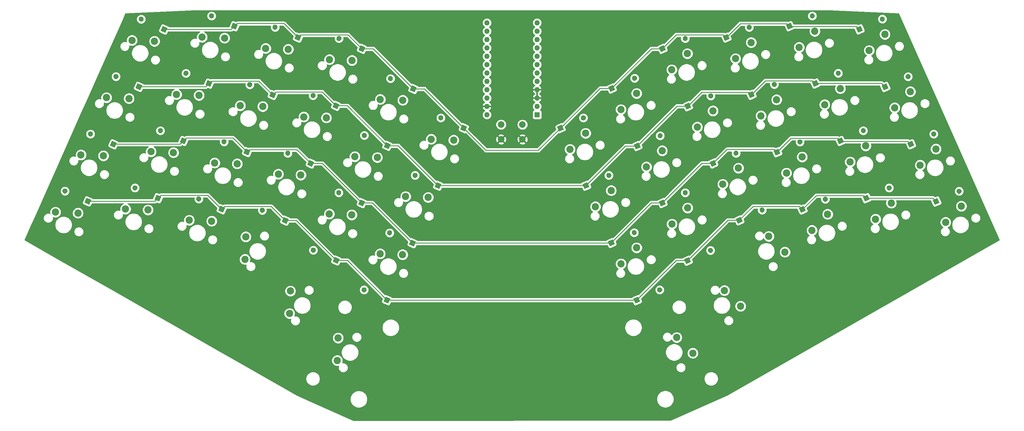
<source format=gbr>
%TF.GenerationSoftware,KiCad,Pcbnew,5.1.10-1.fc33*%
%TF.CreationDate,2021-08-02T15:59:08+02:00*%
%TF.ProjectId,lineata,6c696e65-6174-4612-9e6b-696361645f70,0.1*%
%TF.SameCoordinates,Original*%
%TF.FileFunction,Copper,L2,Bot*%
%TF.FilePolarity,Positive*%
%FSLAX46Y46*%
G04 Gerber Fmt 4.6, Leading zero omitted, Abs format (unit mm)*
G04 Created by KiCad (PCBNEW 5.1.10-1.fc33) date 2021-08-02 15:59:08*
%MOMM*%
%LPD*%
G01*
G04 APERTURE LIST*
%TA.AperFunction,ComponentPad*%
%ADD10C,0.150000*%
%TD*%
%TA.AperFunction,ComponentPad*%
%ADD11C,2.200000*%
%TD*%
%TA.AperFunction,ComponentPad*%
%ADD12C,2.000000*%
%TD*%
%TA.AperFunction,ComponentPad*%
%ADD13O,1.600000X1.600000*%
%TD*%
%TA.AperFunction,ComponentPad*%
%ADD14R,1.600000X1.600000*%
%TD*%
%TA.AperFunction,Conductor*%
%ADD15C,0.250000*%
%TD*%
%TA.AperFunction,Conductor*%
%ADD16C,0.254000*%
%TD*%
%TA.AperFunction,Conductor*%
%ADD17C,0.150000*%
%TD*%
G04 APERTURE END LIST*
%TO.P,D42,2*%
%TO.N,Net-(D42-Pad2)*%
%TA.AperFunction,ComponentPad*%
G36*
G01*
X298393880Y-108224056D02*
X298393880Y-108224056D01*
G75*
G02*
X298799327Y-107167831I730836J325389D01*
G01*
X298799327Y-107167831D01*
G75*
G02*
X299855552Y-107573278I325389J-730836D01*
G01*
X299855552Y-107573278D01*
G75*
G02*
X299450105Y-108629503I-730836J-325389D01*
G01*
X299450105Y-108629503D01*
G75*
G02*
X298393880Y-108224056I-325389J730836D01*
G01*
G37*
%TD.AperFunction*%
%TA.AperFunction,ComponentPad*%
D10*
%TO.P,D42,1*%
%TO.N,Net-(D10-Pad1)*%
G36*
X291758053Y-112054226D02*
G01*
X291107274Y-110592553D01*
X292568947Y-109941774D01*
X293219726Y-111403447D01*
X291758053Y-112054226D01*
G37*
%TD.AperFunction*%
%TD*%
%TO.P,D40,2*%
%TO.N,Net-(D40-Pad2)*%
%TA.AperFunction,ComponentPad*%
G36*
G01*
X294456880Y-146514556D02*
X294456880Y-146514556D01*
G75*
G02*
X294862327Y-145458331I730836J325389D01*
G01*
X294862327Y-145458331D01*
G75*
G02*
X295918552Y-145863778I325389J-730836D01*
G01*
X295918552Y-145863778D01*
G75*
G02*
X295513105Y-146920003I-730836J-325389D01*
G01*
X295513105Y-146920003D01*
G75*
G02*
X294456880Y-146514556I-325389J730836D01*
G01*
G37*
%TD.AperFunction*%
%TA.AperFunction,ComponentPad*%
%TO.P,D40,1*%
%TO.N,Net-(D12-Pad1)*%
G36*
X287821053Y-150344726D02*
G01*
X287170274Y-148883053D01*
X288631947Y-148232274D01*
X289282726Y-149693947D01*
X287821053Y-150344726D01*
G37*
%TD.AperFunction*%
%TD*%
%TO.P,D39,2*%
%TO.N,Net-(D39-Pad2)*%
%TA.AperFunction,ComponentPad*%
G36*
G01*
X286771880Y-129115556D02*
X286771880Y-129115556D01*
G75*
G02*
X287177327Y-128059331I730836J325389D01*
G01*
X287177327Y-128059331D01*
G75*
G02*
X288233552Y-128464778I325389J-730836D01*
G01*
X288233552Y-128464778D01*
G75*
G02*
X287828105Y-129521003I-730836J-325389D01*
G01*
X287828105Y-129521003D01*
G75*
G02*
X286771880Y-129115556I-325389J730836D01*
G01*
G37*
%TD.AperFunction*%
%TA.AperFunction,ComponentPad*%
%TO.P,D39,1*%
%TO.N,Net-(D11-Pad1)*%
G36*
X280136053Y-132945726D02*
G01*
X279485274Y-131484053D01*
X280946947Y-130833274D01*
X281597726Y-132294947D01*
X280136053Y-132945726D01*
G37*
%TD.AperFunction*%
%TD*%
%TO.P,D38,2*%
%TO.N,Net-(D38-Pad2)*%
%TA.AperFunction,ComponentPad*%
G36*
G01*
X278962880Y-111653056D02*
X278962880Y-111653056D01*
G75*
G02*
X279368327Y-110596831I730836J325389D01*
G01*
X279368327Y-110596831D01*
G75*
G02*
X280424552Y-111002278I325389J-730836D01*
G01*
X280424552Y-111002278D01*
G75*
G02*
X280019105Y-112058503I-730836J-325389D01*
G01*
X280019105Y-112058503D01*
G75*
G02*
X278962880Y-111653056I-325389J730836D01*
G01*
G37*
%TD.AperFunction*%
%TA.AperFunction,ComponentPad*%
%TO.P,D38,1*%
%TO.N,Net-(D10-Pad1)*%
G36*
X272327053Y-115483226D02*
G01*
X271676274Y-114021553D01*
X273137947Y-113370774D01*
X273788726Y-114832447D01*
X272327053Y-115483226D01*
G37*
%TD.AperFunction*%
%TD*%
%TO.P,D37,2*%
%TO.N,Net-(D37-Pad2)*%
%TA.AperFunction,ComponentPad*%
G36*
G01*
X271342880Y-94279902D02*
X271342880Y-94279902D01*
G75*
G02*
X271748327Y-93223677I730836J325389D01*
G01*
X271748327Y-93223677D01*
G75*
G02*
X272804552Y-93629124I325389J-730836D01*
G01*
X272804552Y-93629124D01*
G75*
G02*
X272399105Y-94685349I-730836J-325389D01*
G01*
X272399105Y-94685349D01*
G75*
G02*
X271342880Y-94279902I-325389J730836D01*
G01*
G37*
%TD.AperFunction*%
%TA.AperFunction,ComponentPad*%
%TO.P,D37,1*%
%TO.N,Net-(D1-Pad1)*%
G36*
X264707053Y-98110072D02*
G01*
X264056274Y-96648399D01*
X265517947Y-95997620D01*
X266168726Y-97459293D01*
X264707053Y-98110072D01*
G37*
%TD.AperFunction*%
%TD*%
%TO.P,D36,2*%
%TO.N,Net-(D36-Pad2)*%
%TA.AperFunction,ComponentPad*%
G36*
G01*
X275271880Y-149816556D02*
X275271880Y-149816556D01*
G75*
G02*
X275677327Y-148760331I730836J325389D01*
G01*
X275677327Y-148760331D01*
G75*
G02*
X276733552Y-149165778I325389J-730836D01*
G01*
X276733552Y-149165778D01*
G75*
G02*
X276328105Y-150222003I-730836J-325389D01*
G01*
X276328105Y-150222003D01*
G75*
G02*
X275271880Y-149816556I-325389J730836D01*
G01*
G37*
%TD.AperFunction*%
%TA.AperFunction,ComponentPad*%
%TO.P,D36,1*%
%TO.N,Net-(D12-Pad1)*%
G36*
X268636053Y-153646726D02*
G01*
X267985274Y-152185053D01*
X269446947Y-151534274D01*
X270097726Y-152995947D01*
X268636053Y-153646726D01*
G37*
%TD.AperFunction*%
%TD*%
%TO.P,D35,2*%
%TO.N,Net-(D35-Pad2)*%
%TA.AperFunction,ComponentPad*%
G36*
G01*
X267342380Y-132529902D02*
X267342380Y-132529902D01*
G75*
G02*
X267747827Y-131473677I730836J325389D01*
G01*
X267747827Y-131473677D01*
G75*
G02*
X268804052Y-131879124I325389J-730836D01*
G01*
X268804052Y-131879124D01*
G75*
G02*
X268398605Y-132935349I-730836J-325389D01*
G01*
X268398605Y-132935349D01*
G75*
G02*
X267342380Y-132529902I-325389J730836D01*
G01*
G37*
%TD.AperFunction*%
%TA.AperFunction,ComponentPad*%
%TO.P,D35,1*%
%TO.N,Net-(D11-Pad1)*%
G36*
X260706553Y-136360072D02*
G01*
X260055774Y-134898399D01*
X261517447Y-134247620D01*
X262168226Y-135709293D01*
X260706553Y-136360072D01*
G37*
%TD.AperFunction*%
%TD*%
D11*
%TO.P,SW38,2*%
%TO.N,Net-(SW37-Pad2)*%
X275638597Y-120852029D03*
%TO.P,SW38,1*%
%TO.N,Net-(D38-Pad2)*%
X280406500Y-115948846D03*
%TD*%
%TO.P,SW37,2*%
%TO.N,Net-(SW37-Pad2)*%
X267913597Y-103477029D03*
%TO.P,SW37,1*%
%TO.N,Net-(D37-Pad2)*%
X272681500Y-98573846D03*
%TD*%
%TO.P,SW30,2*%
%TO.N,Net-(SW29-Pad2)*%
X240873597Y-136357029D03*
%TO.P,SW30,1*%
%TO.N,Net-(D30-Pad2)*%
X245641500Y-131453846D03*
%TD*%
%TO.P,SW29,2*%
%TO.N,Net-(SW29-Pad2)*%
X233098597Y-118957029D03*
%TO.P,SW29,1*%
%TO.N,Net-(D29-Pad2)*%
X237866500Y-114053846D03*
%TD*%
%TO.P,SW33,2*%
%TO.N,Net-(SW33-Pad2)*%
X248548597Y-106857029D03*
%TO.P,SW33,1*%
%TO.N,Net-(D33-Pad2)*%
X253316500Y-101953846D03*
%TD*%
%TO.P,SW34,2*%
%TO.N,Net-(SW33-Pad2)*%
X256298597Y-124257029D03*
%TO.P,SW34,1*%
%TO.N,Net-(D34-Pad2)*%
X261066500Y-119353846D03*
%TD*%
%TO.P,SW35,2*%
%TO.N,Net-(SW33-Pad2)*%
X264048597Y-141657029D03*
%TO.P,SW35,1*%
%TO.N,Net-(D35-Pad2)*%
X268816500Y-136753846D03*
%TD*%
%TO.P,SW39,2*%
%TO.N,Net-(SW37-Pad2)*%
X283388597Y-138252029D03*
%TO.P,SW39,1*%
%TO.N,Net-(D39-Pad2)*%
X288156500Y-133348846D03*
%TD*%
%TO.P,D34,2*%
%TO.N,Net-(D34-Pad2)*%
%TA.AperFunction,ComponentPad*%
G36*
G01*
X259658880Y-115129902D02*
X259658880Y-115129902D01*
G75*
G02*
X260064327Y-114073677I730836J325389D01*
G01*
X260064327Y-114073677D01*
G75*
G02*
X261120552Y-114479124I325389J-730836D01*
G01*
X261120552Y-114479124D01*
G75*
G02*
X260715105Y-115535349I-730836J-325389D01*
G01*
X260715105Y-115535349D01*
G75*
G02*
X259658880Y-115129902I-325389J730836D01*
G01*
G37*
%TD.AperFunction*%
%TA.AperFunction,ComponentPad*%
D10*
%TO.P,D34,1*%
%TO.N,Net-(D10-Pad1)*%
G36*
X253023053Y-118960072D02*
G01*
X252372274Y-117498399D01*
X253833947Y-116847620D01*
X254484726Y-118309293D01*
X253023053Y-118960072D01*
G37*
%TD.AperFunction*%
%TD*%
%TO.P,D33,2*%
%TO.N,Net-(D33-Pad2)*%
%TA.AperFunction,ComponentPad*%
G36*
G01*
X251911880Y-97679902D02*
X251911880Y-97679902D01*
G75*
G02*
X252317327Y-96623677I730836J325389D01*
G01*
X252317327Y-96623677D01*
G75*
G02*
X253373552Y-97029124I325389J-730836D01*
G01*
X253373552Y-97029124D01*
G75*
G02*
X252968105Y-98085349I-730836J-325389D01*
G01*
X252968105Y-98085349D01*
G75*
G02*
X251911880Y-97679902I-325389J730836D01*
G01*
G37*
%TD.AperFunction*%
%TA.AperFunction,ComponentPad*%
%TO.P,D33,1*%
%TO.N,Net-(D1-Pad1)*%
G36*
X245276053Y-101510072D02*
G01*
X244625274Y-100048399D01*
X246086947Y-99397620D01*
X246737726Y-100859293D01*
X245276053Y-101510072D01*
G37*
%TD.AperFunction*%
%TD*%
%TO.P,D31,2*%
%TO.N,Net-(D31-Pad2)*%
%TA.AperFunction,ComponentPad*%
G36*
G01*
X251911880Y-144546056D02*
X251911880Y-144546056D01*
G75*
G02*
X252317327Y-143489831I730836J325389D01*
G01*
X252317327Y-143489831D01*
G75*
G02*
X253373552Y-143895278I325389J-730836D01*
G01*
X253373552Y-143895278D01*
G75*
G02*
X252968105Y-144951503I-730836J-325389D01*
G01*
X252968105Y-144951503D01*
G75*
G02*
X251911880Y-144546056I-325389J730836D01*
G01*
G37*
%TD.AperFunction*%
%TA.AperFunction,ComponentPad*%
%TO.P,D31,1*%
%TO.N,Net-(D11-Pad1)*%
G36*
X245276053Y-148376226D02*
G01*
X244625274Y-146914553D01*
X246086947Y-146263774D01*
X246737726Y-147725447D01*
X245276053Y-148376226D01*
G37*
%TD.AperFunction*%
%TD*%
%TO.P,D30,2*%
%TO.N,Net-(D30-Pad2)*%
%TA.AperFunction,ComponentPad*%
G36*
G01*
X244291880Y-127229902D02*
X244291880Y-127229902D01*
G75*
G02*
X244697327Y-126173677I730836J325389D01*
G01*
X244697327Y-126173677D01*
G75*
G02*
X245753552Y-126579124I325389J-730836D01*
G01*
X245753552Y-126579124D01*
G75*
G02*
X245348105Y-127635349I-730836J-325389D01*
G01*
X245348105Y-127635349D01*
G75*
G02*
X244291880Y-127229902I-325389J730836D01*
G01*
G37*
%TD.AperFunction*%
%TA.AperFunction,ComponentPad*%
%TO.P,D30,1*%
%TO.N,Net-(D10-Pad1)*%
G36*
X237656053Y-131060072D02*
G01*
X237005274Y-129598399D01*
X238466947Y-128947620D01*
X239117726Y-130409293D01*
X237656053Y-131060072D01*
G37*
%TD.AperFunction*%
%TD*%
%TO.P,D29,2*%
%TO.N,Net-(D29-Pad2)*%
%TA.AperFunction,ComponentPad*%
G36*
G01*
X236521880Y-109748056D02*
X236521880Y-109748056D01*
G75*
G02*
X236927327Y-108691831I730836J325389D01*
G01*
X236927327Y-108691831D01*
G75*
G02*
X237983552Y-109097278I325389J-730836D01*
G01*
X237983552Y-109097278D01*
G75*
G02*
X237578105Y-110153503I-730836J-325389D01*
G01*
X237578105Y-110153503D01*
G75*
G02*
X236521880Y-109748056I-325389J730836D01*
G01*
G37*
%TD.AperFunction*%
%TA.AperFunction,ComponentPad*%
%TO.P,D29,1*%
%TO.N,Net-(D1-Pad1)*%
G36*
X229886053Y-113578226D02*
G01*
X229235274Y-112116553D01*
X230696947Y-111465774D01*
X231347726Y-112927447D01*
X229886053Y-113578226D01*
G37*
%TD.AperFunction*%
%TD*%
D11*
%TO.P,SW26,2*%
%TO.N,Net-(SW25-Pad2)*%
X225373597Y-148457029D03*
%TO.P,SW26,1*%
%TO.N,Net-(D26-Pad2)*%
X230141500Y-143553846D03*
%TD*%
%TO.P,SW31,2*%
%TO.N,Net-(SW29-Pad2)*%
X248598597Y-153757029D03*
%TO.P,SW31,1*%
%TO.N,Net-(D31-Pad2)*%
X253366500Y-148853846D03*
%TD*%
%TO.P,SW27,2*%
%TO.N,Net-(SW25-Pad2)*%
X233123597Y-165857029D03*
%TO.P,SW27,1*%
%TO.N,Net-(D27-Pad2)*%
X237891500Y-160953846D03*
%TD*%
%TO.P,D32,2*%
%TO.N,Net-(D32-Pad2)*%
%TA.AperFunction,ComponentPad*%
G36*
G01*
X259595380Y-162072056D02*
X259595380Y-162072056D01*
G75*
G02*
X260000827Y-161015831I730836J325389D01*
G01*
X260000827Y-161015831D01*
G75*
G02*
X261057052Y-161421278I325389J-730836D01*
G01*
X261057052Y-161421278D01*
G75*
G02*
X260651605Y-162477503I-730836J-325389D01*
G01*
X260651605Y-162477503D01*
G75*
G02*
X259595380Y-162072056I-325389J730836D01*
G01*
G37*
%TD.AperFunction*%
%TA.AperFunction,ComponentPad*%
D10*
%TO.P,D32,1*%
%TO.N,Net-(D12-Pad1)*%
G36*
X252959553Y-165902226D02*
G01*
X252308774Y-164440553D01*
X253770447Y-163789774D01*
X254421226Y-165251447D01*
X252959553Y-165902226D01*
G37*
%TD.AperFunction*%
%TD*%
%TO.P,D28,2*%
%TO.N,Net-(D28-Pad2)*%
%TA.AperFunction,ComponentPad*%
G36*
G01*
X244144880Y-174073556D02*
X244144880Y-174073556D01*
G75*
G02*
X244550327Y-173017331I730836J325389D01*
G01*
X244550327Y-173017331D01*
G75*
G02*
X245606552Y-173422778I325389J-730836D01*
G01*
X245606552Y-173422778D01*
G75*
G02*
X245201105Y-174479003I-730836J-325389D01*
G01*
X245201105Y-174479003D01*
G75*
G02*
X244144880Y-174073556I-325389J730836D01*
G01*
G37*
%TD.AperFunction*%
%TA.AperFunction,ComponentPad*%
%TO.P,D28,1*%
%TO.N,Net-(D12-Pad1)*%
G36*
X237509053Y-177903726D02*
G01*
X236858274Y-176442053D01*
X238319947Y-175791274D01*
X238970726Y-177252947D01*
X237509053Y-177903726D01*
G37*
%TD.AperFunction*%
%TD*%
%TO.P,D27,2*%
%TO.N,Net-(D27-Pad2)*%
%TA.AperFunction,ComponentPad*%
G36*
G01*
X236417880Y-156674556D02*
X236417880Y-156674556D01*
G75*
G02*
X236823327Y-155618331I730836J325389D01*
G01*
X236823327Y-155618331D01*
G75*
G02*
X237879552Y-156023778I325389J-730836D01*
G01*
X237879552Y-156023778D01*
G75*
G02*
X237474105Y-157080003I-730836J-325389D01*
G01*
X237474105Y-157080003D01*
G75*
G02*
X236417880Y-156674556I-325389J730836D01*
G01*
G37*
%TD.AperFunction*%
%TA.AperFunction,ComponentPad*%
%TO.P,D27,1*%
%TO.N,Net-(D11-Pad1)*%
G36*
X229782053Y-160504726D02*
G01*
X229131274Y-159043053D01*
X230592947Y-158392274D01*
X231243726Y-159853947D01*
X229782053Y-160504726D01*
G37*
%TD.AperFunction*%
%TD*%
%TO.P,D26,2*%
%TO.N,Net-(D26-Pad2)*%
%TA.AperFunction,ComponentPad*%
G36*
G01*
X228714380Y-139275556D02*
X228714380Y-139275556D01*
G75*
G02*
X229119827Y-138219331I730836J325389D01*
G01*
X229119827Y-138219331D01*
G75*
G02*
X230176052Y-138624778I325389J-730836D01*
G01*
X230176052Y-138624778D01*
G75*
G02*
X229770605Y-139681003I-730836J-325389D01*
G01*
X229770605Y-139681003D01*
G75*
G02*
X228714380Y-139275556I-325389J730836D01*
G01*
G37*
%TD.AperFunction*%
%TA.AperFunction,ComponentPad*%
%TO.P,D26,1*%
%TO.N,Net-(D10-Pad1)*%
G36*
X222078553Y-143105726D02*
G01*
X221427774Y-141644053D01*
X222889447Y-140993274D01*
X223540226Y-142454947D01*
X222078553Y-143105726D01*
G37*
%TD.AperFunction*%
%TD*%
%TO.P,D25,2*%
%TO.N,Net-(D25-Pad2)*%
%TA.AperFunction,ComponentPad*%
G36*
G01*
X220967380Y-121813902D02*
X220967380Y-121813902D01*
G75*
G02*
X221372827Y-120757677I730836J325389D01*
G01*
X221372827Y-120757677D01*
G75*
G02*
X222429052Y-121163124I325389J-730836D01*
G01*
X222429052Y-121163124D01*
G75*
G02*
X222023605Y-122219349I-730836J-325389D01*
G01*
X222023605Y-122219349D01*
G75*
G02*
X220967380Y-121813902I-325389J730836D01*
G01*
G37*
%TD.AperFunction*%
%TA.AperFunction,ComponentPad*%
%TO.P,D25,1*%
%TO.N,Net-(D1-Pad1)*%
G36*
X214331553Y-125644072D02*
G01*
X213680774Y-124182399D01*
X215142447Y-123531620D01*
X215793226Y-124993293D01*
X214331553Y-125644072D01*
G37*
%TD.AperFunction*%
%TD*%
D11*
%TO.P,SW28,2*%
%TO.N,Net-(SW25-Pad2)*%
X250038317Y-188210943D03*
%TO.P,SW28,1*%
%TO.N,Net-(D28-Pad2)*%
X254941500Y-192978846D03*
%TD*%
%TO.P,SW32,2*%
%TO.N,Net-(SW29-Pad2)*%
X264538317Y-173935943D03*
%TO.P,SW32,1*%
%TO.N,Net-(D32-Pad2)*%
X269441500Y-178703846D03*
%TD*%
%TO.P,SW36,2*%
%TO.N,Net-(SW33-Pad2)*%
X278038317Y-157485943D03*
%TO.P,SW36,1*%
%TO.N,Net-(D36-Pad2)*%
X282941500Y-162253846D03*
%TD*%
%TO.P,SW40,2*%
%TO.N,Net-(SW37-Pad2)*%
X291138597Y-155652029D03*
%TO.P,SW40,1*%
%TO.N,Net-(D40-Pad2)*%
X295906500Y-150748846D03*
%TD*%
%TO.P,SW25,2*%
%TO.N,Net-(SW25-Pad2)*%
X217623597Y-131057029D03*
%TO.P,SW25,1*%
%TO.N,Net-(D25-Pad2)*%
X222391500Y-126153846D03*
%TD*%
%TO.P,SW44,2*%
%TO.N,Net-(SW41-Pad2)*%
X310473597Y-152257029D03*
%TO.P,SW44,1*%
%TO.N,Net-(D44-Pad2)*%
X315241500Y-147353846D03*
%TD*%
%TO.P,D47,2*%
%TO.N,Net-(D47-Pad2)*%
%TA.AperFunction,ComponentPad*%
G36*
G01*
X327413380Y-126702556D02*
X327413380Y-126702556D01*
G75*
G02*
X327818827Y-125646331I730836J325389D01*
G01*
X327818827Y-125646331D01*
G75*
G02*
X328875052Y-126051778I325389J-730836D01*
G01*
X328875052Y-126051778D01*
G75*
G02*
X328469605Y-127108003I-730836J-325389D01*
G01*
X328469605Y-127108003D01*
G75*
G02*
X327413380Y-126702556I-325389J730836D01*
G01*
G37*
%TD.AperFunction*%
%TA.AperFunction,ComponentPad*%
D10*
%TO.P,D47,1*%
%TO.N,Net-(D11-Pad1)*%
G36*
X320777553Y-130532726D02*
G01*
X320126774Y-129071053D01*
X321588447Y-128420274D01*
X322239226Y-129881947D01*
X320777553Y-130532726D01*
G37*
%TD.AperFunction*%
%TD*%
%TO.P,D46,2*%
%TO.N,Net-(D46-Pad2)*%
%TA.AperFunction,ComponentPad*%
G36*
G01*
X319602880Y-109279902D02*
X319602880Y-109279902D01*
G75*
G02*
X320008327Y-108223677I730836J325389D01*
G01*
X320008327Y-108223677D01*
G75*
G02*
X321064552Y-108629124I325389J-730836D01*
G01*
X321064552Y-108629124D01*
G75*
G02*
X320659105Y-109685349I-730836J-325389D01*
G01*
X320659105Y-109685349D01*
G75*
G02*
X319602880Y-109279902I-325389J730836D01*
G01*
G37*
%TD.AperFunction*%
%TA.AperFunction,ComponentPad*%
%TO.P,D46,1*%
%TO.N,Net-(D10-Pad1)*%
G36*
X312967053Y-113110072D02*
G01*
X312316274Y-111648399D01*
X313777947Y-110997620D01*
X314428726Y-112459293D01*
X312967053Y-113110072D01*
G37*
%TD.AperFunction*%
%TD*%
%TO.P,D44,2*%
%TO.N,Net-(D44-Pad2)*%
%TA.AperFunction,ComponentPad*%
G36*
G01*
X313871880Y-143085556D02*
X313871880Y-143085556D01*
G75*
G02*
X314277327Y-142029331I730836J325389D01*
G01*
X314277327Y-142029331D01*
G75*
G02*
X315333552Y-142434778I325389J-730836D01*
G01*
X315333552Y-142434778D01*
G75*
G02*
X314928105Y-143491003I-730836J-325389D01*
G01*
X314928105Y-143491003D01*
G75*
G02*
X313871880Y-143085556I-325389J730836D01*
G01*
G37*
%TD.AperFunction*%
%TA.AperFunction,ComponentPad*%
%TO.P,D44,1*%
%TO.N,Net-(D12-Pad1)*%
G36*
X307236053Y-146915726D02*
G01*
X306585274Y-145454053D01*
X308046947Y-144803274D01*
X308697726Y-146264947D01*
X307236053Y-146915726D01*
G37*
%TD.AperFunction*%
%TD*%
%TO.P,D43,2*%
%TO.N,Net-(D43-Pad2)*%
%TA.AperFunction,ComponentPad*%
G36*
G01*
X306013880Y-125686556D02*
X306013880Y-125686556D01*
G75*
G02*
X306419327Y-124630331I730836J325389D01*
G01*
X306419327Y-124630331D01*
G75*
G02*
X307475552Y-125035778I325389J-730836D01*
G01*
X307475552Y-125035778D01*
G75*
G02*
X307070105Y-126092003I-730836J-325389D01*
G01*
X307070105Y-126092003D01*
G75*
G02*
X306013880Y-125686556I-325389J730836D01*
G01*
G37*
%TD.AperFunction*%
%TA.AperFunction,ComponentPad*%
%TO.P,D43,1*%
%TO.N,Net-(D11-Pad1)*%
G36*
X299378053Y-129516726D02*
G01*
X298727274Y-128055053D01*
X300188947Y-127404274D01*
X300839726Y-128865947D01*
X299378053Y-129516726D01*
G37*
%TD.AperFunction*%
%TD*%
D11*
%TO.P,SW41,2*%
%TO.N,Net-(SW41-Pad2)*%
X287238597Y-100052029D03*
%TO.P,SW41,1*%
%TO.N,Net-(D41-Pad2)*%
X292006500Y-95148846D03*
%TD*%
%TO.P,SW43,2*%
%TO.N,Net-(SW41-Pad2)*%
X302723597Y-134882029D03*
%TO.P,SW43,1*%
%TO.N,Net-(D43-Pad2)*%
X307491500Y-129978846D03*
%TD*%
%TO.P,SW42,2*%
%TO.N,Net-(SW41-Pad2)*%
X294998597Y-117457029D03*
%TO.P,SW42,1*%
%TO.N,Net-(D42-Pad2)*%
X299766500Y-112553846D03*
%TD*%
%TO.P,SW45,2*%
%TO.N,Net-(SW45-Pad2)*%
X308523597Y-101007029D03*
%TO.P,SW45,1*%
%TO.N,Net-(D45-Pad2)*%
X313291500Y-96103846D03*
%TD*%
%TO.P,SW46,2*%
%TO.N,Net-(SW45-Pad2)*%
X316273597Y-118407029D03*
%TO.P,SW46,1*%
%TO.N,Net-(D46-Pad2)*%
X321041500Y-113503846D03*
%TD*%
%TO.P,SW47,2*%
%TO.N,Net-(SW45-Pad2)*%
X324023597Y-135832029D03*
%TO.P,SW47,1*%
%TO.N,Net-(D47-Pad2)*%
X328791500Y-130928846D03*
%TD*%
%TO.P,SW48,2*%
%TO.N,Net-(SW45-Pad2)*%
X331748597Y-153207029D03*
%TO.P,SW48,1*%
%TO.N,Net-(D48-Pad2)*%
X336516500Y-148303846D03*
%TD*%
%TO.P,D48,2*%
%TO.N,Net-(D48-Pad2)*%
%TA.AperFunction,ComponentPad*%
G36*
G01*
X335096880Y-144101556D02*
X335096880Y-144101556D01*
G75*
G02*
X335502327Y-143045331I730836J325389D01*
G01*
X335502327Y-143045331D01*
G75*
G02*
X336558552Y-143450778I325389J-730836D01*
G01*
X336558552Y-143450778D01*
G75*
G02*
X336153105Y-144507003I-730836J-325389D01*
G01*
X336153105Y-144507003D01*
G75*
G02*
X335096880Y-144101556I-325389J730836D01*
G01*
G37*
%TD.AperFunction*%
%TA.AperFunction,ComponentPad*%
D10*
%TO.P,D48,1*%
%TO.N,Net-(D12-Pad1)*%
G36*
X328461053Y-147931726D02*
G01*
X327810274Y-146470053D01*
X329271947Y-145819274D01*
X329922726Y-147280947D01*
X328461053Y-147931726D01*
G37*
%TD.AperFunction*%
%TD*%
%TO.P,D45,2*%
%TO.N,Net-(D45-Pad2)*%
%TA.AperFunction,ComponentPad*%
G36*
G01*
X311792380Y-91777556D02*
X311792380Y-91777556D01*
G75*
G02*
X312197827Y-90721331I730836J325389D01*
G01*
X312197827Y-90721331D01*
G75*
G02*
X313254052Y-91126778I325389J-730836D01*
G01*
X313254052Y-91126778D01*
G75*
G02*
X312848605Y-92183003I-730836J-325389D01*
G01*
X312848605Y-92183003D01*
G75*
G02*
X311792380Y-91777556I-325389J730836D01*
G01*
G37*
%TD.AperFunction*%
%TA.AperFunction,ComponentPad*%
%TO.P,D45,1*%
%TO.N,Net-(D1-Pad1)*%
G36*
X305156553Y-95607726D02*
G01*
X304505774Y-94146053D01*
X305967447Y-93495274D01*
X306618226Y-94956947D01*
X305156553Y-95607726D01*
G37*
%TD.AperFunction*%
%TD*%
%TO.P,D41,2*%
%TO.N,Net-(D41-Pad2)*%
%TA.AperFunction,ComponentPad*%
G36*
G01*
X290519880Y-90825056D02*
X290519880Y-90825056D01*
G75*
G02*
X290925327Y-89768831I730836J325389D01*
G01*
X290925327Y-89768831D01*
G75*
G02*
X291981552Y-90174278I325389J-730836D01*
G01*
X291981552Y-90174278D01*
G75*
G02*
X291576105Y-91230503I-730836J-325389D01*
G01*
X291576105Y-91230503D01*
G75*
G02*
X290519880Y-90825056I-325389J730836D01*
G01*
G37*
%TD.AperFunction*%
%TA.AperFunction,ComponentPad*%
%TO.P,D41,1*%
%TO.N,Net-(D1-Pad1)*%
G36*
X283884053Y-94655226D02*
G01*
X283233274Y-93193553D01*
X284694947Y-92542774D01*
X285345726Y-94004447D01*
X283884053Y-94655226D01*
G37*
%TD.AperFunction*%
%TD*%
D12*
%TO.P,SW49,1*%
%TO.N,GND*%
X196700000Y-128016000D03*
%TO.P,SW49,2*%
%TO.N,Net-(SW49-Pad2)*%
X196700000Y-123516000D03*
%TO.P,SW49,1*%
%TO.N,GND*%
X203200000Y-128016000D03*
%TO.P,SW49,2*%
%TO.N,Net-(SW49-Pad2)*%
X203200000Y-123516000D03*
%TD*%
D13*
%TO.P,U1,24*%
%TO.N,Net-(U1-Pad24)*%
X192405000Y-120523000D03*
%TO.P,U1,23*%
%TO.N,GND*%
X192405000Y-117983000D03*
%TO.P,U1,22*%
%TO.N,Net-(SW49-Pad2)*%
X192405000Y-115443000D03*
%TO.P,U1,12*%
%TO.N,Net-(SW45-Pad2)*%
X207645000Y-92583000D03*
%TO.P,U1,21*%
%TO.N,Net-(U1-Pad21)*%
X192405000Y-112903000D03*
%TO.P,U1,11*%
%TO.N,Net-(SW41-Pad2)*%
X207645000Y-95123000D03*
%TO.P,U1,20*%
%TO.N,Net-(D10-Pad1)*%
X192405000Y-110363000D03*
%TO.P,U1,10*%
%TO.N,Net-(SW37-Pad2)*%
X207645000Y-97663000D03*
%TO.P,U1,19*%
%TO.N,Net-(D1-Pad1)*%
X192405000Y-107823000D03*
%TO.P,U1,9*%
%TO.N,Net-(SW33-Pad2)*%
X207645000Y-100203000D03*
%TO.P,U1,18*%
%TO.N,Net-(SW21-Pad2)*%
X192405000Y-105283000D03*
%TO.P,U1,8*%
%TO.N,Net-(SW29-Pad2)*%
X207645000Y-102743000D03*
%TO.P,U1,17*%
%TO.N,Net-(SW17-Pad2)*%
X192405000Y-102743000D03*
%TO.P,U1,7*%
%TO.N,Net-(SW25-Pad2)*%
X207645000Y-105283000D03*
%TO.P,U1,16*%
%TO.N,Net-(SW13-Pad2)*%
X192405000Y-100203000D03*
%TO.P,U1,6*%
%TO.N,Net-(D11-Pad1)*%
X207645000Y-107823000D03*
%TO.P,U1,15*%
%TO.N,Net-(SW10-Pad2)*%
X192405000Y-97663000D03*
%TO.P,U1,5*%
%TO.N,Net-(D12-Pad1)*%
X207645000Y-110363000D03*
%TO.P,U1,14*%
%TO.N,Net-(SW5-Pad2)*%
X192405000Y-95123000D03*
%TO.P,U1,4*%
%TO.N,GND*%
X207645000Y-112903000D03*
%TO.P,U1,13*%
%TO.N,Net-(SW1-Pad2)*%
X192405000Y-92583000D03*
%TO.P,U1,3*%
%TO.N,GND*%
X207645000Y-115443000D03*
%TO.P,U1,2*%
%TO.N,Net-(U1-Pad2)*%
X207645000Y-117983000D03*
D14*
%TO.P,U1,1*%
%TO.N,Net-(U1-Pad1)*%
X207645000Y-120523000D03*
%TD*%
%TO.P,D11,2*%
%TO.N,Net-(D11-Pad2)*%
%TA.AperFunction,ComponentPad*%
G36*
G01*
X113276620Y-129052056D02*
X113276620Y-129052056D01*
G75*
G02*
X112220395Y-129457503I-730836J325389D01*
G01*
X112220395Y-129457503D01*
G75*
G02*
X111814948Y-128401278I325389J730836D01*
G01*
X111814948Y-128401278D01*
G75*
G02*
X112871173Y-127995831I730836J-325389D01*
G01*
X112871173Y-127995831D01*
G75*
G02*
X113276620Y-129052056I-325389J-730836D01*
G01*
G37*
%TD.AperFunction*%
%TA.AperFunction,ComponentPad*%
D10*
%TO.P,D11,1*%
%TO.N,Net-(D11-Pad1)*%
G36*
X120563226Y-131420553D02*
G01*
X119912447Y-132882226D01*
X118450774Y-132231447D01*
X119101553Y-130769774D01*
X120563226Y-131420553D01*
G37*
%TD.AperFunction*%
%TD*%
%TO.P,D9,2*%
%TO.N,Net-(D9-Pad2)*%
%TA.AperFunction,ComponentPad*%
G36*
G01*
X128770620Y-94254056D02*
X128770620Y-94254056D01*
G75*
G02*
X127714395Y-94659503I-730836J325389D01*
G01*
X127714395Y-94659503D01*
G75*
G02*
X127308948Y-93603278I325389J730836D01*
G01*
X127308948Y-93603278D01*
G75*
G02*
X128365173Y-93197831I730836J-325389D01*
G01*
X128365173Y-93197831D01*
G75*
G02*
X128770620Y-94254056I-325389J-730836D01*
G01*
G37*
%TD.AperFunction*%
%TA.AperFunction,ComponentPad*%
%TO.P,D9,1*%
%TO.N,Net-(D1-Pad1)*%
G36*
X136057226Y-96622553D02*
G01*
X135406447Y-98084226D01*
X133944774Y-97433447D01*
X134595553Y-95971774D01*
X136057226Y-96622553D01*
G37*
%TD.AperFunction*%
%TD*%
%TO.P,D13,2*%
%TO.N,Net-(D13-Pad2)*%
%TA.AperFunction,ComponentPad*%
G36*
G01*
X148201620Y-97683056D02*
X148201620Y-97683056D01*
G75*
G02*
X147145395Y-98088503I-730836J325389D01*
G01*
X147145395Y-98088503D01*
G75*
G02*
X146739948Y-97032278I325389J730836D01*
G01*
X146739948Y-97032278D01*
G75*
G02*
X147796173Y-96626831I730836J-325389D01*
G01*
X147796173Y-96626831D01*
G75*
G02*
X148201620Y-97683056I-325389J-730836D01*
G01*
G37*
%TD.AperFunction*%
%TA.AperFunction,ComponentPad*%
%TO.P,D13,1*%
%TO.N,Net-(D1-Pad1)*%
G36*
X155488226Y-100051553D02*
G01*
X154837447Y-101513226D01*
X153375774Y-100862447D01*
X154026553Y-99400774D01*
X155488226Y-100051553D01*
G37*
%TD.AperFunction*%
%TD*%
%TO.P,D1,2*%
%TO.N,Net-(D1-Pad2)*%
%TA.AperFunction,ComponentPad*%
G36*
G01*
X88105220Y-91802956D02*
X88105220Y-91802956D01*
G75*
G02*
X87048995Y-92208403I-730836J325389D01*
G01*
X87048995Y-92208403D01*
G75*
G02*
X86643548Y-91152178I325389J730836D01*
G01*
X86643548Y-91152178D01*
G75*
G02*
X87699773Y-90746731I730836J-325389D01*
G01*
X87699773Y-90746731D01*
G75*
G02*
X88105220Y-91802956I-325389J-730836D01*
G01*
G37*
%TD.AperFunction*%
%TA.AperFunction,ComponentPad*%
%TO.P,D1,1*%
%TO.N,Net-(D1-Pad1)*%
G36*
X95391826Y-94171453D02*
G01*
X94741047Y-95633126D01*
X93279374Y-94982347D01*
X93930153Y-93520674D01*
X95391826Y-94171453D01*
G37*
%TD.AperFunction*%
%TD*%
%TO.P,D17,2*%
%TO.N,Net-(D17-Pad2)*%
%TA.AperFunction,ComponentPad*%
G36*
G01*
X163822620Y-109875056D02*
X163822620Y-109875056D01*
G75*
G02*
X162766395Y-110280503I-730836J325389D01*
G01*
X162766395Y-110280503D01*
G75*
G02*
X162360948Y-109224278I325389J730836D01*
G01*
X162360948Y-109224278D01*
G75*
G02*
X163417173Y-108818831I730836J-325389D01*
G01*
X163417173Y-108818831D01*
G75*
G02*
X163822620Y-109875056I-325389J-730836D01*
G01*
G37*
%TD.AperFunction*%
%TA.AperFunction,ComponentPad*%
%TO.P,D17,1*%
%TO.N,Net-(D1-Pad1)*%
G36*
X171109226Y-112243553D02*
G01*
X170458447Y-113705226D01*
X168996774Y-113054447D01*
X169647553Y-111592774D01*
X171109226Y-112243553D01*
G37*
%TD.AperFunction*%
%TD*%
%TO.P,D21,2*%
%TO.N,Net-(D21-Pad2)*%
%TA.AperFunction,ComponentPad*%
G36*
G01*
X179126120Y-121813056D02*
X179126120Y-121813056D01*
G75*
G02*
X178069895Y-122218503I-730836J325389D01*
G01*
X178069895Y-122218503D01*
G75*
G02*
X177664448Y-121162278I325389J730836D01*
G01*
X177664448Y-121162278D01*
G75*
G02*
X178720673Y-120756831I730836J-325389D01*
G01*
X178720673Y-120756831D01*
G75*
G02*
X179126120Y-121813056I-325389J-730836D01*
G01*
G37*
%TD.AperFunction*%
%TA.AperFunction,ComponentPad*%
%TO.P,D21,1*%
%TO.N,Net-(D1-Pad1)*%
G36*
X186412726Y-124181553D02*
G01*
X185761947Y-125643226D01*
X184300274Y-124992447D01*
X184951053Y-123530774D01*
X186412726Y-124181553D01*
G37*
%TD.AperFunction*%
%TD*%
%TO.P,D5,2*%
%TO.N,Net-(D5-Pad2)*%
%TA.AperFunction,ComponentPad*%
G36*
G01*
X109466620Y-90825056D02*
X109466620Y-90825056D01*
G75*
G02*
X108410395Y-91230503I-730836J325389D01*
G01*
X108410395Y-91230503D01*
G75*
G02*
X108004948Y-90174278I325389J730836D01*
G01*
X108004948Y-90174278D01*
G75*
G02*
X109061173Y-89768831I730836J-325389D01*
G01*
X109061173Y-89768831D01*
G75*
G02*
X109466620Y-90825056I-325389J-730836D01*
G01*
G37*
%TD.AperFunction*%
%TA.AperFunction,ComponentPad*%
%TO.P,D5,1*%
%TO.N,Net-(D1-Pad1)*%
G36*
X116753226Y-93193553D02*
G01*
X116102447Y-94655226D01*
X114640774Y-94004447D01*
X115291553Y-92542774D01*
X116753226Y-93193553D01*
G37*
%TD.AperFunction*%
%TD*%
D11*
%TO.P,SW16,2*%
%TO.N,Net-(SW13-Pad2)*%
X118885628Y-164454625D03*
%TO.P,SW16,1*%
%TO.N,Net-(D16-Pad2)*%
X119148000Y-157620500D03*
%TD*%
%TO.P,SW24,2*%
%TO.N,Net-(SW21-Pad2)*%
X146935628Y-195204625D03*
%TO.P,SW24,1*%
%TO.N,Net-(D24-Pad2)*%
X147198000Y-188370500D03*
%TD*%
%TO.P,SW23,2*%
%TO.N,Net-(SW21-Pad2)*%
X159963875Y-162775428D03*
%TO.P,SW23,1*%
%TO.N,Net-(D23-Pad2)*%
X166798000Y-163037800D03*
%TD*%
%TO.P,SW22,2*%
%TO.N,Net-(SW21-Pad2)*%
X167713875Y-145383128D03*
%TO.P,SW22,1*%
%TO.N,Net-(D22-Pad2)*%
X174548000Y-145645500D03*
%TD*%
%TO.P,SW21,2*%
%TO.N,Net-(SW21-Pad2)*%
X175463875Y-127958128D03*
%TO.P,SW21,1*%
%TO.N,Net-(D21-Pad2)*%
X182298000Y-128220500D03*
%TD*%
%TO.P,SW20,2*%
%TO.N,Net-(SW17-Pad2)*%
X132435628Y-180929625D03*
%TO.P,SW20,1*%
%TO.N,Net-(D20-Pad2)*%
X132698000Y-174095500D03*
%TD*%
%TO.P,SW19,2*%
%TO.N,Net-(SW17-Pad2)*%
X144513875Y-150683128D03*
%TO.P,SW19,1*%
%TO.N,Net-(D19-Pad2)*%
X151348000Y-150945500D03*
%TD*%
%TO.P,SW18,2*%
%TO.N,Net-(SW17-Pad2)*%
X152263875Y-133258128D03*
%TO.P,SW18,1*%
%TO.N,Net-(D18-Pad2)*%
X159098000Y-133520500D03*
%TD*%
%TO.P,SW17,2*%
%TO.N,Net-(SW17-Pad2)*%
X160013875Y-115858128D03*
%TO.P,SW17,1*%
%TO.N,Net-(D17-Pad2)*%
X166848000Y-116120500D03*
%TD*%
%TO.P,SW15,2*%
%TO.N,Net-(SW13-Pad2)*%
X129038875Y-138575428D03*
%TO.P,SW15,1*%
%TO.N,Net-(D15-Pad2)*%
X135873000Y-138837800D03*
%TD*%
%TO.P,SW14,2*%
%TO.N,Net-(SW13-Pad2)*%
X136788875Y-121183128D03*
%TO.P,SW14,1*%
%TO.N,Net-(D14-Pad2)*%
X143623000Y-121445500D03*
%TD*%
%TO.P,SW13,2*%
%TO.N,Net-(SW13-Pad2)*%
X144563875Y-103758128D03*
%TO.P,SW13,1*%
%TO.N,Net-(D13-Pad2)*%
X151398000Y-104020500D03*
%TD*%
%TO.P,SW12,2*%
%TO.N,Net-(SW10-Pad2)*%
X101963875Y-152583128D03*
%TO.P,SW12,1*%
%TO.N,Net-(D12-Pad2)*%
X108798000Y-152845500D03*
%TD*%
%TO.P,SW11,2*%
%TO.N,Net-(SW10-Pad2)*%
X109713875Y-135158128D03*
%TO.P,SW11,1*%
%TO.N,Net-(D11-Pad2)*%
X116548000Y-135420500D03*
%TD*%
%TO.P,SW10,2*%
%TO.N,Net-(SW10-Pad2)*%
X117463875Y-117758128D03*
%TO.P,SW10,1*%
%TO.N,Net-(D10-Pad2)*%
X124298000Y-118020500D03*
%TD*%
%TO.P,SW9,2*%
%TO.N,Net-(SW10-Pad2)*%
X125213875Y-100358128D03*
%TO.P,SW9,1*%
%TO.N,Net-(D9-Pad2)*%
X132048000Y-100620500D03*
%TD*%
%TO.P,SW8,2*%
%TO.N,Net-(SW5-Pad2)*%
X82613875Y-149183128D03*
%TO.P,SW8,1*%
%TO.N,Net-(D8-Pad2)*%
X89448000Y-149445500D03*
%TD*%
%TO.P,SW7,2*%
%TO.N,Net-(SW5-Pad2)*%
X90363875Y-131758128D03*
%TO.P,SW7,1*%
%TO.N,Net-(D7-Pad2)*%
X97198000Y-132020500D03*
%TD*%
%TO.P,SW6,2*%
%TO.N,Net-(SW5-Pad2)*%
X98113875Y-114358128D03*
%TO.P,SW6,1*%
%TO.N,Net-(D6-Pad2)*%
X104948000Y-114620500D03*
%TD*%
%TO.P,SW5,2*%
%TO.N,Net-(SW5-Pad2)*%
X105863875Y-96958128D03*
%TO.P,SW5,1*%
%TO.N,Net-(D5-Pad2)*%
X112698000Y-97220500D03*
%TD*%
%TO.P,SW4,2*%
%TO.N,Net-(SW1-Pad2)*%
X61338875Y-150133128D03*
%TO.P,SW4,1*%
%TO.N,Net-(D4-Pad2)*%
X68173000Y-150395500D03*
%TD*%
%TO.P,SW3,2*%
%TO.N,Net-(SW1-Pad2)*%
X69088875Y-132733128D03*
%TO.P,SW3,1*%
%TO.N,Net-(D3-Pad2)*%
X75923000Y-132995500D03*
%TD*%
%TO.P,SW2,2*%
%TO.N,Net-(SW1-Pad2)*%
X76838875Y-115333128D03*
%TO.P,SW2,1*%
%TO.N,Net-(D2-Pad2)*%
X83673000Y-115595500D03*
%TD*%
%TO.P,SW1,2*%
%TO.N,Net-(SW1-Pad2)*%
X84588875Y-97933128D03*
%TO.P,SW1,1*%
%TO.N,Net-(D1-Pad2)*%
X91423000Y-98195500D03*
%TD*%
%TO.P,D24,2*%
%TO.N,Net-(D24-Pad2)*%
%TA.AperFunction,ComponentPad*%
G36*
G01*
X155821620Y-174073556D02*
X155821620Y-174073556D01*
G75*
G02*
X154765395Y-174479003I-730836J325389D01*
G01*
X154765395Y-174479003D01*
G75*
G02*
X154359948Y-173422778I325389J730836D01*
G01*
X154359948Y-173422778D01*
G75*
G02*
X155416173Y-173017331I730836J-325389D01*
G01*
X155416173Y-173017331D01*
G75*
G02*
X155821620Y-174073556I-325389J-730836D01*
G01*
G37*
%TD.AperFunction*%
%TA.AperFunction,ComponentPad*%
D10*
%TO.P,D24,1*%
%TO.N,Net-(D12-Pad1)*%
G36*
X163108226Y-176442053D02*
G01*
X162457447Y-177903726D01*
X160995774Y-177252947D01*
X161646553Y-175791274D01*
X163108226Y-176442053D01*
G37*
%TD.AperFunction*%
%TD*%
%TO.P,D23,2*%
%TO.N,Net-(D23-Pad2)*%
%TA.AperFunction,ComponentPad*%
G36*
G01*
X163568620Y-156738056D02*
X163568620Y-156738056D01*
G75*
G02*
X162512395Y-157143503I-730836J325389D01*
G01*
X162512395Y-157143503D01*
G75*
G02*
X162106948Y-156087278I325389J730836D01*
G01*
X162106948Y-156087278D01*
G75*
G02*
X163163173Y-155681831I730836J-325389D01*
G01*
X163163173Y-155681831D01*
G75*
G02*
X163568620Y-156738056I-325389J-730836D01*
G01*
G37*
%TD.AperFunction*%
%TA.AperFunction,ComponentPad*%
%TO.P,D23,1*%
%TO.N,Net-(D11-Pad1)*%
G36*
X170855226Y-159106553D02*
G01*
X170204447Y-160568226D01*
X168742774Y-159917447D01*
X169393553Y-158455774D01*
X170855226Y-159106553D01*
G37*
%TD.AperFunction*%
%TD*%
%TO.P,D22,2*%
%TO.N,Net-(D22-Pad2)*%
%TA.AperFunction,ComponentPad*%
G36*
G01*
X171315620Y-139275556D02*
X171315620Y-139275556D01*
G75*
G02*
X170259395Y-139681003I-730836J325389D01*
G01*
X170259395Y-139681003D01*
G75*
G02*
X169853948Y-138624778I325389J730836D01*
G01*
X169853948Y-138624778D01*
G75*
G02*
X170910173Y-138219331I730836J-325389D01*
G01*
X170910173Y-138219331D01*
G75*
G02*
X171315620Y-139275556I-325389J-730836D01*
G01*
G37*
%TD.AperFunction*%
%TA.AperFunction,ComponentPad*%
%TO.P,D22,1*%
%TO.N,Net-(D10-Pad1)*%
G36*
X178602226Y-141644053D02*
G01*
X177951447Y-143105726D01*
X176489774Y-142454947D01*
X177140553Y-140993274D01*
X178602226Y-141644053D01*
G37*
%TD.AperFunction*%
%TD*%
%TO.P,D20,2*%
%TO.N,Net-(D20-Pad2)*%
%TA.AperFunction,ComponentPad*%
G36*
G01*
X140391120Y-162008556D02*
X140391120Y-162008556D01*
G75*
G02*
X139334895Y-162414003I-730836J325389D01*
G01*
X139334895Y-162414003D01*
G75*
G02*
X138929448Y-161357778I325389J730836D01*
G01*
X138929448Y-161357778D01*
G75*
G02*
X139985673Y-160952331I730836J-325389D01*
G01*
X139985673Y-160952331D01*
G75*
G02*
X140391120Y-162008556I-325389J-730836D01*
G01*
G37*
%TD.AperFunction*%
%TA.AperFunction,ComponentPad*%
%TO.P,D20,1*%
%TO.N,Net-(D12-Pad1)*%
G36*
X147677726Y-164377053D02*
G01*
X147026947Y-165838726D01*
X145565274Y-165187947D01*
X146216053Y-163726274D01*
X147677726Y-164377053D01*
G37*
%TD.AperFunction*%
%TD*%
%TO.P,D19,2*%
%TO.N,Net-(D19-Pad2)*%
%TA.AperFunction,ComponentPad*%
G36*
G01*
X148138120Y-144546056D02*
X148138120Y-144546056D01*
G75*
G02*
X147081895Y-144951503I-730836J325389D01*
G01*
X147081895Y-144951503D01*
G75*
G02*
X146676448Y-143895278I325389J730836D01*
G01*
X146676448Y-143895278D01*
G75*
G02*
X147732673Y-143489831I730836J-325389D01*
G01*
X147732673Y-143489831D01*
G75*
G02*
X148138120Y-144546056I-325389J-730836D01*
G01*
G37*
%TD.AperFunction*%
%TA.AperFunction,ComponentPad*%
%TO.P,D19,1*%
%TO.N,Net-(D11-Pad1)*%
G36*
X155424726Y-146914553D02*
G01*
X154773947Y-148376226D01*
X153312274Y-147725447D01*
X153963053Y-146263774D01*
X155424726Y-146914553D01*
G37*
%TD.AperFunction*%
%TD*%
%TO.P,D18,2*%
%TO.N,Net-(D18-Pad2)*%
%TA.AperFunction,ComponentPad*%
G36*
G01*
X155885120Y-127147056D02*
X155885120Y-127147056D01*
G75*
G02*
X154828895Y-127552503I-730836J325389D01*
G01*
X154828895Y-127552503D01*
G75*
G02*
X154423448Y-126496278I325389J730836D01*
G01*
X154423448Y-126496278D01*
G75*
G02*
X155479673Y-126090831I730836J-325389D01*
G01*
X155479673Y-126090831D01*
G75*
G02*
X155885120Y-127147056I-325389J-730836D01*
G01*
G37*
%TD.AperFunction*%
%TA.AperFunction,ComponentPad*%
%TO.P,D18,1*%
%TO.N,Net-(D10-Pad1)*%
G36*
X163171726Y-129515553D02*
G01*
X162520947Y-130977226D01*
X161059274Y-130326447D01*
X161710053Y-128864774D01*
X163171726Y-129515553D01*
G37*
%TD.AperFunction*%
%TD*%
%TO.P,D16,2*%
%TO.N,Net-(D16-Pad2)*%
%TA.AperFunction,ComponentPad*%
G36*
G01*
X124897120Y-149880056D02*
X124897120Y-149880056D01*
G75*
G02*
X123840895Y-150285503I-730836J325389D01*
G01*
X123840895Y-150285503D01*
G75*
G02*
X123435448Y-149229278I325389J730836D01*
G01*
X123435448Y-149229278D01*
G75*
G02*
X124491673Y-148823831I730836J-325389D01*
G01*
X124491673Y-148823831D01*
G75*
G02*
X124897120Y-149880056I-325389J-730836D01*
G01*
G37*
%TD.AperFunction*%
%TA.AperFunction,ComponentPad*%
%TO.P,D16,1*%
%TO.N,Net-(D12-Pad1)*%
G36*
X132183726Y-152248553D02*
G01*
X131532947Y-153710226D01*
X130071274Y-153059447D01*
X130722053Y-151597774D01*
X132183726Y-152248553D01*
G37*
%TD.AperFunction*%
%TD*%
%TO.P,D15,2*%
%TO.N,Net-(D15-Pad2)*%
%TA.AperFunction,ComponentPad*%
G36*
G01*
X132644120Y-132544556D02*
X132644120Y-132544556D01*
G75*
G02*
X131587895Y-132950003I-730836J325389D01*
G01*
X131587895Y-132950003D01*
G75*
G02*
X131182448Y-131893778I325389J730836D01*
G01*
X131182448Y-131893778D01*
G75*
G02*
X132238673Y-131488331I730836J-325389D01*
G01*
X132238673Y-131488331D01*
G75*
G02*
X132644120Y-132544556I-325389J-730836D01*
G01*
G37*
%TD.AperFunction*%
%TA.AperFunction,ComponentPad*%
%TO.P,D15,1*%
%TO.N,Net-(D11-Pad1)*%
G36*
X139930726Y-134913053D02*
G01*
X139279947Y-136374726D01*
X137818274Y-135723947D01*
X138469053Y-134262274D01*
X139930726Y-134913053D01*
G37*
%TD.AperFunction*%
%TD*%
%TO.P,D14,2*%
%TO.N,Net-(D14-Pad2)*%
%TA.AperFunction,ComponentPad*%
G36*
G01*
X140327620Y-115018556D02*
X140327620Y-115018556D01*
G75*
G02*
X139271395Y-115424003I-730836J325389D01*
G01*
X139271395Y-115424003D01*
G75*
G02*
X138865948Y-114367778I325389J730836D01*
G01*
X138865948Y-114367778D01*
G75*
G02*
X139922173Y-113962331I730836J-325389D01*
G01*
X139922173Y-113962331D01*
G75*
G02*
X140327620Y-115018556I-325389J-730836D01*
G01*
G37*
%TD.AperFunction*%
%TA.AperFunction,ComponentPad*%
%TO.P,D14,1*%
%TO.N,Net-(D10-Pad1)*%
G36*
X147614226Y-117387053D02*
G01*
X146963447Y-118848726D01*
X145501774Y-118197947D01*
X146152553Y-116736274D01*
X147614226Y-117387053D01*
G37*
%TD.AperFunction*%
%TD*%
%TO.P,D12,2*%
%TO.N,Net-(D12-Pad2)*%
%TA.AperFunction,ComponentPad*%
G36*
G01*
X105593120Y-146451056D02*
X105593120Y-146451056D01*
G75*
G02*
X104536895Y-146856503I-730836J325389D01*
G01*
X104536895Y-146856503D01*
G75*
G02*
X104131448Y-145800278I325389J730836D01*
G01*
X104131448Y-145800278D01*
G75*
G02*
X105187673Y-145394831I730836J-325389D01*
G01*
X105187673Y-145394831D01*
G75*
G02*
X105593120Y-146451056I-325389J-730836D01*
G01*
G37*
%TD.AperFunction*%
%TA.AperFunction,ComponentPad*%
%TO.P,D12,1*%
%TO.N,Net-(D12-Pad1)*%
G36*
X112879726Y-148819553D02*
G01*
X112228947Y-150281226D01*
X110767274Y-149630447D01*
X111418053Y-148168774D01*
X112879726Y-148819553D01*
G37*
%TD.AperFunction*%
%TD*%
%TO.P,D10,2*%
%TO.N,Net-(D10-Pad2)*%
%TA.AperFunction,ComponentPad*%
G36*
G01*
X121087120Y-111716556D02*
X121087120Y-111716556D01*
G75*
G02*
X120030895Y-112122003I-730836J325389D01*
G01*
X120030895Y-112122003D01*
G75*
G02*
X119625448Y-111065778I325389J730836D01*
G01*
X119625448Y-111065778D01*
G75*
G02*
X120681673Y-110660331I730836J-325389D01*
G01*
X120681673Y-110660331D01*
G75*
G02*
X121087120Y-111716556I-325389J-730836D01*
G01*
G37*
%TD.AperFunction*%
%TA.AperFunction,ComponentPad*%
%TO.P,D10,1*%
%TO.N,Net-(D10-Pad1)*%
G36*
X128373726Y-114085053D02*
G01*
X127722947Y-115546726D01*
X126261274Y-114895947D01*
X126912053Y-113434274D01*
X128373726Y-114085053D01*
G37*
%TD.AperFunction*%
%TD*%
%TO.P,D8,2*%
%TO.N,Net-(D8-Pad2)*%
%TA.AperFunction,ComponentPad*%
G36*
G01*
X86225620Y-143085556D02*
X86225620Y-143085556D01*
G75*
G02*
X85169395Y-143491003I-730836J325389D01*
G01*
X85169395Y-143491003D01*
G75*
G02*
X84763948Y-142434778I325389J730836D01*
G01*
X84763948Y-142434778D01*
G75*
G02*
X85820173Y-142029331I730836J-325389D01*
G01*
X85820173Y-142029331D01*
G75*
G02*
X86225620Y-143085556I-325389J-730836D01*
G01*
G37*
%TD.AperFunction*%
%TA.AperFunction,ComponentPad*%
%TO.P,D8,1*%
%TO.N,Net-(D12-Pad1)*%
G36*
X93512226Y-145454053D02*
G01*
X92861447Y-146915726D01*
X91399774Y-146264947D01*
X92050553Y-144803274D01*
X93512226Y-145454053D01*
G37*
%TD.AperFunction*%
%TD*%
%TO.P,D7,2*%
%TO.N,Net-(D7-Pad2)*%
%TA.AperFunction,ComponentPad*%
G36*
G01*
X93947220Y-125686556D02*
X93947220Y-125686556D01*
G75*
G02*
X92890995Y-126092003I-730836J325389D01*
G01*
X92890995Y-126092003D01*
G75*
G02*
X92485548Y-125035778I325389J730836D01*
G01*
X92485548Y-125035778D01*
G75*
G02*
X93541773Y-124630331I730836J-325389D01*
G01*
X93541773Y-124630331D01*
G75*
G02*
X93947220Y-125686556I-325389J-730836D01*
G01*
G37*
%TD.AperFunction*%
%TA.AperFunction,ComponentPad*%
%TO.P,D7,1*%
%TO.N,Net-(D11-Pad1)*%
G36*
X101233826Y-128055053D02*
G01*
X100583047Y-129516726D01*
X99121374Y-128865947D01*
X99772153Y-127404274D01*
X101233826Y-128055053D01*
G37*
%TD.AperFunction*%
%TD*%
%TO.P,D6,2*%
%TO.N,Net-(D6-Pad2)*%
%TA.AperFunction,ComponentPad*%
G36*
G01*
X101719620Y-108262156D02*
X101719620Y-108262156D01*
G75*
G02*
X100663395Y-108667603I-730836J325389D01*
G01*
X100663395Y-108667603D01*
G75*
G02*
X100257948Y-107611378I325389J730836D01*
G01*
X100257948Y-107611378D01*
G75*
G02*
X101314173Y-107205931I730836J-325389D01*
G01*
X101314173Y-107205931D01*
G75*
G02*
X101719620Y-108262156I-325389J-730836D01*
G01*
G37*
%TD.AperFunction*%
%TA.AperFunction,ComponentPad*%
%TO.P,D6,1*%
%TO.N,Net-(D10-Pad1)*%
G36*
X109006226Y-110630653D02*
G01*
X108355447Y-112092326D01*
X106893774Y-111441547D01*
X107544553Y-109979874D01*
X109006226Y-110630653D01*
G37*
%TD.AperFunction*%
%TD*%
%TO.P,D4,2*%
%TO.N,Net-(D4-Pad2)*%
%TA.AperFunction,ComponentPad*%
G36*
G01*
X64953120Y-144038056D02*
X64953120Y-144038056D01*
G75*
G02*
X63896895Y-144443503I-730836J325389D01*
G01*
X63896895Y-144443503D01*
G75*
G02*
X63491448Y-143387278I325389J730836D01*
G01*
X63491448Y-143387278D01*
G75*
G02*
X64547673Y-142981831I730836J-325389D01*
G01*
X64547673Y-142981831D01*
G75*
G02*
X64953120Y-144038056I-325389J-730836D01*
G01*
G37*
%TD.AperFunction*%
%TA.AperFunction,ComponentPad*%
%TO.P,D4,1*%
%TO.N,Net-(D12-Pad1)*%
G36*
X72239726Y-146406553D02*
G01*
X71588947Y-147868226D01*
X70127274Y-147217447D01*
X70778053Y-145755774D01*
X72239726Y-146406553D01*
G37*
%TD.AperFunction*%
%TD*%
%TO.P,D3,2*%
%TO.N,Net-(D3-Pad2)*%
%TA.AperFunction,ComponentPad*%
G36*
G01*
X72700120Y-126702556D02*
X72700120Y-126702556D01*
G75*
G02*
X71643895Y-127108003I-730836J325389D01*
G01*
X71643895Y-127108003D01*
G75*
G02*
X71238448Y-126051778I325389J730836D01*
G01*
X71238448Y-126051778D01*
G75*
G02*
X72294673Y-125646331I730836J-325389D01*
G01*
X72294673Y-125646331D01*
G75*
G02*
X72700120Y-126702556I-325389J-730836D01*
G01*
G37*
%TD.AperFunction*%
%TA.AperFunction,ComponentPad*%
%TO.P,D3,1*%
%TO.N,Net-(D11-Pad1)*%
G36*
X79986726Y-129071053D02*
G01*
X79335947Y-130532726D01*
X77874274Y-129881947D01*
X78525053Y-128420274D01*
X79986726Y-129071053D01*
G37*
%TD.AperFunction*%
%TD*%
%TO.P,D2,2*%
%TO.N,Net-(D2-Pad2)*%
%TA.AperFunction,ComponentPad*%
G36*
G01*
X80447120Y-109240056D02*
X80447120Y-109240056D01*
G75*
G02*
X79390895Y-109645503I-730836J325389D01*
G01*
X79390895Y-109645503D01*
G75*
G02*
X78985448Y-108589278I325389J730836D01*
G01*
X78985448Y-108589278D01*
G75*
G02*
X80041673Y-108183831I730836J-325389D01*
G01*
X80041673Y-108183831D01*
G75*
G02*
X80447120Y-109240056I-325389J-730836D01*
G01*
G37*
%TD.AperFunction*%
%TA.AperFunction,ComponentPad*%
%TO.P,D2,1*%
%TO.N,Net-(D10-Pad1)*%
G36*
X87733726Y-111608553D02*
G01*
X87082947Y-113070226D01*
X85621274Y-112419447D01*
X86272053Y-110957774D01*
X87733726Y-111608553D01*
G37*
%TD.AperFunction*%
%TD*%
D15*
%TO.N,Net-(D1-Pad1)*%
X114719100Y-94576900D02*
X115697000Y-93599000D01*
X94335600Y-94576900D02*
X114719100Y-94576900D01*
X130776666Y-92803666D02*
X135001000Y-97028000D01*
X116492334Y-92803666D02*
X130776666Y-92803666D01*
X115697000Y-93599000D02*
X116492334Y-92803666D01*
X135796334Y-96232666D02*
X150207666Y-96232666D01*
X150207666Y-96232666D02*
X154432000Y-100457000D01*
X135001000Y-97028000D02*
X135796334Y-96232666D01*
X157861000Y-100457000D02*
X170053000Y-112649000D01*
X154432000Y-100457000D02*
X157861000Y-100457000D01*
X173418500Y-112649000D02*
X185356500Y-124587000D01*
X170053000Y-112649000D02*
X173418500Y-112649000D01*
X185356500Y-124587000D02*
X192087500Y-131318000D01*
X208006846Y-131318000D02*
X214737000Y-124587846D01*
X192087500Y-131318000D02*
X208006846Y-131318000D01*
X305562000Y-94551500D02*
X304734345Y-93723845D01*
X304734345Y-93723845D02*
X284414345Y-93723845D01*
X284414345Y-93723845D02*
X284289500Y-93599000D01*
X284289500Y-93599000D02*
X283520012Y-92829512D01*
X283520012Y-92829512D02*
X269336834Y-92829512D01*
X269336834Y-92829512D02*
X265112500Y-97053846D01*
X265112500Y-97053846D02*
X264288166Y-96229512D01*
X249905834Y-96229512D02*
X245681500Y-100453846D01*
X264288166Y-96229512D02*
X249905834Y-96229512D01*
X245681500Y-100453846D02*
X242359654Y-100453846D01*
X242359654Y-100453846D02*
X230291500Y-112522000D01*
X230291500Y-112522000D02*
X226802846Y-112522000D01*
X226802846Y-112522000D02*
X214737000Y-124587846D01*
%TO.N,Net-(D10-Pad1)*%
X165417500Y-129921000D02*
X177546000Y-142049500D01*
X162115500Y-129921000D02*
X165417500Y-129921000D01*
X149987000Y-117792500D02*
X162115500Y-129921000D01*
X146558000Y-117792500D02*
X149987000Y-117792500D01*
X142333666Y-113568166D02*
X146558000Y-117792500D01*
X128239834Y-113568166D02*
X142333666Y-113568166D01*
X127317500Y-114490500D02*
X128239834Y-113568166D01*
X123093166Y-110266166D02*
X127317500Y-114490500D01*
X108719934Y-110266166D02*
X123093166Y-110266166D01*
X107950000Y-111036100D02*
X108719934Y-110266166D01*
X106972100Y-112014000D02*
X107950000Y-111036100D01*
X86677500Y-112014000D02*
X106972100Y-112014000D01*
X177546000Y-142049500D02*
X222484000Y-142049500D01*
X238061500Y-130003846D02*
X234529654Y-130003846D01*
X234529654Y-130003846D02*
X222484000Y-142049500D01*
X253428500Y-117903846D02*
X250161500Y-117903846D01*
X250161500Y-117903846D02*
X238061500Y-130003846D01*
X272732500Y-114427000D02*
X271985012Y-113679512D01*
X271985012Y-113679512D02*
X257652834Y-113679512D01*
X257652834Y-113679512D02*
X253428500Y-117903846D01*
X292163500Y-110998000D02*
X291368166Y-110202666D01*
X291368166Y-110202666D02*
X276956834Y-110202666D01*
X276956834Y-110202666D02*
X272732500Y-114427000D01*
X313372500Y-112053846D02*
X312316654Y-110998000D01*
X312316654Y-110998000D02*
X292163500Y-110998000D01*
%TO.N,Net-(D11-Pad1)*%
X99161600Y-129476500D02*
X100177600Y-128460500D01*
X78930500Y-129476500D02*
X99161600Y-129476500D01*
X115282666Y-127601666D02*
X119507000Y-131826000D01*
X101036434Y-127601666D02*
X115282666Y-127601666D01*
X100177600Y-128460500D02*
X101036434Y-127601666D01*
X134650166Y-131094166D02*
X138874500Y-135318500D01*
X120238834Y-131094166D02*
X134650166Y-131094166D01*
X119507000Y-131826000D02*
X120238834Y-131094166D01*
X142367000Y-135318500D02*
X154368500Y-147320000D01*
X138874500Y-135318500D02*
X142367000Y-135318500D01*
X157607000Y-147320000D02*
X169799000Y-159512000D01*
X154368500Y-147320000D02*
X157607000Y-147320000D01*
X169799000Y-159512000D02*
X230124000Y-159512000D01*
X245681500Y-147320000D02*
X242316000Y-147320000D01*
X242316000Y-147320000D02*
X230187500Y-159448500D01*
X261112000Y-135303846D02*
X257697654Y-135303846D01*
X257697654Y-135303846D02*
X245681500Y-147320000D01*
X280541500Y-131889500D02*
X279731512Y-131079512D01*
X279731512Y-131079512D02*
X265336334Y-131079512D01*
X265336334Y-131079512D02*
X261112000Y-135303846D01*
X299783500Y-128460500D02*
X298988166Y-127665166D01*
X298988166Y-127665166D02*
X284765834Y-127665166D01*
X284765834Y-127665166D02*
X280541500Y-131889500D01*
X321183000Y-129476500D02*
X320260345Y-128553845D01*
X320260345Y-128553845D02*
X299876845Y-128553845D01*
X299876845Y-128553845D02*
X299783500Y-128460500D01*
X230124000Y-159512000D02*
X230187500Y-159448500D01*
%TO.N,Net-(D12-Pad1)*%
X91503500Y-146812000D02*
X92456000Y-145859500D01*
X71183500Y-146812000D02*
X91503500Y-146812000D01*
X107599166Y-145000666D02*
X111823500Y-149225000D01*
X93314834Y-145000666D02*
X107599166Y-145000666D01*
X92456000Y-145859500D02*
X93314834Y-145000666D01*
X134493000Y-152654000D02*
X146621500Y-164782500D01*
X131127500Y-152654000D02*
X134493000Y-152654000D01*
X126903166Y-148429666D02*
X131127500Y-152654000D01*
X112618834Y-148429666D02*
X126903166Y-148429666D01*
X111823500Y-149225000D02*
X112618834Y-148429666D01*
X149987000Y-164782500D02*
X162052000Y-176847500D01*
X146621500Y-164782500D02*
X149987000Y-164782500D01*
X162052000Y-176847500D02*
X237914500Y-176847500D01*
X253365000Y-164846000D02*
X249916000Y-164846000D01*
X249916000Y-164846000D02*
X237914500Y-176847500D01*
X269041500Y-152590500D02*
X265620500Y-152590500D01*
X265620500Y-152590500D02*
X253365000Y-164846000D01*
X288226500Y-149288500D02*
X287304166Y-148366166D01*
X287304166Y-148366166D02*
X273265834Y-148366166D01*
X273265834Y-148366166D02*
X269041500Y-152590500D01*
X307641500Y-145859500D02*
X306846166Y-145064166D01*
X306846166Y-145064166D02*
X292450834Y-145064166D01*
X292450834Y-145064166D02*
X288226500Y-149288500D01*
X328866500Y-146875500D02*
X327850500Y-145859500D01*
X327850500Y-145859500D02*
X307641500Y-145859500D01*
%TD*%
D16*
%TO.N,GND*%
X317440787Y-89823706D02*
X348017889Y-158536342D01*
X265427922Y-205681868D01*
X248178253Y-213361916D01*
X151894821Y-213394290D01*
X136904802Y-206720303D01*
X150858148Y-206720303D01*
X150858148Y-207239353D01*
X150959409Y-207748429D01*
X151158041Y-208227969D01*
X151446410Y-208659543D01*
X151813433Y-209026566D01*
X152245007Y-209314935D01*
X152724547Y-209513567D01*
X153233623Y-209614828D01*
X153752673Y-209614828D01*
X154261749Y-209513567D01*
X154741289Y-209314935D01*
X155172863Y-209026566D01*
X155539886Y-208659543D01*
X155828255Y-208227969D01*
X156026887Y-207748429D01*
X156128148Y-207239353D01*
X156128148Y-206720303D01*
X156121691Y-206687839D01*
X243945129Y-206687839D01*
X243945129Y-207206889D01*
X244046390Y-207715965D01*
X244245022Y-208195505D01*
X244533391Y-208627079D01*
X244900414Y-208994102D01*
X245331988Y-209282471D01*
X245811528Y-209481103D01*
X246320604Y-209582364D01*
X246839654Y-209582364D01*
X247348730Y-209481103D01*
X247828270Y-209282471D01*
X248259844Y-208994102D01*
X248626867Y-208627079D01*
X248915236Y-208195505D01*
X249113868Y-207715965D01*
X249215129Y-207206889D01*
X249215129Y-206687839D01*
X249113868Y-206178763D01*
X248915236Y-205699223D01*
X248626867Y-205267649D01*
X248259844Y-204900626D01*
X247828270Y-204612257D01*
X247348730Y-204413625D01*
X246839654Y-204312364D01*
X246320604Y-204312364D01*
X245811528Y-204413625D01*
X245331988Y-204612257D01*
X244900414Y-204900626D01*
X244533391Y-205267649D01*
X244245022Y-205699223D01*
X244046390Y-206178763D01*
X243945129Y-206687839D01*
X156121691Y-206687839D01*
X156026887Y-206211227D01*
X155828255Y-205731687D01*
X155539886Y-205300113D01*
X155172863Y-204933090D01*
X154741289Y-204644721D01*
X154261749Y-204446089D01*
X153752673Y-204344828D01*
X153233623Y-204344828D01*
X152724547Y-204446089D01*
X152245007Y-204644721D01*
X151813433Y-204933090D01*
X151446410Y-205300113D01*
X151158041Y-205731687D01*
X150959409Y-206211227D01*
X150858148Y-206720303D01*
X136904802Y-206720303D01*
X134645352Y-205714331D01*
X125629369Y-200568421D01*
X137410716Y-200568421D01*
X137410716Y-200993903D01*
X137493724Y-201411211D01*
X137656549Y-201804306D01*
X137892935Y-202158082D01*
X138193796Y-202458943D01*
X138547572Y-202695329D01*
X138940667Y-202858154D01*
X139357975Y-202941162D01*
X139783457Y-202941162D01*
X140200765Y-202858154D01*
X140593860Y-202695329D01*
X140947636Y-202458943D01*
X141248497Y-202158082D01*
X141484883Y-201804306D01*
X141647708Y-201411211D01*
X141730716Y-200993903D01*
X141730716Y-200568421D01*
X141724259Y-200535956D01*
X258342562Y-200535956D01*
X258342562Y-200961438D01*
X258425570Y-201378746D01*
X258588395Y-201771841D01*
X258824781Y-202125617D01*
X259125642Y-202426478D01*
X259479418Y-202662864D01*
X259872513Y-202825689D01*
X260289821Y-202908697D01*
X260715303Y-202908697D01*
X261132611Y-202825689D01*
X261525706Y-202662864D01*
X261879482Y-202426478D01*
X262180343Y-202125617D01*
X262416729Y-201771841D01*
X262579554Y-201378746D01*
X262662562Y-200961438D01*
X262662562Y-200535956D01*
X262579554Y-200118648D01*
X262416729Y-199725553D01*
X262180343Y-199371777D01*
X261879482Y-199070916D01*
X261525706Y-198834530D01*
X261132611Y-198671705D01*
X260715303Y-198588697D01*
X260289821Y-198588697D01*
X259872513Y-198671705D01*
X259479418Y-198834530D01*
X259125642Y-199070916D01*
X258824781Y-199371777D01*
X258588395Y-199725553D01*
X258425570Y-200118648D01*
X258342562Y-200535956D01*
X141724259Y-200535956D01*
X141647708Y-200151113D01*
X141484883Y-199758018D01*
X141248497Y-199404242D01*
X140947636Y-199103381D01*
X140593860Y-198866995D01*
X140200765Y-198704170D01*
X139783457Y-198621162D01*
X139357975Y-198621162D01*
X138940667Y-198704170D01*
X138547572Y-198866995D01*
X138193796Y-199103381D01*
X137892935Y-199404242D01*
X137656549Y-199758018D01*
X137493724Y-200151113D01*
X137410716Y-200568421D01*
X125629369Y-200568421D01*
X115932236Y-195033742D01*
X145200628Y-195033742D01*
X145200628Y-195375508D01*
X145267303Y-195710706D01*
X145398091Y-196026456D01*
X145587965Y-196310623D01*
X145829630Y-196552288D01*
X146113797Y-196742162D01*
X146429547Y-196872950D01*
X146764745Y-196939625D01*
X147106511Y-196939625D01*
X147341312Y-196892920D01*
X147311546Y-196964781D01*
X147254478Y-197251679D01*
X147254478Y-197544199D01*
X147311546Y-197831097D01*
X147423488Y-198101350D01*
X147586003Y-198344571D01*
X147792846Y-198551414D01*
X148036067Y-198713929D01*
X148306320Y-198825871D01*
X148593218Y-198882939D01*
X148885738Y-198882939D01*
X149172636Y-198825871D01*
X149442889Y-198713929D01*
X149686110Y-198551414D01*
X149892953Y-198344571D01*
X150055468Y-198101350D01*
X150167410Y-197831097D01*
X150224478Y-197544199D01*
X150224478Y-197251679D01*
X150218021Y-197219214D01*
X249848800Y-197219214D01*
X249848800Y-197511734D01*
X249905868Y-197798632D01*
X250017810Y-198068885D01*
X250180325Y-198312106D01*
X250387168Y-198518949D01*
X250630389Y-198681464D01*
X250900642Y-198793406D01*
X251187540Y-198850474D01*
X251480060Y-198850474D01*
X251766958Y-198793406D01*
X252037211Y-198681464D01*
X252280432Y-198518949D01*
X252487275Y-198312106D01*
X252649790Y-198068885D01*
X252761732Y-197798632D01*
X252818800Y-197511734D01*
X252818800Y-197219214D01*
X252761732Y-196932316D01*
X252649790Y-196662063D01*
X252487275Y-196418842D01*
X252280432Y-196211999D01*
X252037211Y-196049484D01*
X251766958Y-195937542D01*
X251480060Y-195880474D01*
X251187540Y-195880474D01*
X250900642Y-195937542D01*
X250630389Y-196049484D01*
X250387168Y-196211999D01*
X250180325Y-196418842D01*
X250017810Y-196662063D01*
X249905868Y-196932316D01*
X249848800Y-197219214D01*
X150218021Y-197219214D01*
X150167410Y-196964781D01*
X150055468Y-196694528D01*
X149892953Y-196451307D01*
X149686110Y-196244464D01*
X149442889Y-196081949D01*
X149172636Y-195970007D01*
X148885738Y-195912939D01*
X148593218Y-195912939D01*
X148513628Y-195928771D01*
X148603953Y-195710706D01*
X148670628Y-195375508D01*
X148670628Y-195033742D01*
X148603953Y-194698544D01*
X148473165Y-194382794D01*
X148283291Y-194098627D01*
X148041626Y-193856962D01*
X147757459Y-193667088D01*
X147441709Y-193536300D01*
X147106511Y-193469625D01*
X146764745Y-193469625D01*
X146429547Y-193536300D01*
X146113797Y-193667088D01*
X145829630Y-193856962D01*
X145587965Y-194098627D01*
X145398091Y-194382794D01*
X145267303Y-194698544D01*
X145200628Y-195033742D01*
X115932236Y-195033742D01*
X111488749Y-192497603D01*
X148170700Y-192497603D01*
X148170700Y-193016653D01*
X148271961Y-193525729D01*
X148470593Y-194005269D01*
X148758962Y-194436843D01*
X149125985Y-194803866D01*
X149557559Y-195092235D01*
X150037099Y-195290867D01*
X150546175Y-195392128D01*
X151065225Y-195392128D01*
X151574301Y-195290867D01*
X152053841Y-195092235D01*
X152485415Y-194803866D01*
X152852438Y-194436843D01*
X153140807Y-194005269D01*
X153339439Y-193525729D01*
X153440700Y-193016653D01*
X153440700Y-192497603D01*
X153434243Y-192465138D01*
X246632578Y-192465138D01*
X246632578Y-192984188D01*
X246733839Y-193493264D01*
X246932471Y-193972804D01*
X247220840Y-194404378D01*
X247587863Y-194771401D01*
X248019437Y-195059770D01*
X248498977Y-195258402D01*
X249008053Y-195359663D01*
X249527103Y-195359663D01*
X250036179Y-195258402D01*
X250515719Y-195059770D01*
X250947293Y-194771401D01*
X251314316Y-194404378D01*
X251602685Y-193972804D01*
X251801317Y-193493264D01*
X251902578Y-192984188D01*
X251902578Y-192807963D01*
X253206500Y-192807963D01*
X253206500Y-193149729D01*
X253273175Y-193484927D01*
X253403963Y-193800677D01*
X253593837Y-194084844D01*
X253835502Y-194326509D01*
X254119669Y-194516383D01*
X254435419Y-194647171D01*
X254770617Y-194713846D01*
X255112383Y-194713846D01*
X255447581Y-194647171D01*
X255763331Y-194516383D01*
X256047498Y-194326509D01*
X256289163Y-194084844D01*
X256479037Y-193800677D01*
X256609825Y-193484927D01*
X256676500Y-193149729D01*
X256676500Y-192807963D01*
X256609825Y-192472765D01*
X256479037Y-192157015D01*
X256289163Y-191872848D01*
X256047498Y-191631183D01*
X255763331Y-191441309D01*
X255447581Y-191310521D01*
X255112383Y-191243846D01*
X254770617Y-191243846D01*
X254435419Y-191310521D01*
X254119669Y-191441309D01*
X253835502Y-191631183D01*
X253593837Y-191872848D01*
X253403963Y-192157015D01*
X253273175Y-192472765D01*
X253206500Y-192807963D01*
X251902578Y-192807963D01*
X251902578Y-192465138D01*
X251801317Y-191956062D01*
X251602685Y-191476522D01*
X251314316Y-191044948D01*
X250947293Y-190677925D01*
X250515719Y-190389556D01*
X250036179Y-190190924D01*
X249527103Y-190089663D01*
X249008053Y-190089663D01*
X248498977Y-190190924D01*
X248019437Y-190389556D01*
X247587863Y-190677925D01*
X247220840Y-191044948D01*
X246932471Y-191476522D01*
X246733839Y-191956062D01*
X246632578Y-192465138D01*
X153434243Y-192465138D01*
X153339439Y-191988527D01*
X153140807Y-191508987D01*
X152852438Y-191077413D01*
X152485415Y-190710390D01*
X152053841Y-190422021D01*
X151574301Y-190223389D01*
X151065225Y-190122128D01*
X150546175Y-190122128D01*
X150037099Y-190223389D01*
X149557559Y-190422021D01*
X149125985Y-190710390D01*
X148758962Y-191077413D01*
X148470593Y-191508987D01*
X148271961Y-191988527D01*
X148170700Y-192497603D01*
X111488749Y-192497603D01*
X103958386Y-188199617D01*
X145463000Y-188199617D01*
X145463000Y-188541383D01*
X145529675Y-188876581D01*
X145660463Y-189192331D01*
X145850337Y-189476498D01*
X146092002Y-189718163D01*
X146376169Y-189908037D01*
X146691919Y-190038825D01*
X147027117Y-190105500D01*
X147368883Y-190105500D01*
X147704081Y-190038825D01*
X148019831Y-189908037D01*
X148303998Y-189718163D01*
X148545663Y-189476498D01*
X148735537Y-189192331D01*
X148866325Y-188876581D01*
X148933000Y-188541383D01*
X148933000Y-188199617D01*
X148887338Y-187970057D01*
X151386922Y-187970057D01*
X151386922Y-188262577D01*
X151443990Y-188549475D01*
X151555932Y-188819728D01*
X151718447Y-189062949D01*
X151925290Y-189269792D01*
X152168511Y-189432307D01*
X152438764Y-189544249D01*
X152725662Y-189601317D01*
X153018182Y-189601317D01*
X153305080Y-189544249D01*
X153575333Y-189432307D01*
X153818554Y-189269792D01*
X154025397Y-189062949D01*
X154187912Y-188819728D01*
X154299854Y-188549475D01*
X154356922Y-188262577D01*
X154356922Y-187970057D01*
X154350465Y-187937592D01*
X245716356Y-187937592D01*
X245716356Y-188230112D01*
X245773424Y-188517010D01*
X245885366Y-188787263D01*
X246047881Y-189030484D01*
X246254724Y-189237327D01*
X246497945Y-189399842D01*
X246768198Y-189511784D01*
X247055096Y-189568852D01*
X247347616Y-189568852D01*
X247634514Y-189511784D01*
X247904767Y-189399842D01*
X248147988Y-189237327D01*
X248354831Y-189030484D01*
X248444342Y-188896521D01*
X248500780Y-189032774D01*
X248690654Y-189316941D01*
X248932319Y-189558606D01*
X249216486Y-189748480D01*
X249532236Y-189879268D01*
X249867434Y-189945943D01*
X250209200Y-189945943D01*
X250544398Y-189879268D01*
X250860148Y-189748480D01*
X251144315Y-189558606D01*
X251385980Y-189316941D01*
X251575854Y-189032774D01*
X251706642Y-188717024D01*
X251773317Y-188381826D01*
X251773317Y-188040060D01*
X251706642Y-187704862D01*
X251575854Y-187389112D01*
X251385980Y-187104945D01*
X251144315Y-186863280D01*
X250860148Y-186673406D01*
X250544398Y-186542618D01*
X250209200Y-186475943D01*
X249867434Y-186475943D01*
X249532236Y-186542618D01*
X249216486Y-186673406D01*
X248932319Y-186863280D01*
X248690654Y-187104945D01*
X248511960Y-187372380D01*
X248354831Y-187137220D01*
X248147988Y-186930377D01*
X247904767Y-186767862D01*
X247634514Y-186655920D01*
X247347616Y-186598852D01*
X247055096Y-186598852D01*
X246768198Y-186655920D01*
X246497945Y-186767862D01*
X246254724Y-186930377D01*
X246047881Y-187137220D01*
X245885366Y-187380441D01*
X245773424Y-187650694D01*
X245716356Y-187937592D01*
X154350465Y-187937592D01*
X154299854Y-187683159D01*
X154187912Y-187412906D01*
X154025397Y-187169685D01*
X153818554Y-186962842D01*
X153575333Y-186800327D01*
X153305080Y-186688385D01*
X153018182Y-186631317D01*
X152725662Y-186631317D01*
X152438764Y-186688385D01*
X152168511Y-186800327D01*
X151925290Y-186962842D01*
X151718447Y-187169685D01*
X151555932Y-187412906D01*
X151443990Y-187683159D01*
X151386922Y-187970057D01*
X148887338Y-187970057D01*
X148866325Y-187864419D01*
X148735537Y-187548669D01*
X148545663Y-187264502D01*
X148303998Y-187022837D01*
X148019831Y-186832963D01*
X147704081Y-186702175D01*
X147368883Y-186635500D01*
X147027117Y-186635500D01*
X146691919Y-186702175D01*
X146376169Y-186832963D01*
X146092002Y-187022837D01*
X145850337Y-187264502D01*
X145660463Y-187548669D01*
X145529675Y-187864419D01*
X145463000Y-188199617D01*
X103958386Y-188199617D01*
X98313758Y-184977922D01*
X160538480Y-184977922D01*
X160538480Y-185496972D01*
X160639741Y-186006048D01*
X160838373Y-186485588D01*
X161126742Y-186917162D01*
X161493765Y-187284185D01*
X161925339Y-187572554D01*
X162404879Y-187771186D01*
X162913955Y-187872447D01*
X163433005Y-187872447D01*
X163942081Y-187771186D01*
X164421621Y-187572554D01*
X164853195Y-187284185D01*
X165220218Y-186917162D01*
X165508587Y-186485588D01*
X165707219Y-186006048D01*
X165808480Y-185496972D01*
X165808480Y-184977922D01*
X165802023Y-184945457D01*
X234264797Y-184945457D01*
X234264797Y-185464507D01*
X234366058Y-185973583D01*
X234564690Y-186453123D01*
X234853059Y-186884697D01*
X235220082Y-187251720D01*
X235651656Y-187540089D01*
X236131196Y-187738721D01*
X236640272Y-187839982D01*
X237159322Y-187839982D01*
X237668398Y-187738721D01*
X238147938Y-187540089D01*
X238579512Y-187251720D01*
X238946535Y-186884697D01*
X239234904Y-186453123D01*
X239433536Y-185973583D01*
X239534797Y-185464507D01*
X239534797Y-184945457D01*
X239433536Y-184436381D01*
X239234904Y-183956841D01*
X238946535Y-183525267D01*
X238579512Y-183158244D01*
X238259194Y-182944214D01*
X264348800Y-182944214D01*
X264348800Y-183236734D01*
X264405868Y-183523632D01*
X264517810Y-183793885D01*
X264680325Y-184037106D01*
X264887168Y-184243949D01*
X265130389Y-184406464D01*
X265400642Y-184518406D01*
X265687540Y-184575474D01*
X265980060Y-184575474D01*
X266266958Y-184518406D01*
X266537211Y-184406464D01*
X266780432Y-184243949D01*
X266987275Y-184037106D01*
X267149790Y-183793885D01*
X267261732Y-183523632D01*
X267318800Y-183236734D01*
X267318800Y-182944214D01*
X267261732Y-182657316D01*
X267149790Y-182387063D01*
X266987275Y-182143842D01*
X266780432Y-181936999D01*
X266537211Y-181774484D01*
X266266958Y-181662542D01*
X265980060Y-181605474D01*
X265687540Y-181605474D01*
X265400642Y-181662542D01*
X265130389Y-181774484D01*
X264887168Y-181936999D01*
X264680325Y-182143842D01*
X264517810Y-182387063D01*
X264405868Y-182657316D01*
X264348800Y-182944214D01*
X238259194Y-182944214D01*
X238147938Y-182869875D01*
X237668398Y-182671243D01*
X237159322Y-182569982D01*
X236640272Y-182569982D01*
X236131196Y-182671243D01*
X235651656Y-182869875D01*
X235220082Y-183158244D01*
X234853059Y-183525267D01*
X234564690Y-183956841D01*
X234366058Y-184436381D01*
X234264797Y-184945457D01*
X165802023Y-184945457D01*
X165707219Y-184468846D01*
X165508587Y-183989306D01*
X165220218Y-183557732D01*
X164853195Y-183190709D01*
X164421621Y-182902340D01*
X163942081Y-182703708D01*
X163433005Y-182602447D01*
X162913955Y-182602447D01*
X162404879Y-182703708D01*
X161925339Y-182902340D01*
X161493765Y-183190709D01*
X161126742Y-183557732D01*
X160838373Y-183989306D01*
X160639741Y-184468846D01*
X160538480Y-184977922D01*
X98313758Y-184977922D01*
X90921467Y-180758742D01*
X130700628Y-180758742D01*
X130700628Y-181100508D01*
X130767303Y-181435706D01*
X130898091Y-181751456D01*
X131087965Y-182035623D01*
X131329630Y-182277288D01*
X131613797Y-182467162D01*
X131929547Y-182597950D01*
X132264745Y-182664625D01*
X132606511Y-182664625D01*
X132841312Y-182617920D01*
X132811546Y-182689781D01*
X132754478Y-182976679D01*
X132754478Y-183269199D01*
X132811546Y-183556097D01*
X132923488Y-183826350D01*
X133086003Y-184069571D01*
X133292846Y-184276414D01*
X133536067Y-184438929D01*
X133806320Y-184550871D01*
X134093218Y-184607939D01*
X134385738Y-184607939D01*
X134672636Y-184550871D01*
X134942889Y-184438929D01*
X135186110Y-184276414D01*
X135392953Y-184069571D01*
X135555468Y-183826350D01*
X135667410Y-183556097D01*
X135724478Y-183269199D01*
X135724478Y-182976679D01*
X135667410Y-182689781D01*
X135555468Y-182419528D01*
X135392953Y-182176307D01*
X135186110Y-181969464D01*
X134942889Y-181806949D01*
X134672636Y-181695007D01*
X134385738Y-181637939D01*
X134093218Y-181637939D01*
X134013628Y-181653771D01*
X134103953Y-181435706D01*
X134170628Y-181100508D01*
X134170628Y-180758742D01*
X134103953Y-180423544D01*
X133973165Y-180107794D01*
X133783291Y-179823627D01*
X133541626Y-179581962D01*
X133257459Y-179392088D01*
X132941709Y-179261300D01*
X132606511Y-179194625D01*
X132264745Y-179194625D01*
X131929547Y-179261300D01*
X131613797Y-179392088D01*
X131329630Y-179581962D01*
X131087965Y-179823627D01*
X130898091Y-180107794D01*
X130767303Y-180423544D01*
X130700628Y-180758742D01*
X90921467Y-180758742D01*
X86477980Y-178222603D01*
X133670700Y-178222603D01*
X133670700Y-178741653D01*
X133771961Y-179250729D01*
X133970593Y-179730269D01*
X134258962Y-180161843D01*
X134625985Y-180528866D01*
X135057559Y-180817235D01*
X135537099Y-181015867D01*
X136046175Y-181117128D01*
X136565225Y-181117128D01*
X137074301Y-181015867D01*
X137553841Y-180817235D01*
X137985415Y-180528866D01*
X138352438Y-180161843D01*
X138640807Y-179730269D01*
X138839439Y-179250729D01*
X138923914Y-178826039D01*
X147091048Y-178826039D01*
X147091048Y-179251521D01*
X147174056Y-179668829D01*
X147336881Y-180061924D01*
X147573267Y-180415700D01*
X147874128Y-180716561D01*
X148227904Y-180952947D01*
X148620999Y-181115772D01*
X149038307Y-181198780D01*
X149463789Y-181198780D01*
X149881097Y-181115772D01*
X150274192Y-180952947D01*
X150627968Y-180716561D01*
X150928829Y-180415700D01*
X151165215Y-180061924D01*
X151328040Y-179668829D01*
X151411048Y-179251521D01*
X151411048Y-178826039D01*
X151404591Y-178793574D01*
X248662230Y-178793574D01*
X248662230Y-179219056D01*
X248745238Y-179636364D01*
X248908063Y-180029459D01*
X249144449Y-180383235D01*
X249445310Y-180684096D01*
X249799086Y-180920482D01*
X250192181Y-181083307D01*
X250609489Y-181166315D01*
X251034971Y-181166315D01*
X251452279Y-181083307D01*
X251845374Y-180920482D01*
X252199150Y-180684096D01*
X252500011Y-180383235D01*
X252736397Y-180029459D01*
X252899222Y-179636364D01*
X252982230Y-179219056D01*
X252982230Y-178793574D01*
X252899222Y-178376266D01*
X252822126Y-178190138D01*
X261132578Y-178190138D01*
X261132578Y-178709188D01*
X261233839Y-179218264D01*
X261432471Y-179697804D01*
X261720840Y-180129378D01*
X262087863Y-180496401D01*
X262519437Y-180784770D01*
X262998977Y-180983402D01*
X263508053Y-181084663D01*
X264027103Y-181084663D01*
X264536179Y-180983402D01*
X265015719Y-180784770D01*
X265447293Y-180496401D01*
X265814316Y-180129378D01*
X266102685Y-179697804D01*
X266301317Y-179218264D01*
X266402578Y-178709188D01*
X266402578Y-178532963D01*
X267706500Y-178532963D01*
X267706500Y-178874729D01*
X267773175Y-179209927D01*
X267903963Y-179525677D01*
X268093837Y-179809844D01*
X268335502Y-180051509D01*
X268619669Y-180241383D01*
X268935419Y-180372171D01*
X269270617Y-180438846D01*
X269612383Y-180438846D01*
X269947581Y-180372171D01*
X270263331Y-180241383D01*
X270547498Y-180051509D01*
X270789163Y-179809844D01*
X270979037Y-179525677D01*
X271109825Y-179209927D01*
X271176500Y-178874729D01*
X271176500Y-178532963D01*
X271109825Y-178197765D01*
X270979037Y-177882015D01*
X270789163Y-177597848D01*
X270547498Y-177356183D01*
X270263331Y-177166309D01*
X269947581Y-177035521D01*
X269612383Y-176968846D01*
X269270617Y-176968846D01*
X268935419Y-177035521D01*
X268619669Y-177166309D01*
X268335502Y-177356183D01*
X268093837Y-177597848D01*
X267903963Y-177882015D01*
X267773175Y-178197765D01*
X267706500Y-178532963D01*
X266402578Y-178532963D01*
X266402578Y-178190138D01*
X266301317Y-177681062D01*
X266102685Y-177201522D01*
X265814316Y-176769948D01*
X265447293Y-176402925D01*
X265015719Y-176114556D01*
X264536179Y-175915924D01*
X264027103Y-175814663D01*
X263508053Y-175814663D01*
X262998977Y-175915924D01*
X262519437Y-176114556D01*
X262087863Y-176402925D01*
X261720840Y-176769948D01*
X261432471Y-177201522D01*
X261233839Y-177681062D01*
X261132578Y-178190138D01*
X252822126Y-178190138D01*
X252736397Y-177983171D01*
X252500011Y-177629395D01*
X252199150Y-177328534D01*
X251845374Y-177092148D01*
X251452279Y-176929323D01*
X251034971Y-176846315D01*
X250609489Y-176846315D01*
X250192181Y-176929323D01*
X249799086Y-177092148D01*
X249445310Y-177328534D01*
X249144449Y-177629395D01*
X248908063Y-177983171D01*
X248745238Y-178376266D01*
X248662230Y-178793574D01*
X151404591Y-178793574D01*
X151328040Y-178408731D01*
X151165215Y-178015636D01*
X150928829Y-177661860D01*
X150627968Y-177360999D01*
X150274192Y-177124613D01*
X149881097Y-176961788D01*
X149463789Y-176878780D01*
X149038307Y-176878780D01*
X148620999Y-176961788D01*
X148227904Y-177124613D01*
X147874128Y-177360999D01*
X147573267Y-177661860D01*
X147336881Y-178015636D01*
X147174056Y-178408731D01*
X147091048Y-178826039D01*
X138923914Y-178826039D01*
X138940700Y-178741653D01*
X138940700Y-178222603D01*
X138839439Y-177713527D01*
X138640807Y-177233987D01*
X138352438Y-176802413D01*
X137985415Y-176435390D01*
X137553841Y-176147021D01*
X137074301Y-175948389D01*
X136565225Y-175847128D01*
X136046175Y-175847128D01*
X135537099Y-175948389D01*
X135057559Y-176147021D01*
X134625985Y-176435390D01*
X134258962Y-176802413D01*
X133970593Y-177233987D01*
X133771961Y-177713527D01*
X133670700Y-178222603D01*
X86477980Y-178222603D01*
X78947617Y-173924617D01*
X130963000Y-173924617D01*
X130963000Y-174266383D01*
X131029675Y-174601581D01*
X131160463Y-174917331D01*
X131350337Y-175201498D01*
X131592002Y-175443163D01*
X131876169Y-175633037D01*
X132191919Y-175763825D01*
X132527117Y-175830500D01*
X132868883Y-175830500D01*
X133204081Y-175763825D01*
X133519831Y-175633037D01*
X133803998Y-175443163D01*
X134045663Y-175201498D01*
X134235537Y-174917331D01*
X134366325Y-174601581D01*
X134433000Y-174266383D01*
X134433000Y-173924617D01*
X134387338Y-173695057D01*
X136886922Y-173695057D01*
X136886922Y-173987577D01*
X136943990Y-174274475D01*
X137055932Y-174544728D01*
X137218447Y-174787949D01*
X137425290Y-174994792D01*
X137668511Y-175157307D01*
X137938764Y-175269249D01*
X138225662Y-175326317D01*
X138518182Y-175326317D01*
X138805080Y-175269249D01*
X139075333Y-175157307D01*
X139318554Y-174994792D01*
X139525397Y-174787949D01*
X139687912Y-174544728D01*
X139799854Y-174274475D01*
X139856922Y-173987577D01*
X139856922Y-173695057D01*
X139839373Y-173606832D01*
X153655784Y-173606832D01*
X153655784Y-173889502D01*
X153710931Y-174166741D01*
X153819104Y-174427894D01*
X153976147Y-174662926D01*
X154176025Y-174862804D01*
X154411057Y-175019847D01*
X154672210Y-175128020D01*
X154949449Y-175183167D01*
X155232119Y-175183167D01*
X155509358Y-175128020D01*
X155770511Y-175019847D01*
X156005543Y-174862804D01*
X156205421Y-174662926D01*
X156362464Y-174427894D01*
X156470637Y-174166741D01*
X156525784Y-173889502D01*
X156525784Y-173606832D01*
X156470637Y-173329593D01*
X156362464Y-173068440D01*
X156205421Y-172833408D01*
X156005543Y-172633530D01*
X155770511Y-172476487D01*
X155509358Y-172368314D01*
X155232119Y-172313167D01*
X154949449Y-172313167D01*
X154672210Y-172368314D01*
X154411057Y-172476487D01*
X154176025Y-172633530D01*
X153976147Y-172833408D01*
X153819104Y-173068440D01*
X153710931Y-173329593D01*
X153655784Y-173606832D01*
X139839373Y-173606832D01*
X139799854Y-173408159D01*
X139687912Y-173137906D01*
X139525397Y-172894685D01*
X139318554Y-172687842D01*
X139075333Y-172525327D01*
X138805080Y-172413385D01*
X138518182Y-172356317D01*
X138225662Y-172356317D01*
X137938764Y-172413385D01*
X137668511Y-172525327D01*
X137425290Y-172687842D01*
X137218447Y-172894685D01*
X137055932Y-173137906D01*
X136943990Y-173408159D01*
X136886922Y-173695057D01*
X134387338Y-173695057D01*
X134366325Y-173589419D01*
X134235537Y-173273669D01*
X134045663Y-172989502D01*
X133803998Y-172747837D01*
X133519831Y-172557963D01*
X133204081Y-172427175D01*
X132868883Y-172360500D01*
X132527117Y-172360500D01*
X132191919Y-172427175D01*
X131876169Y-172557963D01*
X131592002Y-172747837D01*
X131350337Y-172989502D01*
X131160463Y-173273669D01*
X131029675Y-173589419D01*
X130963000Y-173924617D01*
X78947617Y-173924617D01*
X62056149Y-164283742D01*
X117150628Y-164283742D01*
X117150628Y-164625508D01*
X117217303Y-164960706D01*
X117348091Y-165276456D01*
X117537965Y-165560623D01*
X117779630Y-165802288D01*
X118063797Y-165992162D01*
X118379547Y-166122950D01*
X118714745Y-166189625D01*
X119056511Y-166189625D01*
X119291312Y-166142920D01*
X119261546Y-166214781D01*
X119204478Y-166501679D01*
X119204478Y-166794199D01*
X119261546Y-167081097D01*
X119373488Y-167351350D01*
X119536003Y-167594571D01*
X119742846Y-167801414D01*
X119986067Y-167963929D01*
X120256320Y-168075871D01*
X120543218Y-168132939D01*
X120835738Y-168132939D01*
X121122636Y-168075871D01*
X121392889Y-167963929D01*
X121636110Y-167801414D01*
X121842953Y-167594571D01*
X122005468Y-167351350D01*
X122117410Y-167081097D01*
X122174478Y-166794199D01*
X122174478Y-166501679D01*
X122117410Y-166214781D01*
X122005468Y-165944528D01*
X121842953Y-165701307D01*
X121636110Y-165494464D01*
X121392889Y-165331949D01*
X121122636Y-165220007D01*
X120835738Y-165162939D01*
X120543218Y-165162939D01*
X120463628Y-165178771D01*
X120553953Y-164960706D01*
X120620628Y-164625508D01*
X120620628Y-164283742D01*
X120553953Y-163948544D01*
X120423165Y-163632794D01*
X120233291Y-163348627D01*
X119991626Y-163106962D01*
X119707459Y-162917088D01*
X119391709Y-162786300D01*
X119056511Y-162719625D01*
X118714745Y-162719625D01*
X118379547Y-162786300D01*
X118063797Y-162917088D01*
X117779630Y-163106962D01*
X117537965Y-163348627D01*
X117348091Y-163632794D01*
X117217303Y-163948544D01*
X117150628Y-164283742D01*
X62056149Y-164283742D01*
X57612662Y-161747603D01*
X120120700Y-161747603D01*
X120120700Y-162266653D01*
X120221961Y-162775729D01*
X120420593Y-163255269D01*
X120708962Y-163686843D01*
X121075985Y-164053866D01*
X121507559Y-164342235D01*
X121987099Y-164540867D01*
X122496175Y-164642128D01*
X123015225Y-164642128D01*
X123524301Y-164540867D01*
X124003841Y-164342235D01*
X124435415Y-164053866D01*
X124802438Y-163686843D01*
X125090807Y-163255269D01*
X125289439Y-162775729D01*
X125390700Y-162266653D01*
X125390700Y-161747603D01*
X125349770Y-161541832D01*
X138225284Y-161541832D01*
X138225284Y-161824502D01*
X138280431Y-162101741D01*
X138388604Y-162362894D01*
X138545647Y-162597926D01*
X138745525Y-162797804D01*
X138980557Y-162954847D01*
X139241710Y-163063020D01*
X139518949Y-163118167D01*
X139801619Y-163118167D01*
X140078858Y-163063020D01*
X140340011Y-162954847D01*
X140575043Y-162797804D01*
X140774921Y-162597926D01*
X140931964Y-162362894D01*
X141040137Y-162101741D01*
X141095284Y-161824502D01*
X141095284Y-161541832D01*
X141040137Y-161264593D01*
X140931964Y-161003440D01*
X140774921Y-160768408D01*
X140575043Y-160568530D01*
X140340011Y-160411487D01*
X140078858Y-160303314D01*
X139801619Y-160248167D01*
X139518949Y-160248167D01*
X139241710Y-160303314D01*
X138980557Y-160411487D01*
X138745525Y-160568530D01*
X138545647Y-160768408D01*
X138388604Y-161003440D01*
X138280431Y-161264593D01*
X138225284Y-161541832D01*
X125349770Y-161541832D01*
X125289439Y-161238527D01*
X125090807Y-160758987D01*
X124802438Y-160327413D01*
X124435415Y-159960390D01*
X124003841Y-159672021D01*
X123524301Y-159473389D01*
X123015225Y-159372128D01*
X122496175Y-159372128D01*
X121987099Y-159473389D01*
X121507559Y-159672021D01*
X121075985Y-159960390D01*
X120708962Y-160327413D01*
X120420593Y-160758987D01*
X120221961Y-161238527D01*
X120120700Y-161747603D01*
X57612662Y-161747603D01*
X52030965Y-158561827D01*
X54176771Y-153743675D01*
X61151372Y-153743675D01*
X61151372Y-154262725D01*
X61252633Y-154771801D01*
X61451265Y-155251341D01*
X61739634Y-155682915D01*
X62106657Y-156049938D01*
X62538231Y-156338307D01*
X63017771Y-156536939D01*
X63526847Y-156638200D01*
X64045897Y-156638200D01*
X64554973Y-156536939D01*
X65034513Y-156338307D01*
X65466087Y-156049938D01*
X65592863Y-155923162D01*
X66942183Y-155923162D01*
X66942183Y-156215682D01*
X66999251Y-156502580D01*
X67111193Y-156772833D01*
X67273708Y-157016054D01*
X67480551Y-157222897D01*
X67723772Y-157385412D01*
X67994025Y-157497354D01*
X68280923Y-157554422D01*
X68573443Y-157554422D01*
X68860341Y-157497354D01*
X69130594Y-157385412D01*
X69373815Y-157222897D01*
X69580658Y-157016054D01*
X69743173Y-156772833D01*
X69855115Y-156502580D01*
X69912183Y-156215682D01*
X69912183Y-155923162D01*
X69855115Y-155636264D01*
X69743173Y-155366011D01*
X69580658Y-155122790D01*
X69373815Y-154915947D01*
X69130594Y-154753432D01*
X68860341Y-154641490D01*
X68573443Y-154584422D01*
X68280923Y-154584422D01*
X67994025Y-154641490D01*
X67723772Y-154753432D01*
X67480551Y-154915947D01*
X67273708Y-155122790D01*
X67111193Y-155366011D01*
X66999251Y-155636264D01*
X66942183Y-155923162D01*
X65592863Y-155923162D01*
X65833110Y-155682915D01*
X66121479Y-155251341D01*
X66320111Y-154771801D01*
X66421372Y-154262725D01*
X66421372Y-153743675D01*
X66320111Y-153234599D01*
X66137475Y-152793675D01*
X82426372Y-152793675D01*
X82426372Y-153312725D01*
X82527633Y-153821801D01*
X82726265Y-154301341D01*
X83014634Y-154732915D01*
X83381657Y-155099938D01*
X83813231Y-155388307D01*
X84292771Y-155586939D01*
X84801847Y-155688200D01*
X85320897Y-155688200D01*
X85829973Y-155586939D01*
X86309513Y-155388307D01*
X86741087Y-155099938D01*
X86867863Y-154973162D01*
X88217183Y-154973162D01*
X88217183Y-155265682D01*
X88274251Y-155552580D01*
X88386193Y-155822833D01*
X88548708Y-156066054D01*
X88755551Y-156272897D01*
X88998772Y-156435412D01*
X89269025Y-156547354D01*
X89555923Y-156604422D01*
X89848443Y-156604422D01*
X90135341Y-156547354D01*
X90405594Y-156435412D01*
X90648815Y-156272897D01*
X90728037Y-156193675D01*
X101776372Y-156193675D01*
X101776372Y-156712725D01*
X101877633Y-157221801D01*
X102076265Y-157701341D01*
X102364634Y-158132915D01*
X102731657Y-158499938D01*
X103163231Y-158788307D01*
X103642771Y-158986939D01*
X104151847Y-159088200D01*
X104670897Y-159088200D01*
X105179973Y-158986939D01*
X105659513Y-158788307D01*
X106091087Y-158499938D01*
X106217863Y-158373162D01*
X107567183Y-158373162D01*
X107567183Y-158665682D01*
X107624251Y-158952580D01*
X107736193Y-159222833D01*
X107898708Y-159466054D01*
X108105551Y-159672897D01*
X108348772Y-159835412D01*
X108619025Y-159947354D01*
X108905923Y-160004422D01*
X109198443Y-160004422D01*
X109485341Y-159947354D01*
X109755594Y-159835412D01*
X109998815Y-159672897D01*
X110205658Y-159466054D01*
X110368173Y-159222833D01*
X110480115Y-158952580D01*
X110537183Y-158665682D01*
X110537183Y-158373162D01*
X110480115Y-158086264D01*
X110368173Y-157816011D01*
X110205658Y-157572790D01*
X110082485Y-157449617D01*
X117413000Y-157449617D01*
X117413000Y-157791383D01*
X117479675Y-158126581D01*
X117610463Y-158442331D01*
X117800337Y-158726498D01*
X118042002Y-158968163D01*
X118326169Y-159158037D01*
X118641919Y-159288825D01*
X118977117Y-159355500D01*
X119318883Y-159355500D01*
X119654081Y-159288825D01*
X119969831Y-159158037D01*
X120253998Y-158968163D01*
X120495663Y-158726498D01*
X120685537Y-158442331D01*
X120816325Y-158126581D01*
X120883000Y-157791383D01*
X120883000Y-157449617D01*
X120837338Y-157220057D01*
X123336922Y-157220057D01*
X123336922Y-157512577D01*
X123393990Y-157799475D01*
X123505932Y-158069728D01*
X123668447Y-158312949D01*
X123875290Y-158519792D01*
X124118511Y-158682307D01*
X124388764Y-158794249D01*
X124675662Y-158851317D01*
X124968182Y-158851317D01*
X125255080Y-158794249D01*
X125525333Y-158682307D01*
X125768554Y-158519792D01*
X125975397Y-158312949D01*
X126137912Y-158069728D01*
X126249854Y-157799475D01*
X126306922Y-157512577D01*
X126306922Y-157220057D01*
X126249854Y-156933159D01*
X126137912Y-156662906D01*
X125975397Y-156419685D01*
X125768554Y-156212842D01*
X125525333Y-156050327D01*
X125255080Y-155938385D01*
X124968182Y-155881317D01*
X124675662Y-155881317D01*
X124388764Y-155938385D01*
X124118511Y-156050327D01*
X123875290Y-156212842D01*
X123668447Y-156419685D01*
X123505932Y-156662906D01*
X123393990Y-156933159D01*
X123336922Y-157220057D01*
X120837338Y-157220057D01*
X120816325Y-157114419D01*
X120685537Y-156798669D01*
X120495663Y-156514502D01*
X120253998Y-156272837D01*
X119969831Y-156082963D01*
X119654081Y-155952175D01*
X119318883Y-155885500D01*
X118977117Y-155885500D01*
X118641919Y-155952175D01*
X118326169Y-156082963D01*
X118042002Y-156272837D01*
X117800337Y-156514502D01*
X117610463Y-156798669D01*
X117479675Y-157114419D01*
X117413000Y-157449617D01*
X110082485Y-157449617D01*
X109998815Y-157365947D01*
X109755594Y-157203432D01*
X109485341Y-157091490D01*
X109198443Y-157034422D01*
X108905923Y-157034422D01*
X108619025Y-157091490D01*
X108348772Y-157203432D01*
X108105551Y-157365947D01*
X107898708Y-157572790D01*
X107736193Y-157816011D01*
X107624251Y-158086264D01*
X107567183Y-158373162D01*
X106217863Y-158373162D01*
X106458110Y-158132915D01*
X106746479Y-157701341D01*
X106945111Y-157221801D01*
X107046372Y-156712725D01*
X107046372Y-156193675D01*
X106945111Y-155684599D01*
X106746479Y-155205059D01*
X106458110Y-154773485D01*
X106091087Y-154406462D01*
X105659513Y-154118093D01*
X105179973Y-153919461D01*
X104670897Y-153818200D01*
X104151847Y-153818200D01*
X103642771Y-153919461D01*
X103163231Y-154118093D01*
X102731657Y-154406462D01*
X102364634Y-154773485D01*
X102076265Y-155205059D01*
X101877633Y-155684599D01*
X101776372Y-156193675D01*
X90728037Y-156193675D01*
X90855658Y-156066054D01*
X91018173Y-155822833D01*
X91130115Y-155552580D01*
X91187183Y-155265682D01*
X91187183Y-154973162D01*
X91130115Y-154686264D01*
X91018173Y-154416011D01*
X90901047Y-154240718D01*
X98285561Y-154240718D01*
X98285561Y-154533238D01*
X98342629Y-154820136D01*
X98454571Y-155090389D01*
X98617086Y-155333610D01*
X98823929Y-155540453D01*
X99067150Y-155702968D01*
X99337403Y-155814910D01*
X99624301Y-155871978D01*
X99916821Y-155871978D01*
X100203719Y-155814910D01*
X100473972Y-155702968D01*
X100717193Y-155540453D01*
X100924036Y-155333610D01*
X101086551Y-155090389D01*
X101198493Y-154820136D01*
X101255561Y-154533238D01*
X101255561Y-154240718D01*
X101239729Y-154161128D01*
X101457794Y-154251453D01*
X101792992Y-154318128D01*
X102134758Y-154318128D01*
X102469956Y-154251453D01*
X102785706Y-154120665D01*
X103069873Y-153930791D01*
X103311538Y-153689126D01*
X103501412Y-153404959D01*
X103632200Y-153089209D01*
X103698875Y-152754011D01*
X103698875Y-152674617D01*
X107063000Y-152674617D01*
X107063000Y-153016383D01*
X107129675Y-153351581D01*
X107260463Y-153667331D01*
X107450337Y-153951498D01*
X107692002Y-154193163D01*
X107976169Y-154383037D01*
X108291919Y-154513825D01*
X108627117Y-154580500D01*
X108968883Y-154580500D01*
X109304081Y-154513825D01*
X109619831Y-154383037D01*
X109903998Y-154193163D01*
X110145663Y-153951498D01*
X110335537Y-153667331D01*
X110466325Y-153351581D01*
X110533000Y-153016383D01*
X110533000Y-152674617D01*
X110466325Y-152339419D01*
X110335537Y-152023669D01*
X110145663Y-151739502D01*
X109903998Y-151497837D01*
X109619831Y-151307963D01*
X109304081Y-151177175D01*
X108968883Y-151110500D01*
X108627117Y-151110500D01*
X108291919Y-151177175D01*
X107976169Y-151307963D01*
X107692002Y-151497837D01*
X107450337Y-151739502D01*
X107260463Y-152023669D01*
X107129675Y-152339419D01*
X107063000Y-152674617D01*
X103698875Y-152674617D01*
X103698875Y-152412245D01*
X103632200Y-152077047D01*
X103501412Y-151761297D01*
X103311538Y-151477130D01*
X103069873Y-151235465D01*
X102785706Y-151045591D01*
X102469956Y-150914803D01*
X102134758Y-150848128D01*
X101792992Y-150848128D01*
X101457794Y-150914803D01*
X101142044Y-151045591D01*
X100857877Y-151235465D01*
X100616212Y-151477130D01*
X100426338Y-151761297D01*
X100295550Y-152077047D01*
X100228875Y-152412245D01*
X100228875Y-152754011D01*
X100275580Y-152988812D01*
X100203719Y-152959046D01*
X99916821Y-152901978D01*
X99624301Y-152901978D01*
X99337403Y-152959046D01*
X99067150Y-153070988D01*
X98823929Y-153233503D01*
X98617086Y-153440346D01*
X98454571Y-153683567D01*
X98342629Y-153953820D01*
X98285561Y-154240718D01*
X90901047Y-154240718D01*
X90855658Y-154172790D01*
X90648815Y-153965947D01*
X90405594Y-153803432D01*
X90135341Y-153691490D01*
X89848443Y-153634422D01*
X89555923Y-153634422D01*
X89269025Y-153691490D01*
X88998772Y-153803432D01*
X88755551Y-153965947D01*
X88548708Y-154172790D01*
X88386193Y-154416011D01*
X88274251Y-154686264D01*
X88217183Y-154973162D01*
X86867863Y-154973162D01*
X87108110Y-154732915D01*
X87396479Y-154301341D01*
X87595111Y-153821801D01*
X87696372Y-153312725D01*
X87696372Y-152793675D01*
X87595111Y-152284599D01*
X87396479Y-151805059D01*
X87108110Y-151373485D01*
X86741087Y-151006462D01*
X86309513Y-150718093D01*
X85829973Y-150519461D01*
X85320897Y-150418200D01*
X84801847Y-150418200D01*
X84292771Y-150519461D01*
X83813231Y-150718093D01*
X83381657Y-151006462D01*
X83014634Y-151373485D01*
X82726265Y-151805059D01*
X82527633Y-152284599D01*
X82426372Y-152793675D01*
X66137475Y-152793675D01*
X66121479Y-152755059D01*
X65833110Y-152323485D01*
X65466087Y-151956462D01*
X65034513Y-151668093D01*
X64554973Y-151469461D01*
X64045897Y-151368200D01*
X63526847Y-151368200D01*
X63017771Y-151469461D01*
X62538231Y-151668093D01*
X62106657Y-151956462D01*
X61739634Y-152323485D01*
X61451265Y-152755059D01*
X61252633Y-153234599D01*
X61151372Y-153743675D01*
X54176771Y-153743675D01*
X55046538Y-151790718D01*
X57660561Y-151790718D01*
X57660561Y-152083238D01*
X57717629Y-152370136D01*
X57829571Y-152640389D01*
X57992086Y-152883610D01*
X58198929Y-153090453D01*
X58442150Y-153252968D01*
X58712403Y-153364910D01*
X58999301Y-153421978D01*
X59291821Y-153421978D01*
X59578719Y-153364910D01*
X59848972Y-153252968D01*
X60092193Y-153090453D01*
X60299036Y-152883610D01*
X60461551Y-152640389D01*
X60573493Y-152370136D01*
X60630561Y-152083238D01*
X60630561Y-151790718D01*
X60614729Y-151711128D01*
X60832794Y-151801453D01*
X61167992Y-151868128D01*
X61509758Y-151868128D01*
X61844956Y-151801453D01*
X62160706Y-151670665D01*
X62444873Y-151480791D01*
X62686538Y-151239126D01*
X62876412Y-150954959D01*
X63007200Y-150639209D01*
X63073875Y-150304011D01*
X63073875Y-150224617D01*
X66438000Y-150224617D01*
X66438000Y-150566383D01*
X66504675Y-150901581D01*
X66635463Y-151217331D01*
X66825337Y-151501498D01*
X67067002Y-151743163D01*
X67351169Y-151933037D01*
X67666919Y-152063825D01*
X68002117Y-152130500D01*
X68343883Y-152130500D01*
X68679081Y-152063825D01*
X68994831Y-151933037D01*
X69278998Y-151743163D01*
X69520663Y-151501498D01*
X69710537Y-151217331D01*
X69841325Y-150901581D01*
X69908000Y-150566383D01*
X69908000Y-150224617D01*
X69841325Y-149889419D01*
X69710537Y-149573669D01*
X69520663Y-149289502D01*
X69278998Y-149047837D01*
X68994831Y-148857963D01*
X68679081Y-148727175D01*
X68343883Y-148660500D01*
X68002117Y-148660500D01*
X67666919Y-148727175D01*
X67351169Y-148857963D01*
X67067002Y-149047837D01*
X66825337Y-149289502D01*
X66635463Y-149573669D01*
X66504675Y-149889419D01*
X66438000Y-150224617D01*
X63073875Y-150224617D01*
X63073875Y-149962245D01*
X63007200Y-149627047D01*
X62876412Y-149311297D01*
X62686538Y-149027130D01*
X62444873Y-148785465D01*
X62160706Y-148595591D01*
X61844956Y-148464803D01*
X61509758Y-148398128D01*
X61167992Y-148398128D01*
X60832794Y-148464803D01*
X60517044Y-148595591D01*
X60232877Y-148785465D01*
X59991212Y-149027130D01*
X59801338Y-149311297D01*
X59670550Y-149627047D01*
X59603875Y-149962245D01*
X59603875Y-150304011D01*
X59650580Y-150538812D01*
X59578719Y-150509046D01*
X59291821Y-150451978D01*
X58999301Y-150451978D01*
X58712403Y-150509046D01*
X58442150Y-150620988D01*
X58198929Y-150783503D01*
X57992086Y-150990346D01*
X57829571Y-151233567D01*
X57717629Y-151503820D01*
X57660561Y-151790718D01*
X55046538Y-151790718D01*
X57090723Y-147200744D01*
X69489421Y-147200744D01*
X69498418Y-147325504D01*
X69531582Y-147446111D01*
X69587639Y-147557931D01*
X69664433Y-147656667D01*
X69759014Y-147738523D01*
X69867747Y-147800355D01*
X71329420Y-148451134D01*
X71448126Y-148490565D01*
X71572244Y-148506079D01*
X71697004Y-148497082D01*
X71817611Y-148463918D01*
X71929431Y-148407861D01*
X72028167Y-148331067D01*
X72110023Y-148236486D01*
X72171855Y-148127753D01*
X72419292Y-147572000D01*
X81969708Y-147572000D01*
X81792044Y-147645591D01*
X81507877Y-147835465D01*
X81266212Y-148077130D01*
X81076338Y-148361297D01*
X80945550Y-148677047D01*
X80878875Y-149012245D01*
X80878875Y-149354011D01*
X80925580Y-149588812D01*
X80853719Y-149559046D01*
X80566821Y-149501978D01*
X80274301Y-149501978D01*
X79987403Y-149559046D01*
X79717150Y-149670988D01*
X79473929Y-149833503D01*
X79267086Y-150040346D01*
X79104571Y-150283567D01*
X78992629Y-150553820D01*
X78935561Y-150840718D01*
X78935561Y-151133238D01*
X78992629Y-151420136D01*
X79104571Y-151690389D01*
X79267086Y-151933610D01*
X79473929Y-152140453D01*
X79717150Y-152302968D01*
X79987403Y-152414910D01*
X80274301Y-152471978D01*
X80566821Y-152471978D01*
X80853719Y-152414910D01*
X81123972Y-152302968D01*
X81367193Y-152140453D01*
X81574036Y-151933610D01*
X81736551Y-151690389D01*
X81848493Y-151420136D01*
X81905561Y-151133238D01*
X81905561Y-150840718D01*
X81889729Y-150761128D01*
X82107794Y-150851453D01*
X82442992Y-150918128D01*
X82784758Y-150918128D01*
X83119956Y-150851453D01*
X83435706Y-150720665D01*
X83719873Y-150530791D01*
X83961538Y-150289126D01*
X84151412Y-150004959D01*
X84282200Y-149689209D01*
X84348875Y-149354011D01*
X84348875Y-149274617D01*
X87713000Y-149274617D01*
X87713000Y-149616383D01*
X87779675Y-149951581D01*
X87910463Y-150267331D01*
X88100337Y-150551498D01*
X88342002Y-150793163D01*
X88626169Y-150983037D01*
X88941919Y-151113825D01*
X89277117Y-151180500D01*
X89618883Y-151180500D01*
X89954081Y-151113825D01*
X90269831Y-150983037D01*
X90553998Y-150793163D01*
X90795663Y-150551498D01*
X90985537Y-150267331D01*
X91116325Y-149951581D01*
X91183000Y-149616383D01*
X91183000Y-149274617D01*
X91116325Y-148939419D01*
X90985537Y-148623669D01*
X90795663Y-148339502D01*
X90553998Y-148097837D01*
X90269831Y-147907963D01*
X89954081Y-147777175D01*
X89618883Y-147710500D01*
X89277117Y-147710500D01*
X88941919Y-147777175D01*
X88626169Y-147907963D01*
X88342002Y-148097837D01*
X88100337Y-148339502D01*
X87910463Y-148623669D01*
X87779675Y-148939419D01*
X87713000Y-149274617D01*
X84348875Y-149274617D01*
X84348875Y-149012245D01*
X84282200Y-148677047D01*
X84151412Y-148361297D01*
X83961538Y-148077130D01*
X83719873Y-147835465D01*
X83435706Y-147645591D01*
X83258042Y-147572000D01*
X91466178Y-147572000D01*
X91503500Y-147575676D01*
X91540822Y-147572000D01*
X91540833Y-147572000D01*
X91652486Y-147561003D01*
X91795747Y-147517546D01*
X91927776Y-147446974D01*
X92043501Y-147352001D01*
X92067303Y-147322998D01*
X92110473Y-147279828D01*
X92601920Y-147498634D01*
X92720626Y-147538065D01*
X92844744Y-147553579D01*
X92969504Y-147544582D01*
X93090111Y-147511418D01*
X93201931Y-147455361D01*
X93300667Y-147378567D01*
X93382523Y-147283986D01*
X93444355Y-147175253D01*
X94074170Y-145760666D01*
X103471775Y-145760666D01*
X103427284Y-145984332D01*
X103427284Y-146267002D01*
X103482431Y-146544241D01*
X103590604Y-146805394D01*
X103747647Y-147040426D01*
X103947525Y-147240304D01*
X104182557Y-147397347D01*
X104443710Y-147505520D01*
X104720949Y-147560667D01*
X105003619Y-147560667D01*
X105280858Y-147505520D01*
X105542011Y-147397347D01*
X105777043Y-147240304D01*
X105976921Y-147040426D01*
X106133964Y-146805394D01*
X106242137Y-146544241D01*
X106297284Y-146267002D01*
X106297284Y-145984332D01*
X106252793Y-145760666D01*
X107284365Y-145760666D01*
X110403172Y-148879474D01*
X110184366Y-149370920D01*
X110144935Y-149489626D01*
X110129421Y-149613744D01*
X110138418Y-149738504D01*
X110171582Y-149859111D01*
X110227639Y-149970931D01*
X110304433Y-150069667D01*
X110399014Y-150151523D01*
X110507747Y-150213355D01*
X111969420Y-150864134D01*
X112088126Y-150903565D01*
X112212244Y-150919079D01*
X112337004Y-150910082D01*
X112457611Y-150876918D01*
X112569431Y-150820861D01*
X112668167Y-150744067D01*
X112750023Y-150649486D01*
X112811855Y-150540753D01*
X113413398Y-149189666D01*
X122775775Y-149189666D01*
X122731284Y-149413332D01*
X122731284Y-149696002D01*
X122786431Y-149973241D01*
X122894604Y-150234394D01*
X123051647Y-150469426D01*
X123251525Y-150669304D01*
X123486557Y-150826347D01*
X123747710Y-150934520D01*
X124024949Y-150989667D01*
X124307619Y-150989667D01*
X124584858Y-150934520D01*
X124846011Y-150826347D01*
X125081043Y-150669304D01*
X125280921Y-150469426D01*
X125437964Y-150234394D01*
X125546137Y-149973241D01*
X125601284Y-149696002D01*
X125601284Y-149413332D01*
X125556793Y-149189666D01*
X126588365Y-149189666D01*
X129707172Y-152308474D01*
X129488366Y-152799920D01*
X129448935Y-152918626D01*
X129433421Y-153042744D01*
X129442418Y-153167504D01*
X129475582Y-153288111D01*
X129531639Y-153399931D01*
X129608433Y-153498667D01*
X129703014Y-153580523D01*
X129811747Y-153642355D01*
X131273420Y-154293134D01*
X131392126Y-154332565D01*
X131516244Y-154348079D01*
X131641004Y-154339082D01*
X131761611Y-154305918D01*
X131873431Y-154249861D01*
X131972167Y-154173067D01*
X132054023Y-154078486D01*
X132115855Y-153969753D01*
X132363292Y-153414000D01*
X134178199Y-153414000D01*
X145201172Y-164436974D01*
X144982366Y-164928420D01*
X144942935Y-165047126D01*
X144927421Y-165171244D01*
X144936418Y-165296004D01*
X144969582Y-165416611D01*
X145025639Y-165528431D01*
X145102433Y-165627167D01*
X145197014Y-165709023D01*
X145305747Y-165770855D01*
X146767420Y-166421634D01*
X146886126Y-166461065D01*
X147010244Y-166476579D01*
X147135004Y-166467582D01*
X147255611Y-166434418D01*
X147367431Y-166378361D01*
X147466167Y-166301567D01*
X147548023Y-166206986D01*
X147609855Y-166098253D01*
X147857292Y-165542500D01*
X149672199Y-165542500D01*
X160631672Y-176501974D01*
X160412866Y-176993420D01*
X160373435Y-177112126D01*
X160357921Y-177236244D01*
X160366918Y-177361004D01*
X160400082Y-177481611D01*
X160456139Y-177593431D01*
X160532933Y-177692167D01*
X160627514Y-177774023D01*
X160736247Y-177835855D01*
X162197920Y-178486634D01*
X162316626Y-178526065D01*
X162440744Y-178541579D01*
X162565504Y-178532582D01*
X162686111Y-178499418D01*
X162797931Y-178443361D01*
X162896667Y-178366567D01*
X162978523Y-178271986D01*
X163040355Y-178163253D01*
X163287792Y-177607500D01*
X236678708Y-177607500D01*
X236926145Y-178163253D01*
X236987977Y-178271986D01*
X237069833Y-178366567D01*
X237168569Y-178443361D01*
X237280389Y-178499418D01*
X237400996Y-178532582D01*
X237525756Y-178541579D01*
X237649874Y-178526065D01*
X237768580Y-178486634D01*
X239230253Y-177835855D01*
X239338986Y-177774023D01*
X239433567Y-177692167D01*
X239510361Y-177593431D01*
X239566418Y-177481611D01*
X239599582Y-177361004D01*
X239608579Y-177236244D01*
X239593065Y-177112126D01*
X239553634Y-176993420D01*
X239334828Y-176501973D01*
X242229969Y-173606832D01*
X243440716Y-173606832D01*
X243440716Y-173889502D01*
X243495863Y-174166741D01*
X243604036Y-174427894D01*
X243761079Y-174662926D01*
X243960957Y-174862804D01*
X244195989Y-175019847D01*
X244457142Y-175128020D01*
X244734381Y-175183167D01*
X245017051Y-175183167D01*
X245294290Y-175128020D01*
X245555443Y-175019847D01*
X245790475Y-174862804D01*
X245990353Y-174662926D01*
X246147396Y-174427894D01*
X246255569Y-174166741D01*
X246310716Y-173889502D01*
X246310716Y-173662592D01*
X260216356Y-173662592D01*
X260216356Y-173955112D01*
X260273424Y-174242010D01*
X260385366Y-174512263D01*
X260547881Y-174755484D01*
X260754724Y-174962327D01*
X260997945Y-175124842D01*
X261268198Y-175236784D01*
X261555096Y-175293852D01*
X261847616Y-175293852D01*
X262134514Y-175236784D01*
X262404767Y-175124842D01*
X262647988Y-174962327D01*
X262854831Y-174755484D01*
X262944342Y-174621521D01*
X263000780Y-174757774D01*
X263190654Y-175041941D01*
X263432319Y-175283606D01*
X263716486Y-175473480D01*
X264032236Y-175604268D01*
X264367434Y-175670943D01*
X264709200Y-175670943D01*
X265044398Y-175604268D01*
X265360148Y-175473480D01*
X265644315Y-175283606D01*
X265885980Y-175041941D01*
X266075854Y-174757774D01*
X266206642Y-174442024D01*
X266273317Y-174106826D01*
X266273317Y-173765060D01*
X266206642Y-173429862D01*
X266075854Y-173114112D01*
X265885980Y-172829945D01*
X265644315Y-172588280D01*
X265360148Y-172398406D01*
X265044398Y-172267618D01*
X264709200Y-172200943D01*
X264367434Y-172200943D01*
X264032236Y-172267618D01*
X263716486Y-172398406D01*
X263432319Y-172588280D01*
X263190654Y-172829945D01*
X263011960Y-173097380D01*
X262854831Y-172862220D01*
X262647988Y-172655377D01*
X262404767Y-172492862D01*
X262134514Y-172380920D01*
X261847616Y-172323852D01*
X261555096Y-172323852D01*
X261268198Y-172380920D01*
X260997945Y-172492862D01*
X260754724Y-172655377D01*
X260547881Y-172862220D01*
X260385366Y-173105441D01*
X260273424Y-173375694D01*
X260216356Y-173662592D01*
X246310716Y-173662592D01*
X246310716Y-173606832D01*
X246255569Y-173329593D01*
X246147396Y-173068440D01*
X245990353Y-172833408D01*
X245790475Y-172633530D01*
X245555443Y-172476487D01*
X245294290Y-172368314D01*
X245017051Y-172313167D01*
X244734381Y-172313167D01*
X244457142Y-172368314D01*
X244195989Y-172476487D01*
X243960957Y-172633530D01*
X243761079Y-172833408D01*
X243604036Y-173068440D01*
X243495863Y-173329593D01*
X243440716Y-173606832D01*
X242229969Y-173606832D01*
X250230802Y-165606000D01*
X252129208Y-165606000D01*
X252376645Y-166161753D01*
X252438477Y-166270486D01*
X252520333Y-166365067D01*
X252619069Y-166441861D01*
X252730889Y-166497918D01*
X252851496Y-166531082D01*
X252976256Y-166540079D01*
X253100374Y-166524565D01*
X253191744Y-166494214D01*
X277848800Y-166494214D01*
X277848800Y-166786734D01*
X277905868Y-167073632D01*
X278017810Y-167343885D01*
X278180325Y-167587106D01*
X278387168Y-167793949D01*
X278630389Y-167956464D01*
X278900642Y-168068406D01*
X279187540Y-168125474D01*
X279480060Y-168125474D01*
X279766958Y-168068406D01*
X280037211Y-167956464D01*
X280280432Y-167793949D01*
X280487275Y-167587106D01*
X280649790Y-167343885D01*
X280761732Y-167073632D01*
X280818800Y-166786734D01*
X280818800Y-166494214D01*
X280761732Y-166207316D01*
X280649790Y-165937063D01*
X280487275Y-165693842D01*
X280280432Y-165486999D01*
X280037211Y-165324484D01*
X279766958Y-165212542D01*
X279480060Y-165155474D01*
X279187540Y-165155474D01*
X278900642Y-165212542D01*
X278630389Y-165324484D01*
X278387168Y-165486999D01*
X278180325Y-165693842D01*
X278017810Y-165937063D01*
X277905868Y-166207316D01*
X277848800Y-166494214D01*
X253191744Y-166494214D01*
X253219080Y-166485134D01*
X254680753Y-165834355D01*
X254789486Y-165772523D01*
X254884067Y-165690667D01*
X254960861Y-165591931D01*
X255016918Y-165480111D01*
X255050082Y-165359504D01*
X255059079Y-165234744D01*
X255043565Y-165110626D01*
X255004134Y-164991920D01*
X254785328Y-164500473D01*
X257680469Y-161605332D01*
X258891216Y-161605332D01*
X258891216Y-161888002D01*
X258946363Y-162165241D01*
X259054536Y-162426394D01*
X259211579Y-162661426D01*
X259411457Y-162861304D01*
X259646489Y-163018347D01*
X259907642Y-163126520D01*
X260184881Y-163181667D01*
X260467551Y-163181667D01*
X260744790Y-163126520D01*
X261005943Y-163018347D01*
X261240975Y-162861304D01*
X261440853Y-162661426D01*
X261597896Y-162426394D01*
X261706069Y-162165241D01*
X261761216Y-161888002D01*
X261761216Y-161740138D01*
X274632578Y-161740138D01*
X274632578Y-162259188D01*
X274733839Y-162768264D01*
X274932471Y-163247804D01*
X275220840Y-163679378D01*
X275587863Y-164046401D01*
X276019437Y-164334770D01*
X276498977Y-164533402D01*
X277008053Y-164634663D01*
X277527103Y-164634663D01*
X278036179Y-164533402D01*
X278515719Y-164334770D01*
X278947293Y-164046401D01*
X279314316Y-163679378D01*
X279602685Y-163247804D01*
X279801317Y-162768264D01*
X279902578Y-162259188D01*
X279902578Y-162082963D01*
X281206500Y-162082963D01*
X281206500Y-162424729D01*
X281273175Y-162759927D01*
X281403963Y-163075677D01*
X281593837Y-163359844D01*
X281835502Y-163601509D01*
X282119669Y-163791383D01*
X282435419Y-163922171D01*
X282770617Y-163988846D01*
X283112383Y-163988846D01*
X283447581Y-163922171D01*
X283763331Y-163791383D01*
X284047498Y-163601509D01*
X284289163Y-163359844D01*
X284479037Y-163075677D01*
X284609825Y-162759927D01*
X284676500Y-162424729D01*
X284676500Y-162082963D01*
X284609825Y-161747765D01*
X284479037Y-161432015D01*
X284289163Y-161147848D01*
X284047498Y-160906183D01*
X283763331Y-160716309D01*
X283447581Y-160585521D01*
X283112383Y-160518846D01*
X282770617Y-160518846D01*
X282435419Y-160585521D01*
X282119669Y-160716309D01*
X281835502Y-160906183D01*
X281593837Y-161147848D01*
X281403963Y-161432015D01*
X281273175Y-161747765D01*
X281206500Y-162082963D01*
X279902578Y-162082963D01*
X279902578Y-161740138D01*
X279801317Y-161231062D01*
X279602685Y-160751522D01*
X279314316Y-160319948D01*
X278947293Y-159952925D01*
X278515719Y-159664556D01*
X278036179Y-159465924D01*
X277527103Y-159364663D01*
X277008053Y-159364663D01*
X276498977Y-159465924D01*
X276019437Y-159664556D01*
X275587863Y-159952925D01*
X275220840Y-160319948D01*
X274932471Y-160751522D01*
X274733839Y-161231062D01*
X274632578Y-161740138D01*
X261761216Y-161740138D01*
X261761216Y-161605332D01*
X261706069Y-161328093D01*
X261597896Y-161066940D01*
X261440853Y-160831908D01*
X261240975Y-160632030D01*
X261005943Y-160474987D01*
X260744790Y-160366814D01*
X260467551Y-160311667D01*
X260184881Y-160311667D01*
X259907642Y-160366814D01*
X259646489Y-160474987D01*
X259411457Y-160632030D01*
X259211579Y-160831908D01*
X259054536Y-161066940D01*
X258946363Y-161328093D01*
X258891216Y-161605332D01*
X257680469Y-161605332D01*
X262073209Y-157212592D01*
X273716356Y-157212592D01*
X273716356Y-157505112D01*
X273773424Y-157792010D01*
X273885366Y-158062263D01*
X274047881Y-158305484D01*
X274254724Y-158512327D01*
X274497945Y-158674842D01*
X274768198Y-158786784D01*
X275055096Y-158843852D01*
X275347616Y-158843852D01*
X275634514Y-158786784D01*
X275904767Y-158674842D01*
X276147988Y-158512327D01*
X276354831Y-158305484D01*
X276444342Y-158171521D01*
X276500780Y-158307774D01*
X276690654Y-158591941D01*
X276932319Y-158833606D01*
X277216486Y-159023480D01*
X277532236Y-159154268D01*
X277867434Y-159220943D01*
X278209200Y-159220943D01*
X278544398Y-159154268D01*
X278860148Y-159023480D01*
X279144315Y-158833606D01*
X279385980Y-158591941D01*
X279575854Y-158307774D01*
X279706642Y-157992024D01*
X279773317Y-157656826D01*
X279773317Y-157315060D01*
X279706642Y-156979862D01*
X279575854Y-156664112D01*
X279385980Y-156379945D01*
X279144315Y-156138280D01*
X278860148Y-155948406D01*
X278544398Y-155817618D01*
X278209200Y-155750943D01*
X277867434Y-155750943D01*
X277532236Y-155817618D01*
X277216486Y-155948406D01*
X276932319Y-156138280D01*
X276690654Y-156379945D01*
X276511960Y-156647380D01*
X276354831Y-156412220D01*
X276147988Y-156205377D01*
X275904767Y-156042862D01*
X275634514Y-155930920D01*
X275347616Y-155873852D01*
X275055096Y-155873852D01*
X274768198Y-155930920D01*
X274497945Y-156042862D01*
X274254724Y-156205377D01*
X274047881Y-156412220D01*
X273885366Y-156655441D01*
X273773424Y-156925694D01*
X273716356Y-157212592D01*
X262073209Y-157212592D01*
X263804655Y-155481146D01*
X289403597Y-155481146D01*
X289403597Y-155822912D01*
X289470272Y-156158110D01*
X289601060Y-156473860D01*
X289790934Y-156758027D01*
X290032599Y-156999692D01*
X290300034Y-157178386D01*
X290064874Y-157335515D01*
X289858031Y-157542358D01*
X289695516Y-157785579D01*
X289583574Y-158055832D01*
X289526506Y-158342730D01*
X289526506Y-158635250D01*
X289583574Y-158922148D01*
X289695516Y-159192401D01*
X289858031Y-159435622D01*
X290064874Y-159642465D01*
X290308095Y-159804980D01*
X290578348Y-159916922D01*
X290865246Y-159973990D01*
X291157766Y-159973990D01*
X291444664Y-159916922D01*
X291714917Y-159804980D01*
X291958138Y-159642465D01*
X292164981Y-159435622D01*
X292327496Y-159192401D01*
X292439438Y-158922148D01*
X292496506Y-158635250D01*
X292496506Y-158342730D01*
X292439438Y-158055832D01*
X292327496Y-157785579D01*
X292164981Y-157542358D01*
X291958138Y-157335515D01*
X291824175Y-157246004D01*
X291960428Y-157189566D01*
X292244595Y-156999692D01*
X292486260Y-156758027D01*
X292676134Y-156473860D01*
X292804795Y-156163243D01*
X293017317Y-156163243D01*
X293017317Y-156682293D01*
X293118578Y-157191369D01*
X293317210Y-157670909D01*
X293605579Y-158102483D01*
X293972602Y-158469506D01*
X294404176Y-158757875D01*
X294883716Y-158956507D01*
X295392792Y-159057768D01*
X295911842Y-159057768D01*
X296420918Y-158956507D01*
X296900458Y-158757875D01*
X297332032Y-158469506D01*
X297699055Y-158102483D01*
X297987424Y-157670909D01*
X298186056Y-157191369D01*
X298287317Y-156682293D01*
X298287317Y-156163243D01*
X298186056Y-155654167D01*
X297987424Y-155174627D01*
X297699055Y-154743053D01*
X297332032Y-154376030D01*
X297083979Y-154210286D01*
X298808128Y-154210286D01*
X298808128Y-154502806D01*
X298865196Y-154789704D01*
X298977138Y-155059957D01*
X299139653Y-155303178D01*
X299346496Y-155510021D01*
X299589717Y-155672536D01*
X299859970Y-155784478D01*
X300146868Y-155841546D01*
X300439388Y-155841546D01*
X300726286Y-155784478D01*
X300996539Y-155672536D01*
X301239760Y-155510021D01*
X301446603Y-155303178D01*
X301609118Y-155059957D01*
X301721060Y-154789704D01*
X301778128Y-154502806D01*
X301778128Y-154210286D01*
X301721060Y-153923388D01*
X301609118Y-153653135D01*
X301446603Y-153409914D01*
X301239760Y-153203071D01*
X300996539Y-153040556D01*
X300726286Y-152928614D01*
X300439388Y-152871546D01*
X300146868Y-152871546D01*
X299859970Y-152928614D01*
X299589717Y-153040556D01*
X299346496Y-153203071D01*
X299139653Y-153409914D01*
X298977138Y-153653135D01*
X298865196Y-153923388D01*
X298808128Y-154210286D01*
X297083979Y-154210286D01*
X296900458Y-154087661D01*
X296420918Y-153889029D01*
X295911842Y-153787768D01*
X295392792Y-153787768D01*
X294883716Y-153889029D01*
X294404176Y-154087661D01*
X293972602Y-154376030D01*
X293605579Y-154743053D01*
X293317210Y-155174627D01*
X293118578Y-155654167D01*
X293017317Y-156163243D01*
X292804795Y-156163243D01*
X292806922Y-156158110D01*
X292873597Y-155822912D01*
X292873597Y-155481146D01*
X292806922Y-155145948D01*
X292676134Y-154830198D01*
X292486260Y-154546031D01*
X292244595Y-154304366D01*
X291960428Y-154114492D01*
X291644678Y-153983704D01*
X291309480Y-153917029D01*
X290967714Y-153917029D01*
X290632516Y-153983704D01*
X290316766Y-154114492D01*
X290032599Y-154304366D01*
X289790934Y-154546031D01*
X289601060Y-154830198D01*
X289470272Y-155145948D01*
X289403597Y-155481146D01*
X263804655Y-155481146D01*
X265935302Y-153350500D01*
X267805708Y-153350500D01*
X268053145Y-153906253D01*
X268114977Y-154014986D01*
X268196833Y-154109567D01*
X268295569Y-154186361D01*
X268407389Y-154242418D01*
X268527996Y-154275582D01*
X268652756Y-154284579D01*
X268776874Y-154269065D01*
X268895580Y-154229634D01*
X270357253Y-153578855D01*
X270465986Y-153517023D01*
X270560567Y-153435167D01*
X270637361Y-153336431D01*
X270693418Y-153224611D01*
X270726582Y-153104004D01*
X270735579Y-152979244D01*
X270720065Y-152855126D01*
X270680634Y-152736420D01*
X270461828Y-152244974D01*
X273580637Y-149126166D01*
X274612207Y-149126166D01*
X274567716Y-149349832D01*
X274567716Y-149632502D01*
X274622863Y-149909741D01*
X274731036Y-150170894D01*
X274888079Y-150405926D01*
X275087957Y-150605804D01*
X275322989Y-150762847D01*
X275584142Y-150871020D01*
X275861381Y-150926167D01*
X276144051Y-150926167D01*
X276421290Y-150871020D01*
X276682443Y-150762847D01*
X276917475Y-150605804D01*
X277117353Y-150405926D01*
X277274396Y-150170894D01*
X277382569Y-149909741D01*
X277437716Y-149632502D01*
X277437716Y-149349832D01*
X277393225Y-149126166D01*
X286581914Y-149126166D01*
X286587366Y-149142580D01*
X287238145Y-150604253D01*
X287299977Y-150712986D01*
X287381833Y-150807567D01*
X287480569Y-150884361D01*
X287592389Y-150940418D01*
X287712996Y-150973582D01*
X287837756Y-150982579D01*
X287961874Y-150967065D01*
X288080580Y-150927634D01*
X288865953Y-150577963D01*
X294171500Y-150577963D01*
X294171500Y-150919729D01*
X294238175Y-151254927D01*
X294368963Y-151570677D01*
X294558837Y-151854844D01*
X294800502Y-152096509D01*
X295084669Y-152286383D01*
X295400419Y-152417171D01*
X295735617Y-152483846D01*
X296077383Y-152483846D01*
X296412581Y-152417171D01*
X296728331Y-152286383D01*
X297012498Y-152096509D01*
X297022861Y-152086146D01*
X308738597Y-152086146D01*
X308738597Y-152427912D01*
X308805272Y-152763110D01*
X308936060Y-153078860D01*
X309125934Y-153363027D01*
X309367599Y-153604692D01*
X309635034Y-153783386D01*
X309399874Y-153940515D01*
X309193031Y-154147358D01*
X309030516Y-154390579D01*
X308918574Y-154660832D01*
X308861506Y-154947730D01*
X308861506Y-155240250D01*
X308918574Y-155527148D01*
X309030516Y-155797401D01*
X309193031Y-156040622D01*
X309399874Y-156247465D01*
X309643095Y-156409980D01*
X309913348Y-156521922D01*
X310200246Y-156578990D01*
X310492766Y-156578990D01*
X310779664Y-156521922D01*
X311049917Y-156409980D01*
X311293138Y-156247465D01*
X311499981Y-156040622D01*
X311662496Y-155797401D01*
X311774438Y-155527148D01*
X311831506Y-155240250D01*
X311831506Y-154947730D01*
X311774438Y-154660832D01*
X311662496Y-154390579D01*
X311499981Y-154147358D01*
X311293138Y-153940515D01*
X311159175Y-153851004D01*
X311295428Y-153794566D01*
X311579595Y-153604692D01*
X311821260Y-153363027D01*
X312011134Y-153078860D01*
X312139795Y-152768243D01*
X312352317Y-152768243D01*
X312352317Y-153287293D01*
X312453578Y-153796369D01*
X312652210Y-154275909D01*
X312940579Y-154707483D01*
X313307602Y-155074506D01*
X313739176Y-155362875D01*
X314218716Y-155561507D01*
X314727792Y-155662768D01*
X315246842Y-155662768D01*
X315755918Y-155561507D01*
X316235458Y-155362875D01*
X316667032Y-155074506D01*
X317034055Y-154707483D01*
X317322424Y-154275909D01*
X317521056Y-153796369D01*
X317622317Y-153287293D01*
X317622317Y-153036146D01*
X330013597Y-153036146D01*
X330013597Y-153377912D01*
X330080272Y-153713110D01*
X330211060Y-154028860D01*
X330400934Y-154313027D01*
X330642599Y-154554692D01*
X330910034Y-154733386D01*
X330674874Y-154890515D01*
X330468031Y-155097358D01*
X330305516Y-155340579D01*
X330193574Y-155610832D01*
X330136506Y-155897730D01*
X330136506Y-156190250D01*
X330193574Y-156477148D01*
X330305516Y-156747401D01*
X330468031Y-156990622D01*
X330674874Y-157197465D01*
X330918095Y-157359980D01*
X331188348Y-157471922D01*
X331475246Y-157528990D01*
X331767766Y-157528990D01*
X332054664Y-157471922D01*
X332324917Y-157359980D01*
X332568138Y-157197465D01*
X332774981Y-156990622D01*
X332937496Y-156747401D01*
X333049438Y-156477148D01*
X333106506Y-156190250D01*
X333106506Y-155897730D01*
X333049438Y-155610832D01*
X332937496Y-155340579D01*
X332774981Y-155097358D01*
X332568138Y-154890515D01*
X332434175Y-154801004D01*
X332570428Y-154744566D01*
X332854595Y-154554692D01*
X333096260Y-154313027D01*
X333286134Y-154028860D01*
X333414795Y-153718243D01*
X333627317Y-153718243D01*
X333627317Y-154237293D01*
X333728578Y-154746369D01*
X333927210Y-155225909D01*
X334215579Y-155657483D01*
X334582602Y-156024506D01*
X335014176Y-156312875D01*
X335493716Y-156511507D01*
X336002792Y-156612768D01*
X336521842Y-156612768D01*
X337030918Y-156511507D01*
X337510458Y-156312875D01*
X337942032Y-156024506D01*
X338309055Y-155657483D01*
X338597424Y-155225909D01*
X338796056Y-154746369D01*
X338897317Y-154237293D01*
X338897317Y-153718243D01*
X338796056Y-153209167D01*
X338597424Y-152729627D01*
X338309055Y-152298053D01*
X337942032Y-151931030D01*
X337693979Y-151765286D01*
X339418128Y-151765286D01*
X339418128Y-152057806D01*
X339475196Y-152344704D01*
X339587138Y-152614957D01*
X339749653Y-152858178D01*
X339956496Y-153065021D01*
X340199717Y-153227536D01*
X340469970Y-153339478D01*
X340756868Y-153396546D01*
X341049388Y-153396546D01*
X341336286Y-153339478D01*
X341606539Y-153227536D01*
X341849760Y-153065021D01*
X342056603Y-152858178D01*
X342219118Y-152614957D01*
X342331060Y-152344704D01*
X342388128Y-152057806D01*
X342388128Y-151765286D01*
X342331060Y-151478388D01*
X342219118Y-151208135D01*
X342056603Y-150964914D01*
X341849760Y-150758071D01*
X341606539Y-150595556D01*
X341336286Y-150483614D01*
X341049388Y-150426546D01*
X340756868Y-150426546D01*
X340469970Y-150483614D01*
X340199717Y-150595556D01*
X339956496Y-150758071D01*
X339749653Y-150964914D01*
X339587138Y-151208135D01*
X339475196Y-151478388D01*
X339418128Y-151765286D01*
X337693979Y-151765286D01*
X337510458Y-151642661D01*
X337030918Y-151444029D01*
X336521842Y-151342768D01*
X336002792Y-151342768D01*
X335493716Y-151444029D01*
X335014176Y-151642661D01*
X334582602Y-151931030D01*
X334215579Y-152298053D01*
X333927210Y-152729627D01*
X333728578Y-153209167D01*
X333627317Y-153718243D01*
X333414795Y-153718243D01*
X333416922Y-153713110D01*
X333483597Y-153377912D01*
X333483597Y-153036146D01*
X333416922Y-152700948D01*
X333286134Y-152385198D01*
X333096260Y-152101031D01*
X332854595Y-151859366D01*
X332570428Y-151669492D01*
X332254678Y-151538704D01*
X331919480Y-151472029D01*
X331577714Y-151472029D01*
X331242516Y-151538704D01*
X330926766Y-151669492D01*
X330642599Y-151859366D01*
X330400934Y-152101031D01*
X330211060Y-152385198D01*
X330080272Y-152700948D01*
X330013597Y-153036146D01*
X317622317Y-153036146D01*
X317622317Y-152768243D01*
X317521056Y-152259167D01*
X317322424Y-151779627D01*
X317034055Y-151348053D01*
X316667032Y-150981030D01*
X316418979Y-150815286D01*
X318143128Y-150815286D01*
X318143128Y-151107806D01*
X318200196Y-151394704D01*
X318312138Y-151664957D01*
X318474653Y-151908178D01*
X318681496Y-152115021D01*
X318924717Y-152277536D01*
X319194970Y-152389478D01*
X319481868Y-152446546D01*
X319774388Y-152446546D01*
X320061286Y-152389478D01*
X320331539Y-152277536D01*
X320574760Y-152115021D01*
X320781603Y-151908178D01*
X320944118Y-151664957D01*
X321056060Y-151394704D01*
X321113128Y-151107806D01*
X321113128Y-150815286D01*
X321056060Y-150528388D01*
X320944118Y-150258135D01*
X320781603Y-150014914D01*
X320574760Y-149808071D01*
X320331539Y-149645556D01*
X320061286Y-149533614D01*
X319774388Y-149476546D01*
X319481868Y-149476546D01*
X319194970Y-149533614D01*
X318924717Y-149645556D01*
X318681496Y-149808071D01*
X318474653Y-150014914D01*
X318312138Y-150258135D01*
X318200196Y-150528388D01*
X318143128Y-150815286D01*
X316418979Y-150815286D01*
X316235458Y-150692661D01*
X315755918Y-150494029D01*
X315246842Y-150392768D01*
X314727792Y-150392768D01*
X314218716Y-150494029D01*
X313739176Y-150692661D01*
X313307602Y-150981030D01*
X312940579Y-151348053D01*
X312652210Y-151779627D01*
X312453578Y-152259167D01*
X312352317Y-152768243D01*
X312139795Y-152768243D01*
X312141922Y-152763110D01*
X312208597Y-152427912D01*
X312208597Y-152086146D01*
X312141922Y-151750948D01*
X312011134Y-151435198D01*
X311821260Y-151151031D01*
X311579595Y-150909366D01*
X311295428Y-150719492D01*
X310979678Y-150588704D01*
X310644480Y-150522029D01*
X310302714Y-150522029D01*
X309967516Y-150588704D01*
X309651766Y-150719492D01*
X309367599Y-150909366D01*
X309125934Y-151151031D01*
X308936060Y-151435198D01*
X308805272Y-151750948D01*
X308738597Y-152086146D01*
X297022861Y-152086146D01*
X297254163Y-151854844D01*
X297444037Y-151570677D01*
X297574825Y-151254927D01*
X297641500Y-150919729D01*
X297641500Y-150577963D01*
X297574825Y-150242765D01*
X297444037Y-149927015D01*
X297254163Y-149642848D01*
X297012498Y-149401183D01*
X296728331Y-149211309D01*
X296412581Y-149080521D01*
X296077383Y-149013846D01*
X295735617Y-149013846D01*
X295400419Y-149080521D01*
X295084669Y-149211309D01*
X294800502Y-149401183D01*
X294558837Y-149642848D01*
X294368963Y-149927015D01*
X294238175Y-150242765D01*
X294171500Y-150577963D01*
X288865953Y-150577963D01*
X289542253Y-150276855D01*
X289650986Y-150215023D01*
X289745567Y-150133167D01*
X289822361Y-150034431D01*
X289878418Y-149922611D01*
X289911582Y-149802004D01*
X289920579Y-149677244D01*
X289905065Y-149553126D01*
X289865634Y-149434420D01*
X289646828Y-148942974D01*
X292765637Y-145824166D01*
X293797207Y-145824166D01*
X293752716Y-146047832D01*
X293752716Y-146330502D01*
X293807863Y-146607741D01*
X293916036Y-146868894D01*
X294073079Y-147103926D01*
X294272957Y-147303804D01*
X294507989Y-147460847D01*
X294769142Y-147569020D01*
X295046381Y-147624167D01*
X295329051Y-147624167D01*
X295606290Y-147569020D01*
X295867443Y-147460847D01*
X296102475Y-147303804D01*
X296302353Y-147103926D01*
X296459396Y-146868894D01*
X296567569Y-146607741D01*
X296622716Y-146330502D01*
X296622716Y-146047832D01*
X296578225Y-145824166D01*
X306051602Y-145824166D01*
X306653145Y-147175253D01*
X306714977Y-147283986D01*
X306796833Y-147378567D01*
X306895569Y-147455361D01*
X307007389Y-147511418D01*
X307127996Y-147544582D01*
X307252756Y-147553579D01*
X307376874Y-147538065D01*
X307495580Y-147498634D01*
X308957253Y-146847855D01*
X309065986Y-146786023D01*
X309160567Y-146704167D01*
X309226419Y-146619500D01*
X313667726Y-146619500D01*
X313573175Y-146847765D01*
X313506500Y-147182963D01*
X313506500Y-147524729D01*
X313573175Y-147859927D01*
X313703963Y-148175677D01*
X313893837Y-148459844D01*
X314135502Y-148701509D01*
X314419669Y-148891383D01*
X314735419Y-149022171D01*
X315070617Y-149088846D01*
X315412383Y-149088846D01*
X315747581Y-149022171D01*
X316063331Y-148891383D01*
X316347498Y-148701509D01*
X316589163Y-148459844D01*
X316779037Y-148175677D01*
X316909825Y-147859927D01*
X316976500Y-147524729D01*
X316976500Y-147182963D01*
X316909825Y-146847765D01*
X316815274Y-146619500D01*
X327190800Y-146619500D01*
X327227366Y-146729580D01*
X327878145Y-148191253D01*
X327939977Y-148299986D01*
X328021833Y-148394567D01*
X328120569Y-148471361D01*
X328232389Y-148527418D01*
X328352996Y-148560582D01*
X328477756Y-148569579D01*
X328601874Y-148554065D01*
X328720580Y-148514634D01*
X329577826Y-148132963D01*
X334781500Y-148132963D01*
X334781500Y-148474729D01*
X334848175Y-148809927D01*
X334978963Y-149125677D01*
X335168837Y-149409844D01*
X335410502Y-149651509D01*
X335694669Y-149841383D01*
X336010419Y-149972171D01*
X336345617Y-150038846D01*
X336687383Y-150038846D01*
X337022581Y-149972171D01*
X337338331Y-149841383D01*
X337622498Y-149651509D01*
X337864163Y-149409844D01*
X338054037Y-149125677D01*
X338184825Y-148809927D01*
X338251500Y-148474729D01*
X338251500Y-148132963D01*
X338184825Y-147797765D01*
X338054037Y-147482015D01*
X337864163Y-147197848D01*
X337622498Y-146956183D01*
X337338331Y-146766309D01*
X337022581Y-146635521D01*
X336687383Y-146568846D01*
X336345617Y-146568846D01*
X336010419Y-146635521D01*
X335694669Y-146766309D01*
X335410502Y-146956183D01*
X335168837Y-147197848D01*
X334978963Y-147482015D01*
X334848175Y-147797765D01*
X334781500Y-148132963D01*
X329577826Y-148132963D01*
X330182253Y-147863855D01*
X330290986Y-147802023D01*
X330385567Y-147720167D01*
X330462361Y-147621431D01*
X330518418Y-147509611D01*
X330551582Y-147389004D01*
X330560579Y-147264244D01*
X330545065Y-147140126D01*
X330505634Y-147021420D01*
X329854855Y-145559747D01*
X329793023Y-145451014D01*
X329711167Y-145356433D01*
X329612431Y-145279639D01*
X329500611Y-145223582D01*
X329380004Y-145190418D01*
X329255244Y-145181421D01*
X329131126Y-145196935D01*
X329012420Y-145236366D01*
X328520973Y-145455172D01*
X328414304Y-145348502D01*
X328390501Y-145319499D01*
X328274776Y-145224526D01*
X328142747Y-145153954D01*
X327999486Y-145110497D01*
X327887833Y-145099500D01*
X327887822Y-145099500D01*
X327850500Y-145095824D01*
X327813178Y-145099500D01*
X308877292Y-145099500D01*
X308629855Y-144543747D01*
X308568023Y-144435014D01*
X308486167Y-144340433D01*
X308387431Y-144263639D01*
X308275611Y-144207582D01*
X308155004Y-144174418D01*
X308030244Y-144165421D01*
X307906126Y-144180935D01*
X307787420Y-144220366D01*
X307287305Y-144443031D01*
X307270442Y-144429192D01*
X307138413Y-144358620D01*
X306995152Y-144315163D01*
X306883499Y-144304166D01*
X306883488Y-144304166D01*
X306846166Y-144300490D01*
X306808844Y-144304166D01*
X292488156Y-144304166D01*
X292450833Y-144300490D01*
X292413510Y-144304166D01*
X292413501Y-144304166D01*
X292301848Y-144315163D01*
X292158587Y-144358620D01*
X292026558Y-144429192D01*
X292026556Y-144429193D01*
X292026557Y-144429193D01*
X291939830Y-144500367D01*
X291939826Y-144500371D01*
X291910833Y-144524165D01*
X291887039Y-144553158D01*
X288815909Y-147624290D01*
X288740004Y-147603418D01*
X288615244Y-147594421D01*
X288491126Y-147609935D01*
X288372420Y-147649366D01*
X287880973Y-147868172D01*
X287867969Y-147855168D01*
X287844167Y-147826165D01*
X287728442Y-147731192D01*
X287596413Y-147660620D01*
X287453152Y-147617163D01*
X287341499Y-147606166D01*
X287341488Y-147606166D01*
X287304166Y-147602490D01*
X287266844Y-147606166D01*
X273303156Y-147606166D01*
X273265833Y-147602490D01*
X273228510Y-147606166D01*
X273228501Y-147606166D01*
X273116848Y-147617163D01*
X272973587Y-147660620D01*
X272841558Y-147731192D01*
X272841556Y-147731193D01*
X272841557Y-147731193D01*
X272754830Y-147802367D01*
X272754826Y-147802371D01*
X272725833Y-147826165D01*
X272702039Y-147855158D01*
X269630909Y-150926290D01*
X269555004Y-150905418D01*
X269430244Y-150896421D01*
X269306126Y-150911935D01*
X269187420Y-150951366D01*
X267725747Y-151602145D01*
X267617014Y-151663977D01*
X267522433Y-151745833D01*
X267456581Y-151830500D01*
X265657822Y-151830500D01*
X265620499Y-151826824D01*
X265583176Y-151830500D01*
X265583167Y-151830500D01*
X265471514Y-151841497D01*
X265328253Y-151884954D01*
X265196224Y-151955526D01*
X265080499Y-152050499D01*
X265056701Y-152079497D01*
X253954409Y-163181790D01*
X253878504Y-163160918D01*
X253753744Y-163151921D01*
X253629626Y-163167435D01*
X253510920Y-163206866D01*
X252049247Y-163857645D01*
X251940514Y-163919477D01*
X251845933Y-164001333D01*
X251780081Y-164086000D01*
X249953322Y-164086000D01*
X249915999Y-164082324D01*
X249878676Y-164086000D01*
X249878667Y-164086000D01*
X249767014Y-164096997D01*
X249623753Y-164140454D01*
X249491723Y-164211026D01*
X249421087Y-164268996D01*
X249375999Y-164305999D01*
X249352201Y-164334997D01*
X238503909Y-175183290D01*
X238428004Y-175162418D01*
X238303244Y-175153421D01*
X238179126Y-175168935D01*
X238060420Y-175208366D01*
X236598747Y-175859145D01*
X236490014Y-175920977D01*
X236395433Y-176002833D01*
X236329581Y-176087500D01*
X163636919Y-176087500D01*
X163571067Y-176002833D01*
X163476486Y-175920977D01*
X163367753Y-175859145D01*
X161906080Y-175208366D01*
X161787374Y-175168935D01*
X161663256Y-175153421D01*
X161538496Y-175162418D01*
X161462592Y-175183290D01*
X152665277Y-166385975D01*
X159776372Y-166385975D01*
X159776372Y-166905025D01*
X159877633Y-167414101D01*
X160076265Y-167893641D01*
X160364634Y-168325215D01*
X160731657Y-168692238D01*
X161163231Y-168980607D01*
X161642771Y-169179239D01*
X162151847Y-169280500D01*
X162670897Y-169280500D01*
X163179973Y-169179239D01*
X163659513Y-168980607D01*
X164091087Y-168692238D01*
X164217863Y-168565462D01*
X165567183Y-168565462D01*
X165567183Y-168857982D01*
X165624251Y-169144880D01*
X165736193Y-169415133D01*
X165898708Y-169658354D01*
X166105551Y-169865197D01*
X166348772Y-170027712D01*
X166619025Y-170139654D01*
X166905923Y-170196722D01*
X167198443Y-170196722D01*
X167485341Y-170139654D01*
X167755594Y-170027712D01*
X167998815Y-169865197D01*
X168205658Y-169658354D01*
X168368173Y-169415133D01*
X168480115Y-169144880D01*
X168537183Y-168857982D01*
X168537183Y-168565462D01*
X168480115Y-168278564D01*
X168368173Y-168008311D01*
X168205658Y-167765090D01*
X167998815Y-167558247D01*
X167755594Y-167395732D01*
X167485341Y-167283790D01*
X167198443Y-167226722D01*
X166905923Y-167226722D01*
X166619025Y-167283790D01*
X166348772Y-167395732D01*
X166105551Y-167558247D01*
X165898708Y-167765090D01*
X165736193Y-168008311D01*
X165624251Y-168278564D01*
X165567183Y-168565462D01*
X164217863Y-168565462D01*
X164458110Y-168325215D01*
X164746479Y-167893641D01*
X164945111Y-167414101D01*
X165046372Y-166905025D01*
X165046372Y-166385975D01*
X164945111Y-165876899D01*
X164866099Y-165686146D01*
X231388597Y-165686146D01*
X231388597Y-166027912D01*
X231455272Y-166363110D01*
X231586060Y-166678860D01*
X231775934Y-166963027D01*
X232017599Y-167204692D01*
X232285034Y-167383386D01*
X232049874Y-167540515D01*
X231843031Y-167747358D01*
X231680516Y-167990579D01*
X231568574Y-168260832D01*
X231511506Y-168547730D01*
X231511506Y-168840250D01*
X231568574Y-169127148D01*
X231680516Y-169397401D01*
X231843031Y-169640622D01*
X232049874Y-169847465D01*
X232293095Y-170009980D01*
X232563348Y-170121922D01*
X232850246Y-170178990D01*
X233142766Y-170178990D01*
X233429664Y-170121922D01*
X233699917Y-170009980D01*
X233943138Y-169847465D01*
X234149981Y-169640622D01*
X234312496Y-169397401D01*
X234424438Y-169127148D01*
X234481506Y-168840250D01*
X234481506Y-168547730D01*
X234424438Y-168260832D01*
X234312496Y-167990579D01*
X234149981Y-167747358D01*
X233943138Y-167540515D01*
X233809175Y-167451004D01*
X233945428Y-167394566D01*
X234229595Y-167204692D01*
X234471260Y-166963027D01*
X234661134Y-166678860D01*
X234789795Y-166368243D01*
X235002317Y-166368243D01*
X235002317Y-166887293D01*
X235103578Y-167396369D01*
X235302210Y-167875909D01*
X235590579Y-168307483D01*
X235957602Y-168674506D01*
X236389176Y-168962875D01*
X236868716Y-169161507D01*
X237377792Y-169262768D01*
X237896842Y-169262768D01*
X238405918Y-169161507D01*
X238885458Y-168962875D01*
X239317032Y-168674506D01*
X239684055Y-168307483D01*
X239972424Y-167875909D01*
X240171056Y-167396369D01*
X240272317Y-166887293D01*
X240272317Y-166368243D01*
X240171056Y-165859167D01*
X239972424Y-165379627D01*
X239684055Y-164948053D01*
X239317032Y-164581030D01*
X239068979Y-164415286D01*
X240793128Y-164415286D01*
X240793128Y-164707806D01*
X240850196Y-164994704D01*
X240962138Y-165264957D01*
X241124653Y-165508178D01*
X241331496Y-165715021D01*
X241574717Y-165877536D01*
X241844970Y-165989478D01*
X242131868Y-166046546D01*
X242424388Y-166046546D01*
X242711286Y-165989478D01*
X242981539Y-165877536D01*
X243224760Y-165715021D01*
X243431603Y-165508178D01*
X243594118Y-165264957D01*
X243706060Y-164994704D01*
X243763128Y-164707806D01*
X243763128Y-164415286D01*
X243706060Y-164128388D01*
X243594118Y-163858135D01*
X243431603Y-163614914D01*
X243224760Y-163408071D01*
X242981539Y-163245556D01*
X242711286Y-163133614D01*
X242424388Y-163076546D01*
X242131868Y-163076546D01*
X241844970Y-163133614D01*
X241574717Y-163245556D01*
X241331496Y-163408071D01*
X241124653Y-163614914D01*
X240962138Y-163858135D01*
X240850196Y-164128388D01*
X240793128Y-164415286D01*
X239068979Y-164415286D01*
X238885458Y-164292661D01*
X238405918Y-164094029D01*
X237896842Y-163992768D01*
X237377792Y-163992768D01*
X236868716Y-164094029D01*
X236389176Y-164292661D01*
X235957602Y-164581030D01*
X235590579Y-164948053D01*
X235302210Y-165379627D01*
X235103578Y-165859167D01*
X235002317Y-166368243D01*
X234789795Y-166368243D01*
X234791922Y-166363110D01*
X234858597Y-166027912D01*
X234858597Y-165686146D01*
X234791922Y-165350948D01*
X234661134Y-165035198D01*
X234471260Y-164751031D01*
X234229595Y-164509366D01*
X233945428Y-164319492D01*
X233629678Y-164188704D01*
X233294480Y-164122029D01*
X232952714Y-164122029D01*
X232617516Y-164188704D01*
X232301766Y-164319492D01*
X232017599Y-164509366D01*
X231775934Y-164751031D01*
X231586060Y-165035198D01*
X231455272Y-165350948D01*
X231388597Y-165686146D01*
X164866099Y-165686146D01*
X164746479Y-165397359D01*
X164458110Y-164965785D01*
X164091087Y-164598762D01*
X163659513Y-164310393D01*
X163179973Y-164111761D01*
X162670897Y-164010500D01*
X162151847Y-164010500D01*
X161642771Y-164111761D01*
X161163231Y-164310393D01*
X160731657Y-164598762D01*
X160364634Y-164965785D01*
X160076265Y-165397359D01*
X159877633Y-165876899D01*
X159776372Y-166385975D01*
X152665277Y-166385975D01*
X150712320Y-164433018D01*
X156285561Y-164433018D01*
X156285561Y-164725538D01*
X156342629Y-165012436D01*
X156454571Y-165282689D01*
X156617086Y-165525910D01*
X156823929Y-165732753D01*
X157067150Y-165895268D01*
X157337403Y-166007210D01*
X157624301Y-166064278D01*
X157916821Y-166064278D01*
X158203719Y-166007210D01*
X158473972Y-165895268D01*
X158717193Y-165732753D01*
X158924036Y-165525910D01*
X159086551Y-165282689D01*
X159198493Y-165012436D01*
X159255561Y-164725538D01*
X159255561Y-164433018D01*
X159239729Y-164353428D01*
X159457794Y-164443753D01*
X159792992Y-164510428D01*
X160134758Y-164510428D01*
X160469956Y-164443753D01*
X160785706Y-164312965D01*
X161069873Y-164123091D01*
X161311538Y-163881426D01*
X161501412Y-163597259D01*
X161632200Y-163281509D01*
X161698875Y-162946311D01*
X161698875Y-162866917D01*
X165063000Y-162866917D01*
X165063000Y-163208683D01*
X165129675Y-163543881D01*
X165260463Y-163859631D01*
X165450337Y-164143798D01*
X165692002Y-164385463D01*
X165976169Y-164575337D01*
X166291919Y-164706125D01*
X166627117Y-164772800D01*
X166968883Y-164772800D01*
X167304081Y-164706125D01*
X167619831Y-164575337D01*
X167903998Y-164385463D01*
X168145663Y-164143798D01*
X168335537Y-163859631D01*
X168466325Y-163543881D01*
X168533000Y-163208683D01*
X168533000Y-162866917D01*
X168466325Y-162531719D01*
X168335537Y-162215969D01*
X168145663Y-161931802D01*
X167903998Y-161690137D01*
X167619831Y-161500263D01*
X167304081Y-161369475D01*
X166968883Y-161302800D01*
X166627117Y-161302800D01*
X166291919Y-161369475D01*
X165976169Y-161500263D01*
X165692002Y-161690137D01*
X165450337Y-161931802D01*
X165260463Y-162215969D01*
X165129675Y-162531719D01*
X165063000Y-162866917D01*
X161698875Y-162866917D01*
X161698875Y-162604545D01*
X161632200Y-162269347D01*
X161501412Y-161953597D01*
X161311538Y-161669430D01*
X161069873Y-161427765D01*
X160785706Y-161237891D01*
X160469956Y-161107103D01*
X160134758Y-161040428D01*
X159792992Y-161040428D01*
X159457794Y-161107103D01*
X159142044Y-161237891D01*
X158857877Y-161427765D01*
X158616212Y-161669430D01*
X158426338Y-161953597D01*
X158295550Y-162269347D01*
X158228875Y-162604545D01*
X158228875Y-162946311D01*
X158275580Y-163181112D01*
X158203719Y-163151346D01*
X157916821Y-163094278D01*
X157624301Y-163094278D01*
X157337403Y-163151346D01*
X157067150Y-163263288D01*
X156823929Y-163425803D01*
X156617086Y-163632646D01*
X156454571Y-163875867D01*
X156342629Y-164146120D01*
X156285561Y-164433018D01*
X150712320Y-164433018D01*
X150550804Y-164271503D01*
X150527001Y-164242499D01*
X150411276Y-164147526D01*
X150279247Y-164076954D01*
X150135986Y-164033497D01*
X150024333Y-164022500D01*
X150024322Y-164022500D01*
X149987000Y-164018824D01*
X149949678Y-164022500D01*
X148206419Y-164022500D01*
X148140567Y-163937833D01*
X148045986Y-163855977D01*
X147937253Y-163794145D01*
X146475580Y-163143366D01*
X146356874Y-163103935D01*
X146232756Y-163088421D01*
X146107996Y-163097418D01*
X146032092Y-163118290D01*
X137207477Y-154293675D01*
X144326372Y-154293675D01*
X144326372Y-154812725D01*
X144427633Y-155321801D01*
X144626265Y-155801341D01*
X144914634Y-156232915D01*
X145281657Y-156599938D01*
X145713231Y-156888307D01*
X146192771Y-157086939D01*
X146701847Y-157188200D01*
X147220897Y-157188200D01*
X147729973Y-157086939D01*
X148209513Y-156888307D01*
X148641087Y-156599938D01*
X148767863Y-156473162D01*
X150117183Y-156473162D01*
X150117183Y-156765682D01*
X150174251Y-157052580D01*
X150286193Y-157322833D01*
X150448708Y-157566054D01*
X150655551Y-157772897D01*
X150898772Y-157935412D01*
X151169025Y-158047354D01*
X151455923Y-158104422D01*
X151748443Y-158104422D01*
X152035341Y-158047354D01*
X152305594Y-157935412D01*
X152548815Y-157772897D01*
X152755658Y-157566054D01*
X152918173Y-157322833D01*
X153030115Y-157052580D01*
X153087183Y-156765682D01*
X153087183Y-156473162D01*
X153047037Y-156271332D01*
X161402784Y-156271332D01*
X161402784Y-156554002D01*
X161457931Y-156831241D01*
X161566104Y-157092394D01*
X161723147Y-157327426D01*
X161923025Y-157527304D01*
X162158057Y-157684347D01*
X162419210Y-157792520D01*
X162696449Y-157847667D01*
X162979119Y-157847667D01*
X163256358Y-157792520D01*
X163517511Y-157684347D01*
X163752543Y-157527304D01*
X163952421Y-157327426D01*
X164109464Y-157092394D01*
X164217637Y-156831241D01*
X164272784Y-156554002D01*
X164272784Y-156271332D01*
X164217637Y-155994093D01*
X164109464Y-155732940D01*
X163952421Y-155497908D01*
X163752543Y-155298030D01*
X163517511Y-155140987D01*
X163256358Y-155032814D01*
X162979119Y-154977667D01*
X162696449Y-154977667D01*
X162419210Y-155032814D01*
X162158057Y-155140987D01*
X161923025Y-155298030D01*
X161723147Y-155497908D01*
X161566104Y-155732940D01*
X161457931Y-155994093D01*
X161402784Y-156271332D01*
X153047037Y-156271332D01*
X153030115Y-156186264D01*
X152918173Y-155916011D01*
X152755658Y-155672790D01*
X152548815Y-155465947D01*
X152305594Y-155303432D01*
X152035341Y-155191490D01*
X151748443Y-155134422D01*
X151455923Y-155134422D01*
X151169025Y-155191490D01*
X150898772Y-155303432D01*
X150655551Y-155465947D01*
X150448708Y-155672790D01*
X150286193Y-155916011D01*
X150174251Y-156186264D01*
X150117183Y-156473162D01*
X148767863Y-156473162D01*
X149008110Y-156232915D01*
X149296479Y-155801341D01*
X149495111Y-155321801D01*
X149596372Y-154812725D01*
X149596372Y-154293675D01*
X149495111Y-153784599D01*
X149296479Y-153305059D01*
X149008110Y-152873485D01*
X148641087Y-152506462D01*
X148209513Y-152218093D01*
X147729973Y-152019461D01*
X147220897Y-151918200D01*
X146701847Y-151918200D01*
X146192771Y-152019461D01*
X145713231Y-152218093D01*
X145281657Y-152506462D01*
X144914634Y-152873485D01*
X144626265Y-153305059D01*
X144427633Y-153784599D01*
X144326372Y-154293675D01*
X137207477Y-154293675D01*
X135254520Y-152340718D01*
X140835561Y-152340718D01*
X140835561Y-152633238D01*
X140892629Y-152920136D01*
X141004571Y-153190389D01*
X141167086Y-153433610D01*
X141373929Y-153640453D01*
X141617150Y-153802968D01*
X141887403Y-153914910D01*
X142174301Y-153971978D01*
X142466821Y-153971978D01*
X142753719Y-153914910D01*
X143023972Y-153802968D01*
X143267193Y-153640453D01*
X143474036Y-153433610D01*
X143636551Y-153190389D01*
X143748493Y-152920136D01*
X143805561Y-152633238D01*
X143805561Y-152340718D01*
X143789729Y-152261128D01*
X144007794Y-152351453D01*
X144342992Y-152418128D01*
X144684758Y-152418128D01*
X145019956Y-152351453D01*
X145335706Y-152220665D01*
X145619873Y-152030791D01*
X145861538Y-151789126D01*
X146051412Y-151504959D01*
X146182200Y-151189209D01*
X146248875Y-150854011D01*
X146248875Y-150774617D01*
X149613000Y-150774617D01*
X149613000Y-151116383D01*
X149679675Y-151451581D01*
X149810463Y-151767331D01*
X150000337Y-152051498D01*
X150242002Y-152293163D01*
X150526169Y-152483037D01*
X150841919Y-152613825D01*
X151177117Y-152680500D01*
X151518883Y-152680500D01*
X151854081Y-152613825D01*
X152169831Y-152483037D01*
X152453998Y-152293163D01*
X152695663Y-152051498D01*
X152885537Y-151767331D01*
X153016325Y-151451581D01*
X153083000Y-151116383D01*
X153083000Y-150774617D01*
X153016325Y-150439419D01*
X152885537Y-150123669D01*
X152695663Y-149839502D01*
X152453998Y-149597837D01*
X152169831Y-149407963D01*
X151854081Y-149277175D01*
X151518883Y-149210500D01*
X151177117Y-149210500D01*
X150841919Y-149277175D01*
X150526169Y-149407963D01*
X150242002Y-149597837D01*
X150000337Y-149839502D01*
X149810463Y-150123669D01*
X149679675Y-150439419D01*
X149613000Y-150774617D01*
X146248875Y-150774617D01*
X146248875Y-150512245D01*
X146182200Y-150177047D01*
X146051412Y-149861297D01*
X145861538Y-149577130D01*
X145619873Y-149335465D01*
X145335706Y-149145591D01*
X145019956Y-149014803D01*
X144684758Y-148948128D01*
X144342992Y-148948128D01*
X144007794Y-149014803D01*
X143692044Y-149145591D01*
X143407877Y-149335465D01*
X143166212Y-149577130D01*
X142976338Y-149861297D01*
X142845550Y-150177047D01*
X142778875Y-150512245D01*
X142778875Y-150854011D01*
X142825580Y-151088812D01*
X142753719Y-151059046D01*
X142466821Y-151001978D01*
X142174301Y-151001978D01*
X141887403Y-151059046D01*
X141617150Y-151170988D01*
X141373929Y-151333503D01*
X141167086Y-151540346D01*
X141004571Y-151783567D01*
X140892629Y-152053820D01*
X140835561Y-152340718D01*
X135254520Y-152340718D01*
X135056804Y-152143003D01*
X135033001Y-152113999D01*
X134917276Y-152019026D01*
X134785247Y-151948454D01*
X134641986Y-151904997D01*
X134530333Y-151894000D01*
X134530322Y-151894000D01*
X134493000Y-151890324D01*
X134455678Y-151894000D01*
X132712419Y-151894000D01*
X132646567Y-151809333D01*
X132551986Y-151727477D01*
X132443253Y-151665645D01*
X130981580Y-151014866D01*
X130862874Y-150975435D01*
X130738756Y-150959921D01*
X130613996Y-150968918D01*
X130538092Y-150989790D01*
X127466970Y-147918669D01*
X127443167Y-147889665D01*
X127327442Y-147794692D01*
X127195413Y-147724120D01*
X127052152Y-147680663D01*
X126940499Y-147669666D01*
X126940488Y-147669666D01*
X126903166Y-147665990D01*
X126865844Y-147669666D01*
X112656156Y-147669666D01*
X112618833Y-147665990D01*
X112581510Y-147669666D01*
X112581501Y-147669666D01*
X112469848Y-147680663D01*
X112339619Y-147720167D01*
X112326587Y-147724120D01*
X112194557Y-147794692D01*
X112177694Y-147808531D01*
X111677580Y-147585866D01*
X111558874Y-147546435D01*
X111434756Y-147530921D01*
X111309996Y-147539918D01*
X111234092Y-147560790D01*
X108162970Y-144489669D01*
X108139167Y-144460665D01*
X108023442Y-144365692D01*
X107891413Y-144295120D01*
X107748152Y-144251663D01*
X107636499Y-144240666D01*
X107636488Y-144240666D01*
X107599166Y-144236990D01*
X107561844Y-144240666D01*
X93352159Y-144240666D01*
X93314834Y-144236990D01*
X93277509Y-144240666D01*
X93277501Y-144240666D01*
X93165848Y-144251663D01*
X93022587Y-144295120D01*
X92890558Y-144365692D01*
X92801200Y-144439027D01*
X92310080Y-144220366D01*
X92191374Y-144180935D01*
X92067256Y-144165421D01*
X91942496Y-144174418D01*
X91821889Y-144207582D01*
X91710069Y-144263639D01*
X91611333Y-144340433D01*
X91529477Y-144435014D01*
X91467645Y-144543747D01*
X90816866Y-146005420D01*
X90801393Y-146052000D01*
X72768419Y-146052000D01*
X72702567Y-145967333D01*
X72607986Y-145885477D01*
X72499253Y-145823645D01*
X71037580Y-145172866D01*
X70918874Y-145133435D01*
X70794756Y-145117921D01*
X70669996Y-145126918D01*
X70549389Y-145160082D01*
X70437569Y-145216139D01*
X70338833Y-145292933D01*
X70256977Y-145387514D01*
X70195145Y-145496247D01*
X69544366Y-146957920D01*
X69504935Y-147076626D01*
X69489421Y-147200744D01*
X57090723Y-147200744D01*
X58707114Y-143571332D01*
X62787284Y-143571332D01*
X62787284Y-143854002D01*
X62842431Y-144131241D01*
X62950604Y-144392394D01*
X63107647Y-144627426D01*
X63307525Y-144827304D01*
X63542557Y-144984347D01*
X63803710Y-145092520D01*
X64080949Y-145147667D01*
X64363619Y-145147667D01*
X64640858Y-145092520D01*
X64902011Y-144984347D01*
X65137043Y-144827304D01*
X65336921Y-144627426D01*
X65493964Y-144392394D01*
X65602137Y-144131241D01*
X65657284Y-143854002D01*
X65657284Y-143571332D01*
X65602137Y-143294093D01*
X65493964Y-143032940D01*
X65336921Y-142797908D01*
X65157845Y-142618832D01*
X84059784Y-142618832D01*
X84059784Y-142901502D01*
X84114931Y-143178741D01*
X84223104Y-143439894D01*
X84380147Y-143674926D01*
X84580025Y-143874804D01*
X84815057Y-144031847D01*
X85076210Y-144140020D01*
X85353449Y-144195167D01*
X85636119Y-144195167D01*
X85913358Y-144140020D01*
X86174511Y-144031847D01*
X86409543Y-143874804D01*
X86609421Y-143674926D01*
X86766464Y-143439894D01*
X86874637Y-143178741D01*
X86929784Y-142901502D01*
X86929784Y-142618832D01*
X86874637Y-142341593D01*
X86766464Y-142080440D01*
X86609421Y-141845408D01*
X86409543Y-141645530D01*
X86174511Y-141488487D01*
X85913358Y-141380314D01*
X85636119Y-141325167D01*
X85353449Y-141325167D01*
X85076210Y-141380314D01*
X84815057Y-141488487D01*
X84580025Y-141645530D01*
X84380147Y-141845408D01*
X84223104Y-142080440D01*
X84114931Y-142341593D01*
X84059784Y-142618832D01*
X65157845Y-142618832D01*
X65137043Y-142598030D01*
X64902011Y-142440987D01*
X64640858Y-142332814D01*
X64363619Y-142277667D01*
X64080949Y-142277667D01*
X63803710Y-142332814D01*
X63542557Y-142440987D01*
X63307525Y-142598030D01*
X63107647Y-142797908D01*
X62950604Y-143032940D01*
X62842431Y-143294093D01*
X62787284Y-143571332D01*
X58707114Y-143571332D01*
X61926015Y-136343675D01*
X68901372Y-136343675D01*
X68901372Y-136862725D01*
X69002633Y-137371801D01*
X69201265Y-137851341D01*
X69489634Y-138282915D01*
X69856657Y-138649938D01*
X70288231Y-138938307D01*
X70767771Y-139136939D01*
X71276847Y-139238200D01*
X71795897Y-139238200D01*
X72304973Y-139136939D01*
X72784513Y-138938307D01*
X73216087Y-138649938D01*
X73342863Y-138523162D01*
X74692183Y-138523162D01*
X74692183Y-138815682D01*
X74749251Y-139102580D01*
X74861193Y-139372833D01*
X75023708Y-139616054D01*
X75230551Y-139822897D01*
X75473772Y-139985412D01*
X75744025Y-140097354D01*
X76030923Y-140154422D01*
X76323443Y-140154422D01*
X76610341Y-140097354D01*
X76880594Y-139985412D01*
X77123815Y-139822897D01*
X77330658Y-139616054D01*
X77493173Y-139372833D01*
X77605115Y-139102580D01*
X77662183Y-138815682D01*
X77662183Y-138523162D01*
X77605115Y-138236264D01*
X77493173Y-137966011D01*
X77330658Y-137722790D01*
X77123815Y-137515947D01*
X76880594Y-137353432D01*
X76610341Y-137241490D01*
X76323443Y-137184422D01*
X76030923Y-137184422D01*
X75744025Y-137241490D01*
X75473772Y-137353432D01*
X75230551Y-137515947D01*
X75023708Y-137722790D01*
X74861193Y-137966011D01*
X74749251Y-138236264D01*
X74692183Y-138523162D01*
X73342863Y-138523162D01*
X73583110Y-138282915D01*
X73871479Y-137851341D01*
X74070111Y-137371801D01*
X74171372Y-136862725D01*
X74171372Y-136343675D01*
X74070111Y-135834599D01*
X73877119Y-135368675D01*
X90176372Y-135368675D01*
X90176372Y-135887725D01*
X90277633Y-136396801D01*
X90476265Y-136876341D01*
X90764634Y-137307915D01*
X91131657Y-137674938D01*
X91563231Y-137963307D01*
X92042771Y-138161939D01*
X92551847Y-138263200D01*
X93070897Y-138263200D01*
X93579973Y-138161939D01*
X94059513Y-137963307D01*
X94491087Y-137674938D01*
X94617863Y-137548162D01*
X95967183Y-137548162D01*
X95967183Y-137840682D01*
X96024251Y-138127580D01*
X96136193Y-138397833D01*
X96298708Y-138641054D01*
X96505551Y-138847897D01*
X96748772Y-139010412D01*
X97019025Y-139122354D01*
X97305923Y-139179422D01*
X97598443Y-139179422D01*
X97885341Y-139122354D01*
X98155594Y-139010412D01*
X98398815Y-138847897D01*
X98478037Y-138768675D01*
X109526372Y-138768675D01*
X109526372Y-139287725D01*
X109627633Y-139796801D01*
X109826265Y-140276341D01*
X110114634Y-140707915D01*
X110481657Y-141074938D01*
X110913231Y-141363307D01*
X111392771Y-141561939D01*
X111901847Y-141663200D01*
X112420897Y-141663200D01*
X112929973Y-141561939D01*
X113409513Y-141363307D01*
X113841087Y-141074938D01*
X113967863Y-140948162D01*
X115317183Y-140948162D01*
X115317183Y-141240682D01*
X115374251Y-141527580D01*
X115486193Y-141797833D01*
X115648708Y-142041054D01*
X115855551Y-142247897D01*
X116098772Y-142410412D01*
X116369025Y-142522354D01*
X116655923Y-142579422D01*
X116948443Y-142579422D01*
X117235341Y-142522354D01*
X117505594Y-142410412D01*
X117748815Y-142247897D01*
X117810737Y-142185975D01*
X128851372Y-142185975D01*
X128851372Y-142705025D01*
X128952633Y-143214101D01*
X129151265Y-143693641D01*
X129439634Y-144125215D01*
X129806657Y-144492238D01*
X130238231Y-144780607D01*
X130717771Y-144979239D01*
X131226847Y-145080500D01*
X131745897Y-145080500D01*
X132254973Y-144979239D01*
X132734513Y-144780607D01*
X133166087Y-144492238D01*
X133292863Y-144365462D01*
X134642183Y-144365462D01*
X134642183Y-144657982D01*
X134699251Y-144944880D01*
X134811193Y-145215133D01*
X134973708Y-145458354D01*
X135180551Y-145665197D01*
X135423772Y-145827712D01*
X135694025Y-145939654D01*
X135980923Y-145996722D01*
X136273443Y-145996722D01*
X136560341Y-145939654D01*
X136830594Y-145827712D01*
X137073815Y-145665197D01*
X137280658Y-145458354D01*
X137443173Y-145215133D01*
X137555115Y-144944880D01*
X137612183Y-144657982D01*
X137612183Y-144365462D01*
X137555268Y-144079332D01*
X145972284Y-144079332D01*
X145972284Y-144362002D01*
X146027431Y-144639241D01*
X146135604Y-144900394D01*
X146292647Y-145135426D01*
X146492525Y-145335304D01*
X146727557Y-145492347D01*
X146988710Y-145600520D01*
X147265949Y-145655667D01*
X147548619Y-145655667D01*
X147825858Y-145600520D01*
X148087011Y-145492347D01*
X148322043Y-145335304D01*
X148521921Y-145135426D01*
X148678964Y-144900394D01*
X148787137Y-144639241D01*
X148842284Y-144362002D01*
X148842284Y-144079332D01*
X148787137Y-143802093D01*
X148678964Y-143540940D01*
X148521921Y-143305908D01*
X148322043Y-143106030D01*
X148087011Y-142948987D01*
X147825858Y-142840814D01*
X147548619Y-142785667D01*
X147265949Y-142785667D01*
X146988710Y-142840814D01*
X146727557Y-142948987D01*
X146492525Y-143106030D01*
X146292647Y-143305908D01*
X146135604Y-143540940D01*
X146027431Y-143802093D01*
X145972284Y-144079332D01*
X137555268Y-144079332D01*
X137555115Y-144078564D01*
X137443173Y-143808311D01*
X137280658Y-143565090D01*
X137073815Y-143358247D01*
X136830594Y-143195732D01*
X136560341Y-143083790D01*
X136273443Y-143026722D01*
X135980923Y-143026722D01*
X135694025Y-143083790D01*
X135423772Y-143195732D01*
X135180551Y-143358247D01*
X134973708Y-143565090D01*
X134811193Y-143808311D01*
X134699251Y-144078564D01*
X134642183Y-144365462D01*
X133292863Y-144365462D01*
X133533110Y-144125215D01*
X133821479Y-143693641D01*
X134020111Y-143214101D01*
X134121372Y-142705025D01*
X134121372Y-142185975D01*
X134020111Y-141676899D01*
X133821479Y-141197359D01*
X133533110Y-140765785D01*
X133166087Y-140398762D01*
X132734513Y-140110393D01*
X132254973Y-139911761D01*
X131745897Y-139810500D01*
X131226847Y-139810500D01*
X130717771Y-139911761D01*
X130238231Y-140110393D01*
X129806657Y-140398762D01*
X129439634Y-140765785D01*
X129151265Y-141197359D01*
X128952633Y-141676899D01*
X128851372Y-142185975D01*
X117810737Y-142185975D01*
X117955658Y-142041054D01*
X118118173Y-141797833D01*
X118230115Y-141527580D01*
X118287183Y-141240682D01*
X118287183Y-140948162D01*
X118230115Y-140661264D01*
X118118173Y-140391011D01*
X118012606Y-140233018D01*
X125360561Y-140233018D01*
X125360561Y-140525538D01*
X125417629Y-140812436D01*
X125529571Y-141082689D01*
X125692086Y-141325910D01*
X125898929Y-141532753D01*
X126142150Y-141695268D01*
X126412403Y-141807210D01*
X126699301Y-141864278D01*
X126991821Y-141864278D01*
X127278719Y-141807210D01*
X127548972Y-141695268D01*
X127792193Y-141532753D01*
X127999036Y-141325910D01*
X128161551Y-141082689D01*
X128273493Y-140812436D01*
X128330561Y-140525538D01*
X128330561Y-140233018D01*
X128314729Y-140153428D01*
X128532794Y-140243753D01*
X128867992Y-140310428D01*
X129209758Y-140310428D01*
X129544956Y-140243753D01*
X129860706Y-140112965D01*
X130144873Y-139923091D01*
X130386538Y-139681426D01*
X130576412Y-139397259D01*
X130707200Y-139081509D01*
X130773875Y-138746311D01*
X130773875Y-138666917D01*
X134138000Y-138666917D01*
X134138000Y-139008683D01*
X134204675Y-139343881D01*
X134335463Y-139659631D01*
X134525337Y-139943798D01*
X134767002Y-140185463D01*
X135051169Y-140375337D01*
X135366919Y-140506125D01*
X135702117Y-140572800D01*
X136043883Y-140572800D01*
X136379081Y-140506125D01*
X136694831Y-140375337D01*
X136978998Y-140185463D01*
X137220663Y-139943798D01*
X137410537Y-139659631D01*
X137541325Y-139343881D01*
X137608000Y-139008683D01*
X137608000Y-138666917D01*
X137541325Y-138331719D01*
X137410537Y-138015969D01*
X137220663Y-137731802D01*
X136978998Y-137490137D01*
X136694831Y-137300263D01*
X136379081Y-137169475D01*
X136043883Y-137102800D01*
X135702117Y-137102800D01*
X135366919Y-137169475D01*
X135051169Y-137300263D01*
X134767002Y-137490137D01*
X134525337Y-137731802D01*
X134335463Y-138015969D01*
X134204675Y-138331719D01*
X134138000Y-138666917D01*
X130773875Y-138666917D01*
X130773875Y-138404545D01*
X130707200Y-138069347D01*
X130576412Y-137753597D01*
X130386538Y-137469430D01*
X130144873Y-137227765D01*
X129860706Y-137037891D01*
X129544956Y-136907103D01*
X129209758Y-136840428D01*
X128867992Y-136840428D01*
X128532794Y-136907103D01*
X128217044Y-137037891D01*
X127932877Y-137227765D01*
X127691212Y-137469430D01*
X127501338Y-137753597D01*
X127370550Y-138069347D01*
X127303875Y-138404545D01*
X127303875Y-138746311D01*
X127350580Y-138981112D01*
X127278719Y-138951346D01*
X126991821Y-138894278D01*
X126699301Y-138894278D01*
X126412403Y-138951346D01*
X126142150Y-139063288D01*
X125898929Y-139225803D01*
X125692086Y-139432646D01*
X125529571Y-139675867D01*
X125417629Y-139946120D01*
X125360561Y-140233018D01*
X118012606Y-140233018D01*
X117955658Y-140147790D01*
X117748815Y-139940947D01*
X117505594Y-139778432D01*
X117235341Y-139666490D01*
X116948443Y-139609422D01*
X116655923Y-139609422D01*
X116369025Y-139666490D01*
X116098772Y-139778432D01*
X115855551Y-139940947D01*
X115648708Y-140147790D01*
X115486193Y-140391011D01*
X115374251Y-140661264D01*
X115317183Y-140948162D01*
X113967863Y-140948162D01*
X114208110Y-140707915D01*
X114496479Y-140276341D01*
X114695111Y-139796801D01*
X114796372Y-139287725D01*
X114796372Y-138768675D01*
X114695111Y-138259599D01*
X114496479Y-137780059D01*
X114208110Y-137348485D01*
X113841087Y-136981462D01*
X113409513Y-136693093D01*
X112929973Y-136494461D01*
X112420897Y-136393200D01*
X111901847Y-136393200D01*
X111392771Y-136494461D01*
X110913231Y-136693093D01*
X110481657Y-136981462D01*
X110114634Y-137348485D01*
X109826265Y-137780059D01*
X109627633Y-138259599D01*
X109526372Y-138768675D01*
X98478037Y-138768675D01*
X98605658Y-138641054D01*
X98768173Y-138397833D01*
X98880115Y-138127580D01*
X98937183Y-137840682D01*
X98937183Y-137548162D01*
X98880115Y-137261264D01*
X98768173Y-136991011D01*
X98651047Y-136815718D01*
X106035561Y-136815718D01*
X106035561Y-137108238D01*
X106092629Y-137395136D01*
X106204571Y-137665389D01*
X106367086Y-137908610D01*
X106573929Y-138115453D01*
X106817150Y-138277968D01*
X107087403Y-138389910D01*
X107374301Y-138446978D01*
X107666821Y-138446978D01*
X107953719Y-138389910D01*
X108223972Y-138277968D01*
X108467193Y-138115453D01*
X108674036Y-137908610D01*
X108836551Y-137665389D01*
X108948493Y-137395136D01*
X109005561Y-137108238D01*
X109005561Y-136815718D01*
X108989729Y-136736128D01*
X109207794Y-136826453D01*
X109542992Y-136893128D01*
X109884758Y-136893128D01*
X110219956Y-136826453D01*
X110535706Y-136695665D01*
X110819873Y-136505791D01*
X111061538Y-136264126D01*
X111251412Y-135979959D01*
X111382200Y-135664209D01*
X111448875Y-135329011D01*
X111448875Y-135249617D01*
X114813000Y-135249617D01*
X114813000Y-135591383D01*
X114879675Y-135926581D01*
X115010463Y-136242331D01*
X115200337Y-136526498D01*
X115442002Y-136768163D01*
X115726169Y-136958037D01*
X116041919Y-137088825D01*
X116377117Y-137155500D01*
X116718883Y-137155500D01*
X117054081Y-137088825D01*
X117369831Y-136958037D01*
X117653998Y-136768163D01*
X117895663Y-136526498D01*
X118085537Y-136242331D01*
X118216325Y-135926581D01*
X118283000Y-135591383D01*
X118283000Y-135249617D01*
X118216325Y-134914419D01*
X118085537Y-134598669D01*
X117895663Y-134314502D01*
X117653998Y-134072837D01*
X117369831Y-133882963D01*
X117054081Y-133752175D01*
X116718883Y-133685500D01*
X116377117Y-133685500D01*
X116041919Y-133752175D01*
X115726169Y-133882963D01*
X115442002Y-134072837D01*
X115200337Y-134314502D01*
X115010463Y-134598669D01*
X114879675Y-134914419D01*
X114813000Y-135249617D01*
X111448875Y-135249617D01*
X111448875Y-134987245D01*
X111382200Y-134652047D01*
X111251412Y-134336297D01*
X111061538Y-134052130D01*
X110819873Y-133810465D01*
X110535706Y-133620591D01*
X110219956Y-133489803D01*
X109884758Y-133423128D01*
X109542992Y-133423128D01*
X109207794Y-133489803D01*
X108892044Y-133620591D01*
X108607877Y-133810465D01*
X108366212Y-134052130D01*
X108176338Y-134336297D01*
X108045550Y-134652047D01*
X107978875Y-134987245D01*
X107978875Y-135329011D01*
X108025580Y-135563812D01*
X107953719Y-135534046D01*
X107666821Y-135476978D01*
X107374301Y-135476978D01*
X107087403Y-135534046D01*
X106817150Y-135645988D01*
X106573929Y-135808503D01*
X106367086Y-136015346D01*
X106204571Y-136258567D01*
X106092629Y-136528820D01*
X106035561Y-136815718D01*
X98651047Y-136815718D01*
X98605658Y-136747790D01*
X98398815Y-136540947D01*
X98155594Y-136378432D01*
X97885341Y-136266490D01*
X97598443Y-136209422D01*
X97305923Y-136209422D01*
X97019025Y-136266490D01*
X96748772Y-136378432D01*
X96505551Y-136540947D01*
X96298708Y-136747790D01*
X96136193Y-136991011D01*
X96024251Y-137261264D01*
X95967183Y-137548162D01*
X94617863Y-137548162D01*
X94858110Y-137307915D01*
X95146479Y-136876341D01*
X95345111Y-136396801D01*
X95446372Y-135887725D01*
X95446372Y-135368675D01*
X95345111Y-134859599D01*
X95146479Y-134380059D01*
X94858110Y-133948485D01*
X94491087Y-133581462D01*
X94059513Y-133293093D01*
X93579973Y-133094461D01*
X93070897Y-132993200D01*
X92551847Y-132993200D01*
X92042771Y-133094461D01*
X91563231Y-133293093D01*
X91131657Y-133581462D01*
X90764634Y-133948485D01*
X90476265Y-134380059D01*
X90277633Y-134859599D01*
X90176372Y-135368675D01*
X73877119Y-135368675D01*
X73871479Y-135355059D01*
X73583110Y-134923485D01*
X73216087Y-134556462D01*
X72784513Y-134268093D01*
X72304973Y-134069461D01*
X71795897Y-133968200D01*
X71276847Y-133968200D01*
X70767771Y-134069461D01*
X70288231Y-134268093D01*
X69856657Y-134556462D01*
X69489634Y-134923485D01*
X69201265Y-135355059D01*
X69002633Y-135834599D01*
X68901372Y-136343675D01*
X61926015Y-136343675D01*
X62795782Y-134390718D01*
X65410561Y-134390718D01*
X65410561Y-134683238D01*
X65467629Y-134970136D01*
X65579571Y-135240389D01*
X65742086Y-135483610D01*
X65948929Y-135690453D01*
X66192150Y-135852968D01*
X66462403Y-135964910D01*
X66749301Y-136021978D01*
X67041821Y-136021978D01*
X67328719Y-135964910D01*
X67598972Y-135852968D01*
X67842193Y-135690453D01*
X68049036Y-135483610D01*
X68211551Y-135240389D01*
X68323493Y-134970136D01*
X68380561Y-134683238D01*
X68380561Y-134390718D01*
X68364729Y-134311128D01*
X68582794Y-134401453D01*
X68917992Y-134468128D01*
X69259758Y-134468128D01*
X69594956Y-134401453D01*
X69910706Y-134270665D01*
X70194873Y-134080791D01*
X70436538Y-133839126D01*
X70626412Y-133554959D01*
X70757200Y-133239209D01*
X70823875Y-132904011D01*
X70823875Y-132824617D01*
X74188000Y-132824617D01*
X74188000Y-133166383D01*
X74254675Y-133501581D01*
X74385463Y-133817331D01*
X74575337Y-134101498D01*
X74817002Y-134343163D01*
X75101169Y-134533037D01*
X75416919Y-134663825D01*
X75752117Y-134730500D01*
X76093883Y-134730500D01*
X76429081Y-134663825D01*
X76744831Y-134533037D01*
X77028998Y-134343163D01*
X77270663Y-134101498D01*
X77460537Y-133817331D01*
X77591325Y-133501581D01*
X77658000Y-133166383D01*
X77658000Y-132824617D01*
X77591325Y-132489419D01*
X77460537Y-132173669D01*
X77270663Y-131889502D01*
X77028998Y-131647837D01*
X76744831Y-131457963D01*
X76429081Y-131327175D01*
X76093883Y-131260500D01*
X75752117Y-131260500D01*
X75416919Y-131327175D01*
X75101169Y-131457963D01*
X74817002Y-131647837D01*
X74575337Y-131889502D01*
X74385463Y-132173669D01*
X74254675Y-132489419D01*
X74188000Y-132824617D01*
X70823875Y-132824617D01*
X70823875Y-132562245D01*
X70757200Y-132227047D01*
X70626412Y-131911297D01*
X70436538Y-131627130D01*
X70194873Y-131385465D01*
X69910706Y-131195591D01*
X69594956Y-131064803D01*
X69259758Y-130998128D01*
X68917992Y-130998128D01*
X68582794Y-131064803D01*
X68267044Y-131195591D01*
X67982877Y-131385465D01*
X67741212Y-131627130D01*
X67551338Y-131911297D01*
X67420550Y-132227047D01*
X67353875Y-132562245D01*
X67353875Y-132904011D01*
X67400580Y-133138812D01*
X67328719Y-133109046D01*
X67041821Y-133051978D01*
X66749301Y-133051978D01*
X66462403Y-133109046D01*
X66192150Y-133220988D01*
X65948929Y-133383503D01*
X65742086Y-133590346D01*
X65579571Y-133833567D01*
X65467629Y-134103820D01*
X65410561Y-134390718D01*
X62795782Y-134390718D01*
X64811242Y-129865244D01*
X77236421Y-129865244D01*
X77245418Y-129990004D01*
X77278582Y-130110611D01*
X77334639Y-130222431D01*
X77411433Y-130321167D01*
X77506014Y-130403023D01*
X77614747Y-130464855D01*
X79076420Y-131115634D01*
X79195126Y-131155065D01*
X79319244Y-131170579D01*
X79444004Y-131161582D01*
X79564611Y-131128418D01*
X79676431Y-131072361D01*
X79775167Y-130995567D01*
X79857023Y-130900986D01*
X79918855Y-130792253D01*
X80166292Y-130236500D01*
X89518234Y-130236500D01*
X89257877Y-130410465D01*
X89016212Y-130652130D01*
X88826338Y-130936297D01*
X88695550Y-131252047D01*
X88628875Y-131587245D01*
X88628875Y-131929011D01*
X88675580Y-132163812D01*
X88603719Y-132134046D01*
X88316821Y-132076978D01*
X88024301Y-132076978D01*
X87737403Y-132134046D01*
X87467150Y-132245988D01*
X87223929Y-132408503D01*
X87017086Y-132615346D01*
X86854571Y-132858567D01*
X86742629Y-133128820D01*
X86685561Y-133415718D01*
X86685561Y-133708238D01*
X86742629Y-133995136D01*
X86854571Y-134265389D01*
X87017086Y-134508610D01*
X87223929Y-134715453D01*
X87467150Y-134877968D01*
X87737403Y-134989910D01*
X88024301Y-135046978D01*
X88316821Y-135046978D01*
X88603719Y-134989910D01*
X88873972Y-134877968D01*
X89117193Y-134715453D01*
X89324036Y-134508610D01*
X89486551Y-134265389D01*
X89598493Y-133995136D01*
X89655561Y-133708238D01*
X89655561Y-133415718D01*
X89639729Y-133336128D01*
X89857794Y-133426453D01*
X90192992Y-133493128D01*
X90534758Y-133493128D01*
X90869956Y-133426453D01*
X91185706Y-133295665D01*
X91469873Y-133105791D01*
X91711538Y-132864126D01*
X91901412Y-132579959D01*
X92032200Y-132264209D01*
X92098875Y-131929011D01*
X92098875Y-131849617D01*
X95463000Y-131849617D01*
X95463000Y-132191383D01*
X95529675Y-132526581D01*
X95660463Y-132842331D01*
X95850337Y-133126498D01*
X96092002Y-133368163D01*
X96376169Y-133558037D01*
X96691919Y-133688825D01*
X97027117Y-133755500D01*
X97368883Y-133755500D01*
X97704081Y-133688825D01*
X98019831Y-133558037D01*
X98303998Y-133368163D01*
X98545663Y-133126498D01*
X98735537Y-132842331D01*
X98866325Y-132526581D01*
X98933000Y-132191383D01*
X98933000Y-131849617D01*
X98866325Y-131514419D01*
X98735537Y-131198669D01*
X98545663Y-130914502D01*
X98303998Y-130672837D01*
X98019831Y-130482963D01*
X97704081Y-130352175D01*
X97368883Y-130285500D01*
X97027117Y-130285500D01*
X96691919Y-130352175D01*
X96376169Y-130482963D01*
X96092002Y-130672837D01*
X95850337Y-130914502D01*
X95660463Y-131198669D01*
X95529675Y-131514419D01*
X95463000Y-131849617D01*
X92098875Y-131849617D01*
X92098875Y-131587245D01*
X92032200Y-131252047D01*
X91901412Y-130936297D01*
X91711538Y-130652130D01*
X91469873Y-130410465D01*
X91209516Y-130236500D01*
X99124278Y-130236500D01*
X99161600Y-130240176D01*
X99198922Y-130236500D01*
X99198933Y-130236500D01*
X99310586Y-130225503D01*
X99453847Y-130182046D01*
X99585876Y-130111474D01*
X99701601Y-130016501D01*
X99725404Y-129987498D01*
X99832073Y-129880828D01*
X100323520Y-130099634D01*
X100442226Y-130139065D01*
X100566344Y-130154579D01*
X100691104Y-130145582D01*
X100811711Y-130112418D01*
X100923531Y-130056361D01*
X101022267Y-129979567D01*
X101104123Y-129884986D01*
X101165955Y-129776253D01*
X101795770Y-128361666D01*
X111155275Y-128361666D01*
X111110784Y-128585332D01*
X111110784Y-128868002D01*
X111165931Y-129145241D01*
X111274104Y-129406394D01*
X111431147Y-129641426D01*
X111631025Y-129841304D01*
X111866057Y-129998347D01*
X112127210Y-130106520D01*
X112404449Y-130161667D01*
X112687119Y-130161667D01*
X112964358Y-130106520D01*
X113225511Y-129998347D01*
X113460543Y-129841304D01*
X113660421Y-129641426D01*
X113817464Y-129406394D01*
X113925637Y-129145241D01*
X113980784Y-128868002D01*
X113980784Y-128585332D01*
X113936293Y-128361666D01*
X114967865Y-128361666D01*
X118086672Y-131480474D01*
X117867866Y-131971920D01*
X117828435Y-132090626D01*
X117812921Y-132214744D01*
X117821918Y-132339504D01*
X117855082Y-132460111D01*
X117911139Y-132571931D01*
X117987933Y-132670667D01*
X118082514Y-132752523D01*
X118191247Y-132814355D01*
X119652920Y-133465134D01*
X119771626Y-133504565D01*
X119895744Y-133520079D01*
X120020504Y-133511082D01*
X120141111Y-133477918D01*
X120252931Y-133421861D01*
X120351667Y-133345067D01*
X120433523Y-133250486D01*
X120495355Y-133141753D01*
X121068626Y-131854166D01*
X130522775Y-131854166D01*
X130478284Y-132077832D01*
X130478284Y-132360502D01*
X130533431Y-132637741D01*
X130641604Y-132898894D01*
X130798647Y-133133926D01*
X130998525Y-133333804D01*
X131233557Y-133490847D01*
X131494710Y-133599020D01*
X131771949Y-133654167D01*
X132054619Y-133654167D01*
X132331858Y-133599020D01*
X132593011Y-133490847D01*
X132828043Y-133333804D01*
X133027921Y-133133926D01*
X133184964Y-132898894D01*
X133293137Y-132637741D01*
X133348284Y-132360502D01*
X133348284Y-132077832D01*
X133303793Y-131854166D01*
X134335365Y-131854166D01*
X137454172Y-134972974D01*
X137235366Y-135464420D01*
X137195935Y-135583126D01*
X137180421Y-135707244D01*
X137189418Y-135832004D01*
X137222582Y-135952611D01*
X137278639Y-136064431D01*
X137355433Y-136163167D01*
X137450014Y-136245023D01*
X137558747Y-136306855D01*
X139020420Y-136957634D01*
X139139126Y-136997065D01*
X139263244Y-137012579D01*
X139388004Y-137003582D01*
X139508611Y-136970418D01*
X139620431Y-136914361D01*
X139719167Y-136837567D01*
X139801023Y-136742986D01*
X139862855Y-136634253D01*
X140110292Y-136078500D01*
X142052199Y-136078500D01*
X152948172Y-146974474D01*
X152729366Y-147465920D01*
X152689935Y-147584626D01*
X152674421Y-147708744D01*
X152683418Y-147833504D01*
X152716582Y-147954111D01*
X152772639Y-148065931D01*
X152849433Y-148164667D01*
X152944014Y-148246523D01*
X153052747Y-148308355D01*
X154514420Y-148959134D01*
X154633126Y-148998565D01*
X154757244Y-149014079D01*
X154882004Y-149005082D01*
X155002611Y-148971918D01*
X155114431Y-148915861D01*
X155213167Y-148839067D01*
X155295023Y-148744486D01*
X155356855Y-148635753D01*
X155604292Y-148080000D01*
X157292199Y-148080000D01*
X168378672Y-159166474D01*
X168159866Y-159657920D01*
X168120435Y-159776626D01*
X168104921Y-159900744D01*
X168113918Y-160025504D01*
X168147082Y-160146111D01*
X168203139Y-160257931D01*
X168279933Y-160356667D01*
X168374514Y-160438523D01*
X168483247Y-160500355D01*
X169944920Y-161151134D01*
X170063626Y-161190565D01*
X170187744Y-161206079D01*
X170312504Y-161197082D01*
X170433111Y-161163918D01*
X170544931Y-161107861D01*
X170643667Y-161031067D01*
X170725523Y-160936486D01*
X170787355Y-160827753D01*
X171034792Y-160272000D01*
X228979980Y-160272000D01*
X229199145Y-160764253D01*
X229260977Y-160872986D01*
X229342833Y-160967567D01*
X229441569Y-161044361D01*
X229553389Y-161100418D01*
X229673996Y-161133582D01*
X229798756Y-161142579D01*
X229922874Y-161127065D01*
X230041580Y-161087634D01*
X230725882Y-160782963D01*
X236156500Y-160782963D01*
X236156500Y-161124729D01*
X236223175Y-161459927D01*
X236353963Y-161775677D01*
X236543837Y-162059844D01*
X236785502Y-162301509D01*
X237069669Y-162491383D01*
X237385419Y-162622171D01*
X237720617Y-162688846D01*
X238062383Y-162688846D01*
X238397581Y-162622171D01*
X238713331Y-162491383D01*
X238997498Y-162301509D01*
X239239163Y-162059844D01*
X239429037Y-161775677D01*
X239559825Y-161459927D01*
X239626500Y-161124729D01*
X239626500Y-160782963D01*
X239559825Y-160447765D01*
X239429037Y-160132015D01*
X239239163Y-159847848D01*
X238997498Y-159606183D01*
X238713331Y-159416309D01*
X238397581Y-159285521D01*
X238062383Y-159218846D01*
X237720617Y-159218846D01*
X237385419Y-159285521D01*
X237069669Y-159416309D01*
X236785502Y-159606183D01*
X236543837Y-159847848D01*
X236353963Y-160132015D01*
X236223175Y-160447765D01*
X236156500Y-160782963D01*
X230725882Y-160782963D01*
X231503253Y-160436855D01*
X231611986Y-160375023D01*
X231706567Y-160293167D01*
X231783361Y-160194431D01*
X231839418Y-160082611D01*
X231872582Y-159962004D01*
X231881579Y-159837244D01*
X231866065Y-159713126D01*
X231826634Y-159594420D01*
X231607828Y-159102973D01*
X234502969Y-156207832D01*
X235713716Y-156207832D01*
X235713716Y-156490502D01*
X235768863Y-156767741D01*
X235877036Y-157028894D01*
X236034079Y-157263926D01*
X236233957Y-157463804D01*
X236468989Y-157620847D01*
X236730142Y-157729020D01*
X237007381Y-157784167D01*
X237290051Y-157784167D01*
X237567290Y-157729020D01*
X237828443Y-157620847D01*
X238063475Y-157463804D01*
X238263353Y-157263926D01*
X238420396Y-157028894D01*
X238528569Y-156767741D01*
X238583716Y-156490502D01*
X238583716Y-156207832D01*
X238528569Y-155930593D01*
X238420396Y-155669440D01*
X238263353Y-155434408D01*
X238063475Y-155234530D01*
X237828443Y-155077487D01*
X237567290Y-154969314D01*
X237290051Y-154914167D01*
X237007381Y-154914167D01*
X236730142Y-154969314D01*
X236468989Y-155077487D01*
X236233957Y-155234530D01*
X236034079Y-155434408D01*
X235877036Y-155669440D01*
X235768863Y-155930593D01*
X235713716Y-156207832D01*
X234502969Y-156207832D01*
X237124655Y-153586146D01*
X246863597Y-153586146D01*
X246863597Y-153927912D01*
X246930272Y-154263110D01*
X247061060Y-154578860D01*
X247250934Y-154863027D01*
X247492599Y-155104692D01*
X247760034Y-155283386D01*
X247524874Y-155440515D01*
X247318031Y-155647358D01*
X247155516Y-155890579D01*
X247043574Y-156160832D01*
X246986506Y-156447730D01*
X246986506Y-156740250D01*
X247043574Y-157027148D01*
X247155516Y-157297401D01*
X247318031Y-157540622D01*
X247524874Y-157747465D01*
X247768095Y-157909980D01*
X248038348Y-158021922D01*
X248325246Y-158078990D01*
X248617766Y-158078990D01*
X248904664Y-158021922D01*
X249174917Y-157909980D01*
X249418138Y-157747465D01*
X249624981Y-157540622D01*
X249787496Y-157297401D01*
X249899438Y-157027148D01*
X249956506Y-156740250D01*
X249956506Y-156447730D01*
X249899438Y-156160832D01*
X249787496Y-155890579D01*
X249624981Y-155647358D01*
X249418138Y-155440515D01*
X249284175Y-155351004D01*
X249420428Y-155294566D01*
X249704595Y-155104692D01*
X249946260Y-154863027D01*
X250136134Y-154578860D01*
X250264795Y-154268243D01*
X250477317Y-154268243D01*
X250477317Y-154787293D01*
X250578578Y-155296369D01*
X250777210Y-155775909D01*
X251065579Y-156207483D01*
X251432602Y-156574506D01*
X251864176Y-156862875D01*
X252343716Y-157061507D01*
X252852792Y-157162768D01*
X253371842Y-157162768D01*
X253880918Y-157061507D01*
X254360458Y-156862875D01*
X254792032Y-156574506D01*
X255159055Y-156207483D01*
X255447424Y-155775909D01*
X255646056Y-155296369D01*
X255747317Y-154787293D01*
X255747317Y-154268243D01*
X255646056Y-153759167D01*
X255447424Y-153279627D01*
X255159055Y-152848053D01*
X254792032Y-152481030D01*
X254543979Y-152315286D01*
X256268128Y-152315286D01*
X256268128Y-152607806D01*
X256325196Y-152894704D01*
X256437138Y-153164957D01*
X256599653Y-153408178D01*
X256806496Y-153615021D01*
X257049717Y-153777536D01*
X257319970Y-153889478D01*
X257606868Y-153946546D01*
X257899388Y-153946546D01*
X258186286Y-153889478D01*
X258456539Y-153777536D01*
X258699760Y-153615021D01*
X258906603Y-153408178D01*
X259069118Y-153164957D01*
X259181060Y-152894704D01*
X259238128Y-152607806D01*
X259238128Y-152315286D01*
X259181060Y-152028388D01*
X259069118Y-151758135D01*
X258906603Y-151514914D01*
X258699760Y-151308071D01*
X258456539Y-151145556D01*
X258186286Y-151033614D01*
X257899388Y-150976546D01*
X257606868Y-150976546D01*
X257319970Y-151033614D01*
X257049717Y-151145556D01*
X256806496Y-151308071D01*
X256599653Y-151514914D01*
X256437138Y-151758135D01*
X256325196Y-152028388D01*
X256268128Y-152315286D01*
X254543979Y-152315286D01*
X254360458Y-152192661D01*
X253880918Y-151994029D01*
X253371842Y-151892768D01*
X252852792Y-151892768D01*
X252343716Y-151994029D01*
X251864176Y-152192661D01*
X251432602Y-152481030D01*
X251065579Y-152848053D01*
X250777210Y-153279627D01*
X250578578Y-153759167D01*
X250477317Y-154268243D01*
X250264795Y-154268243D01*
X250266922Y-154263110D01*
X250333597Y-153927912D01*
X250333597Y-153586146D01*
X250266922Y-153250948D01*
X250136134Y-152935198D01*
X249946260Y-152651031D01*
X249704595Y-152409366D01*
X249420428Y-152219492D01*
X249104678Y-152088704D01*
X248769480Y-152022029D01*
X248427714Y-152022029D01*
X248092516Y-152088704D01*
X247776766Y-152219492D01*
X247492599Y-152409366D01*
X247250934Y-152651031D01*
X247061060Y-152935198D01*
X246930272Y-153250948D01*
X246863597Y-153586146D01*
X237124655Y-153586146D01*
X242630802Y-148080000D01*
X244445708Y-148080000D01*
X244693145Y-148635753D01*
X244754977Y-148744486D01*
X244836833Y-148839067D01*
X244935569Y-148915861D01*
X245047389Y-148971918D01*
X245167996Y-149005082D01*
X245292756Y-149014079D01*
X245416874Y-148998565D01*
X245535580Y-148959134D01*
X246155869Y-148682963D01*
X251631500Y-148682963D01*
X251631500Y-149024729D01*
X251698175Y-149359927D01*
X251828963Y-149675677D01*
X252018837Y-149959844D01*
X252260502Y-150201509D01*
X252544669Y-150391383D01*
X252860419Y-150522171D01*
X253195617Y-150588846D01*
X253537383Y-150588846D01*
X253872581Y-150522171D01*
X254188331Y-150391383D01*
X254472498Y-150201509D01*
X254714163Y-149959844D01*
X254904037Y-149675677D01*
X255034825Y-149359927D01*
X255101500Y-149024729D01*
X255101500Y-148682963D01*
X255034825Y-148347765D01*
X254904037Y-148032015D01*
X254714163Y-147747848D01*
X254472498Y-147506183D01*
X254188331Y-147316309D01*
X253872581Y-147185521D01*
X253537383Y-147118846D01*
X253195617Y-147118846D01*
X252860419Y-147185521D01*
X252544669Y-147316309D01*
X252260502Y-147506183D01*
X252018837Y-147747848D01*
X251828963Y-148032015D01*
X251698175Y-148347765D01*
X251631500Y-148682963D01*
X246155869Y-148682963D01*
X246997253Y-148308355D01*
X247105986Y-148246523D01*
X247200567Y-148164667D01*
X247277361Y-148065931D01*
X247333418Y-147954111D01*
X247366582Y-147833504D01*
X247375579Y-147708744D01*
X247360065Y-147584626D01*
X247320634Y-147465920D01*
X247101828Y-146974473D01*
X249996969Y-144079332D01*
X251207716Y-144079332D01*
X251207716Y-144362002D01*
X251262863Y-144639241D01*
X251371036Y-144900394D01*
X251528079Y-145135426D01*
X251727957Y-145335304D01*
X251962989Y-145492347D01*
X252224142Y-145600520D01*
X252501381Y-145655667D01*
X252784051Y-145655667D01*
X253061290Y-145600520D01*
X253322443Y-145492347D01*
X253557475Y-145335304D01*
X253757353Y-145135426D01*
X253914396Y-144900394D01*
X254022569Y-144639241D01*
X254077716Y-144362002D01*
X254077716Y-144079332D01*
X254022569Y-143802093D01*
X253914396Y-143540940D01*
X253757353Y-143305908D01*
X253557475Y-143106030D01*
X253322443Y-142948987D01*
X253061290Y-142840814D01*
X252784051Y-142785667D01*
X252501381Y-142785667D01*
X252224142Y-142840814D01*
X251962989Y-142948987D01*
X251727957Y-143106030D01*
X251528079Y-143305908D01*
X251371036Y-143540940D01*
X251262863Y-143802093D01*
X251207716Y-144079332D01*
X249996969Y-144079332D01*
X252590155Y-141486146D01*
X262313597Y-141486146D01*
X262313597Y-141827912D01*
X262380272Y-142163110D01*
X262511060Y-142478860D01*
X262700934Y-142763027D01*
X262942599Y-143004692D01*
X263210034Y-143183386D01*
X262974874Y-143340515D01*
X262768031Y-143547358D01*
X262605516Y-143790579D01*
X262493574Y-144060832D01*
X262436506Y-144347730D01*
X262436506Y-144640250D01*
X262493574Y-144927148D01*
X262605516Y-145197401D01*
X262768031Y-145440622D01*
X262974874Y-145647465D01*
X263218095Y-145809980D01*
X263488348Y-145921922D01*
X263775246Y-145978990D01*
X264067766Y-145978990D01*
X264354664Y-145921922D01*
X264624917Y-145809980D01*
X264868138Y-145647465D01*
X265074981Y-145440622D01*
X265237496Y-145197401D01*
X265349438Y-144927148D01*
X265406506Y-144640250D01*
X265406506Y-144347730D01*
X265349438Y-144060832D01*
X265237496Y-143790579D01*
X265074981Y-143547358D01*
X264868138Y-143340515D01*
X264734175Y-143251004D01*
X264870428Y-143194566D01*
X265154595Y-143004692D01*
X265396260Y-142763027D01*
X265586134Y-142478860D01*
X265714795Y-142168243D01*
X265927317Y-142168243D01*
X265927317Y-142687293D01*
X266028578Y-143196369D01*
X266227210Y-143675909D01*
X266515579Y-144107483D01*
X266882602Y-144474506D01*
X267314176Y-144762875D01*
X267793716Y-144961507D01*
X268302792Y-145062768D01*
X268821842Y-145062768D01*
X269330918Y-144961507D01*
X269810458Y-144762875D01*
X270242032Y-144474506D01*
X270609055Y-144107483D01*
X270897424Y-143675909D01*
X271096056Y-143196369D01*
X271197317Y-142687293D01*
X271197317Y-142618832D01*
X313167716Y-142618832D01*
X313167716Y-142901502D01*
X313222863Y-143178741D01*
X313331036Y-143439894D01*
X313488079Y-143674926D01*
X313687957Y-143874804D01*
X313922989Y-144031847D01*
X314184142Y-144140020D01*
X314461381Y-144195167D01*
X314744051Y-144195167D01*
X315021290Y-144140020D01*
X315282443Y-144031847D01*
X315517475Y-143874804D01*
X315717353Y-143674926D01*
X315744142Y-143634832D01*
X334392716Y-143634832D01*
X334392716Y-143917502D01*
X334447863Y-144194741D01*
X334556036Y-144455894D01*
X334713079Y-144690926D01*
X334912957Y-144890804D01*
X335147989Y-145047847D01*
X335409142Y-145156020D01*
X335686381Y-145211167D01*
X335969051Y-145211167D01*
X336246290Y-145156020D01*
X336507443Y-145047847D01*
X336742475Y-144890804D01*
X336942353Y-144690926D01*
X337099396Y-144455894D01*
X337207569Y-144194741D01*
X337262716Y-143917502D01*
X337262716Y-143634832D01*
X337207569Y-143357593D01*
X337099396Y-143096440D01*
X336942353Y-142861408D01*
X336742475Y-142661530D01*
X336507443Y-142504487D01*
X336246290Y-142396314D01*
X335969051Y-142341167D01*
X335686381Y-142341167D01*
X335409142Y-142396314D01*
X335147989Y-142504487D01*
X334912957Y-142661530D01*
X334713079Y-142861408D01*
X334556036Y-143096440D01*
X334447863Y-143357593D01*
X334392716Y-143634832D01*
X315744142Y-143634832D01*
X315874396Y-143439894D01*
X315982569Y-143178741D01*
X316037716Y-142901502D01*
X316037716Y-142618832D01*
X315982569Y-142341593D01*
X315874396Y-142080440D01*
X315717353Y-141845408D01*
X315517475Y-141645530D01*
X315282443Y-141488487D01*
X315021290Y-141380314D01*
X314744051Y-141325167D01*
X314461381Y-141325167D01*
X314184142Y-141380314D01*
X313922989Y-141488487D01*
X313687957Y-141645530D01*
X313488079Y-141845408D01*
X313331036Y-142080440D01*
X313222863Y-142341593D01*
X313167716Y-142618832D01*
X271197317Y-142618832D01*
X271197317Y-142168243D01*
X271096056Y-141659167D01*
X270897424Y-141179627D01*
X270609055Y-140748053D01*
X270242032Y-140381030D01*
X269993979Y-140215286D01*
X271718128Y-140215286D01*
X271718128Y-140507806D01*
X271775196Y-140794704D01*
X271887138Y-141064957D01*
X272049653Y-141308178D01*
X272256496Y-141515021D01*
X272499717Y-141677536D01*
X272769970Y-141789478D01*
X273056868Y-141846546D01*
X273349388Y-141846546D01*
X273636286Y-141789478D01*
X273906539Y-141677536D01*
X274149760Y-141515021D01*
X274356603Y-141308178D01*
X274519118Y-141064957D01*
X274631060Y-140794704D01*
X274688128Y-140507806D01*
X274688128Y-140215286D01*
X274631060Y-139928388D01*
X274519118Y-139658135D01*
X274356603Y-139414914D01*
X274149760Y-139208071D01*
X273906539Y-139045556D01*
X273636286Y-138933614D01*
X273349388Y-138876546D01*
X273056868Y-138876546D01*
X272769970Y-138933614D01*
X272499717Y-139045556D01*
X272256496Y-139208071D01*
X272049653Y-139414914D01*
X271887138Y-139658135D01*
X271775196Y-139928388D01*
X271718128Y-140215286D01*
X269993979Y-140215286D01*
X269810458Y-140092661D01*
X269330918Y-139894029D01*
X268821842Y-139792768D01*
X268302792Y-139792768D01*
X267793716Y-139894029D01*
X267314176Y-140092661D01*
X266882602Y-140381030D01*
X266515579Y-140748053D01*
X266227210Y-141179627D01*
X266028578Y-141659167D01*
X265927317Y-142168243D01*
X265714795Y-142168243D01*
X265716922Y-142163110D01*
X265783597Y-141827912D01*
X265783597Y-141486146D01*
X265716922Y-141150948D01*
X265586134Y-140835198D01*
X265396260Y-140551031D01*
X265154595Y-140309366D01*
X264870428Y-140119492D01*
X264554678Y-139988704D01*
X264219480Y-139922029D01*
X263877714Y-139922029D01*
X263542516Y-139988704D01*
X263226766Y-140119492D01*
X262942599Y-140309366D01*
X262700934Y-140551031D01*
X262511060Y-140835198D01*
X262380272Y-141150948D01*
X262313597Y-141486146D01*
X252590155Y-141486146D01*
X258012456Y-136063846D01*
X259876208Y-136063846D01*
X260123645Y-136619599D01*
X260185477Y-136728332D01*
X260267333Y-136822913D01*
X260366069Y-136899707D01*
X260477889Y-136955764D01*
X260598496Y-136988928D01*
X260723256Y-136997925D01*
X260847374Y-136982411D01*
X260966080Y-136942980D01*
X261774691Y-136582963D01*
X267081500Y-136582963D01*
X267081500Y-136924729D01*
X267148175Y-137259927D01*
X267278963Y-137575677D01*
X267468837Y-137859844D01*
X267710502Y-138101509D01*
X267994669Y-138291383D01*
X268310419Y-138422171D01*
X268645617Y-138488846D01*
X268987383Y-138488846D01*
X269322581Y-138422171D01*
X269638331Y-138291383D01*
X269922498Y-138101509D01*
X269942861Y-138081146D01*
X281653597Y-138081146D01*
X281653597Y-138422912D01*
X281720272Y-138758110D01*
X281851060Y-139073860D01*
X282040934Y-139358027D01*
X282282599Y-139599692D01*
X282550034Y-139778386D01*
X282314874Y-139935515D01*
X282108031Y-140142358D01*
X281945516Y-140385579D01*
X281833574Y-140655832D01*
X281776506Y-140942730D01*
X281776506Y-141235250D01*
X281833574Y-141522148D01*
X281945516Y-141792401D01*
X282108031Y-142035622D01*
X282314874Y-142242465D01*
X282558095Y-142404980D01*
X282828348Y-142516922D01*
X283115246Y-142573990D01*
X283407766Y-142573990D01*
X283694664Y-142516922D01*
X283964917Y-142404980D01*
X284208138Y-142242465D01*
X284414981Y-142035622D01*
X284577496Y-141792401D01*
X284689438Y-141522148D01*
X284746506Y-141235250D01*
X284746506Y-140942730D01*
X284689438Y-140655832D01*
X284577496Y-140385579D01*
X284414981Y-140142358D01*
X284208138Y-139935515D01*
X284074175Y-139846004D01*
X284210428Y-139789566D01*
X284494595Y-139599692D01*
X284736260Y-139358027D01*
X284926134Y-139073860D01*
X285054795Y-138763243D01*
X285267317Y-138763243D01*
X285267317Y-139282293D01*
X285368578Y-139791369D01*
X285567210Y-140270909D01*
X285855579Y-140702483D01*
X286222602Y-141069506D01*
X286654176Y-141357875D01*
X287133716Y-141556507D01*
X287642792Y-141657768D01*
X288161842Y-141657768D01*
X288670918Y-141556507D01*
X289150458Y-141357875D01*
X289582032Y-141069506D01*
X289949055Y-140702483D01*
X290237424Y-140270909D01*
X290436056Y-139791369D01*
X290537317Y-139282293D01*
X290537317Y-138763243D01*
X290436056Y-138254167D01*
X290237424Y-137774627D01*
X289949055Y-137343053D01*
X289582032Y-136976030D01*
X289333979Y-136810286D01*
X291058128Y-136810286D01*
X291058128Y-137102806D01*
X291115196Y-137389704D01*
X291227138Y-137659957D01*
X291389653Y-137903178D01*
X291596496Y-138110021D01*
X291839717Y-138272536D01*
X292109970Y-138384478D01*
X292396868Y-138441546D01*
X292689388Y-138441546D01*
X292976286Y-138384478D01*
X293246539Y-138272536D01*
X293489760Y-138110021D01*
X293696603Y-137903178D01*
X293859118Y-137659957D01*
X293971060Y-137389704D01*
X294028128Y-137102806D01*
X294028128Y-136810286D01*
X293971060Y-136523388D01*
X293859118Y-136253135D01*
X293696603Y-136009914D01*
X293489760Y-135803071D01*
X293246539Y-135640556D01*
X292976286Y-135528614D01*
X292689388Y-135471546D01*
X292396868Y-135471546D01*
X292109970Y-135528614D01*
X291839717Y-135640556D01*
X291596496Y-135803071D01*
X291389653Y-136009914D01*
X291227138Y-136253135D01*
X291115196Y-136523388D01*
X291058128Y-136810286D01*
X289333979Y-136810286D01*
X289150458Y-136687661D01*
X288670918Y-136489029D01*
X288161842Y-136387768D01*
X287642792Y-136387768D01*
X287133716Y-136489029D01*
X286654176Y-136687661D01*
X286222602Y-136976030D01*
X285855579Y-137343053D01*
X285567210Y-137774627D01*
X285368578Y-138254167D01*
X285267317Y-138763243D01*
X285054795Y-138763243D01*
X285056922Y-138758110D01*
X285123597Y-138422912D01*
X285123597Y-138081146D01*
X285056922Y-137745948D01*
X284926134Y-137430198D01*
X284736260Y-137146031D01*
X284494595Y-136904366D01*
X284210428Y-136714492D01*
X283894678Y-136583704D01*
X283559480Y-136517029D01*
X283217714Y-136517029D01*
X282882516Y-136583704D01*
X282566766Y-136714492D01*
X282282599Y-136904366D01*
X282040934Y-137146031D01*
X281851060Y-137430198D01*
X281720272Y-137745948D01*
X281653597Y-138081146D01*
X269942861Y-138081146D01*
X270164163Y-137859844D01*
X270354037Y-137575677D01*
X270484825Y-137259927D01*
X270551500Y-136924729D01*
X270551500Y-136582963D01*
X270484825Y-136247765D01*
X270354037Y-135932015D01*
X270164163Y-135647848D01*
X269922498Y-135406183D01*
X269638331Y-135216309D01*
X269322581Y-135085521D01*
X268987383Y-135018846D01*
X268645617Y-135018846D01*
X268310419Y-135085521D01*
X267994669Y-135216309D01*
X267710502Y-135406183D01*
X267468837Y-135647848D01*
X267278963Y-135932015D01*
X267148175Y-136247765D01*
X267081500Y-136582963D01*
X261774691Y-136582963D01*
X262427753Y-136292201D01*
X262536486Y-136230369D01*
X262631067Y-136148513D01*
X262707861Y-136049777D01*
X262763918Y-135937957D01*
X262797082Y-135817350D01*
X262806079Y-135692590D01*
X262790565Y-135568472D01*
X262751134Y-135449766D01*
X262532328Y-134958320D01*
X265651137Y-131839512D01*
X266682707Y-131839512D01*
X266638216Y-132063178D01*
X266638216Y-132345848D01*
X266693363Y-132623087D01*
X266801536Y-132884240D01*
X266958579Y-133119272D01*
X267158457Y-133319150D01*
X267393489Y-133476193D01*
X267654642Y-133584366D01*
X267931881Y-133639513D01*
X268214551Y-133639513D01*
X268491790Y-133584366D01*
X268752943Y-133476193D01*
X268987975Y-133319150D01*
X269187853Y-133119272D01*
X269344896Y-132884240D01*
X269453069Y-132623087D01*
X269508216Y-132345848D01*
X269508216Y-132063178D01*
X269463725Y-131839512D01*
X278945078Y-131839512D01*
X279553145Y-133205253D01*
X279614977Y-133313986D01*
X279696833Y-133408567D01*
X279795569Y-133485361D01*
X279907389Y-133541418D01*
X280027996Y-133574582D01*
X280152756Y-133583579D01*
X280276874Y-133568065D01*
X280395580Y-133528634D01*
X281183199Y-133177963D01*
X286421500Y-133177963D01*
X286421500Y-133519729D01*
X286488175Y-133854927D01*
X286618963Y-134170677D01*
X286808837Y-134454844D01*
X287050502Y-134696509D01*
X287334669Y-134886383D01*
X287650419Y-135017171D01*
X287985617Y-135083846D01*
X288327383Y-135083846D01*
X288662581Y-135017171D01*
X288978331Y-134886383D01*
X289240592Y-134711146D01*
X300988597Y-134711146D01*
X300988597Y-135052912D01*
X301055272Y-135388110D01*
X301186060Y-135703860D01*
X301375934Y-135988027D01*
X301617599Y-136229692D01*
X301885034Y-136408386D01*
X301649874Y-136565515D01*
X301443031Y-136772358D01*
X301280516Y-137015579D01*
X301168574Y-137285832D01*
X301111506Y-137572730D01*
X301111506Y-137865250D01*
X301168574Y-138152148D01*
X301280516Y-138422401D01*
X301443031Y-138665622D01*
X301649874Y-138872465D01*
X301893095Y-139034980D01*
X302163348Y-139146922D01*
X302450246Y-139203990D01*
X302742766Y-139203990D01*
X303029664Y-139146922D01*
X303299917Y-139034980D01*
X303543138Y-138872465D01*
X303749981Y-138665622D01*
X303912496Y-138422401D01*
X304024438Y-138152148D01*
X304081506Y-137865250D01*
X304081506Y-137572730D01*
X304024438Y-137285832D01*
X303912496Y-137015579D01*
X303749981Y-136772358D01*
X303543138Y-136565515D01*
X303409175Y-136476004D01*
X303545428Y-136419566D01*
X303829595Y-136229692D01*
X304071260Y-135988027D01*
X304261134Y-135703860D01*
X304389795Y-135393243D01*
X304602317Y-135393243D01*
X304602317Y-135912293D01*
X304703578Y-136421369D01*
X304902210Y-136900909D01*
X305190579Y-137332483D01*
X305557602Y-137699506D01*
X305989176Y-137987875D01*
X306468716Y-138186507D01*
X306977792Y-138287768D01*
X307496842Y-138287768D01*
X308005918Y-138186507D01*
X308485458Y-137987875D01*
X308917032Y-137699506D01*
X309284055Y-137332483D01*
X309572424Y-136900909D01*
X309771056Y-136421369D01*
X309872317Y-135912293D01*
X309872317Y-135661146D01*
X322288597Y-135661146D01*
X322288597Y-136002912D01*
X322355272Y-136338110D01*
X322486060Y-136653860D01*
X322675934Y-136938027D01*
X322917599Y-137179692D01*
X323185034Y-137358386D01*
X322949874Y-137515515D01*
X322743031Y-137722358D01*
X322580516Y-137965579D01*
X322468574Y-138235832D01*
X322411506Y-138522730D01*
X322411506Y-138815250D01*
X322468574Y-139102148D01*
X322580516Y-139372401D01*
X322743031Y-139615622D01*
X322949874Y-139822465D01*
X323193095Y-139984980D01*
X323463348Y-140096922D01*
X323750246Y-140153990D01*
X324042766Y-140153990D01*
X324329664Y-140096922D01*
X324599917Y-139984980D01*
X324843138Y-139822465D01*
X325049981Y-139615622D01*
X325212496Y-139372401D01*
X325324438Y-139102148D01*
X325381506Y-138815250D01*
X325381506Y-138522730D01*
X325324438Y-138235832D01*
X325212496Y-137965579D01*
X325049981Y-137722358D01*
X324843138Y-137515515D01*
X324709175Y-137426004D01*
X324845428Y-137369566D01*
X325129595Y-137179692D01*
X325371260Y-136938027D01*
X325561134Y-136653860D01*
X325689795Y-136343243D01*
X325902317Y-136343243D01*
X325902317Y-136862293D01*
X326003578Y-137371369D01*
X326202210Y-137850909D01*
X326490579Y-138282483D01*
X326857602Y-138649506D01*
X327289176Y-138937875D01*
X327768716Y-139136507D01*
X328277792Y-139237768D01*
X328796842Y-139237768D01*
X329305918Y-139136507D01*
X329785458Y-138937875D01*
X330217032Y-138649506D01*
X330584055Y-138282483D01*
X330872424Y-137850909D01*
X331071056Y-137371369D01*
X331172317Y-136862293D01*
X331172317Y-136343243D01*
X331071056Y-135834167D01*
X330872424Y-135354627D01*
X330584055Y-134923053D01*
X330217032Y-134556030D01*
X329968979Y-134390286D01*
X331693128Y-134390286D01*
X331693128Y-134682806D01*
X331750196Y-134969704D01*
X331862138Y-135239957D01*
X332024653Y-135483178D01*
X332231496Y-135690021D01*
X332474717Y-135852536D01*
X332744970Y-135964478D01*
X333031868Y-136021546D01*
X333324388Y-136021546D01*
X333611286Y-135964478D01*
X333881539Y-135852536D01*
X334124760Y-135690021D01*
X334331603Y-135483178D01*
X334494118Y-135239957D01*
X334606060Y-134969704D01*
X334663128Y-134682806D01*
X334663128Y-134390286D01*
X334606060Y-134103388D01*
X334494118Y-133833135D01*
X334331603Y-133589914D01*
X334124760Y-133383071D01*
X333881539Y-133220556D01*
X333611286Y-133108614D01*
X333324388Y-133051546D01*
X333031868Y-133051546D01*
X332744970Y-133108614D01*
X332474717Y-133220556D01*
X332231496Y-133383071D01*
X332024653Y-133589914D01*
X331862138Y-133833135D01*
X331750196Y-134103388D01*
X331693128Y-134390286D01*
X329968979Y-134390286D01*
X329785458Y-134267661D01*
X329305918Y-134069029D01*
X328796842Y-133967768D01*
X328277792Y-133967768D01*
X327768716Y-134069029D01*
X327289176Y-134267661D01*
X326857602Y-134556030D01*
X326490579Y-134923053D01*
X326202210Y-135354627D01*
X326003578Y-135834167D01*
X325902317Y-136343243D01*
X325689795Y-136343243D01*
X325691922Y-136338110D01*
X325758597Y-136002912D01*
X325758597Y-135661146D01*
X325691922Y-135325948D01*
X325561134Y-135010198D01*
X325371260Y-134726031D01*
X325129595Y-134484366D01*
X324845428Y-134294492D01*
X324529678Y-134163704D01*
X324194480Y-134097029D01*
X323852714Y-134097029D01*
X323517516Y-134163704D01*
X323201766Y-134294492D01*
X322917599Y-134484366D01*
X322675934Y-134726031D01*
X322486060Y-135010198D01*
X322355272Y-135325948D01*
X322288597Y-135661146D01*
X309872317Y-135661146D01*
X309872317Y-135393243D01*
X309771056Y-134884167D01*
X309572424Y-134404627D01*
X309284055Y-133973053D01*
X308917032Y-133606030D01*
X308668979Y-133440286D01*
X310393128Y-133440286D01*
X310393128Y-133732806D01*
X310450196Y-134019704D01*
X310562138Y-134289957D01*
X310724653Y-134533178D01*
X310931496Y-134740021D01*
X311174717Y-134902536D01*
X311444970Y-135014478D01*
X311731868Y-135071546D01*
X312024388Y-135071546D01*
X312311286Y-135014478D01*
X312581539Y-134902536D01*
X312824760Y-134740021D01*
X313031603Y-134533178D01*
X313194118Y-134289957D01*
X313306060Y-134019704D01*
X313363128Y-133732806D01*
X313363128Y-133440286D01*
X313306060Y-133153388D01*
X313194118Y-132883135D01*
X313031603Y-132639914D01*
X312824760Y-132433071D01*
X312581539Y-132270556D01*
X312311286Y-132158614D01*
X312024388Y-132101546D01*
X311731868Y-132101546D01*
X311444970Y-132158614D01*
X311174717Y-132270556D01*
X310931496Y-132433071D01*
X310724653Y-132639914D01*
X310562138Y-132883135D01*
X310450196Y-133153388D01*
X310393128Y-133440286D01*
X308668979Y-133440286D01*
X308485458Y-133317661D01*
X308005918Y-133119029D01*
X307496842Y-133017768D01*
X306977792Y-133017768D01*
X306468716Y-133119029D01*
X305989176Y-133317661D01*
X305557602Y-133606030D01*
X305190579Y-133973053D01*
X304902210Y-134404627D01*
X304703578Y-134884167D01*
X304602317Y-135393243D01*
X304389795Y-135393243D01*
X304391922Y-135388110D01*
X304458597Y-135052912D01*
X304458597Y-134711146D01*
X304391922Y-134375948D01*
X304261134Y-134060198D01*
X304071260Y-133776031D01*
X303829595Y-133534366D01*
X303545428Y-133344492D01*
X303229678Y-133213704D01*
X302894480Y-133147029D01*
X302552714Y-133147029D01*
X302217516Y-133213704D01*
X301901766Y-133344492D01*
X301617599Y-133534366D01*
X301375934Y-133776031D01*
X301186060Y-134060198D01*
X301055272Y-134375948D01*
X300988597Y-134711146D01*
X289240592Y-134711146D01*
X289262498Y-134696509D01*
X289504163Y-134454844D01*
X289694037Y-134170677D01*
X289824825Y-133854927D01*
X289891500Y-133519729D01*
X289891500Y-133177963D01*
X289824825Y-132842765D01*
X289694037Y-132527015D01*
X289504163Y-132242848D01*
X289262498Y-132001183D01*
X288978331Y-131811309D01*
X288662581Y-131680521D01*
X288327383Y-131613846D01*
X287985617Y-131613846D01*
X287650419Y-131680521D01*
X287334669Y-131811309D01*
X287050502Y-132001183D01*
X286808837Y-132242848D01*
X286618963Y-132527015D01*
X286488175Y-132842765D01*
X286421500Y-133177963D01*
X281183199Y-133177963D01*
X281857253Y-132877855D01*
X281965986Y-132816023D01*
X282060567Y-132734167D01*
X282137361Y-132635431D01*
X282193418Y-132523611D01*
X282226582Y-132403004D01*
X282235579Y-132278244D01*
X282220065Y-132154126D01*
X282180634Y-132035420D01*
X281961828Y-131543974D01*
X285080637Y-128425166D01*
X286112207Y-128425166D01*
X286067716Y-128648832D01*
X286067716Y-128931502D01*
X286122863Y-129208741D01*
X286231036Y-129469894D01*
X286388079Y-129704926D01*
X286587957Y-129904804D01*
X286822989Y-130061847D01*
X287084142Y-130170020D01*
X287361381Y-130225167D01*
X287644051Y-130225167D01*
X287921290Y-130170020D01*
X288182443Y-130061847D01*
X288417475Y-129904804D01*
X288617353Y-129704926D01*
X288774396Y-129469894D01*
X288882569Y-129208741D01*
X288937716Y-128931502D01*
X288937716Y-128648832D01*
X288893225Y-128425166D01*
X298193602Y-128425166D01*
X298795145Y-129776253D01*
X298856977Y-129884986D01*
X298938833Y-129979567D01*
X299037569Y-130056361D01*
X299149389Y-130112418D01*
X299269996Y-130145582D01*
X299394756Y-130154579D01*
X299518874Y-130139065D01*
X299637580Y-130099634D01*
X301099253Y-129448855D01*
X301207986Y-129387023D01*
X301292540Y-129313845D01*
X305889002Y-129313845D01*
X305823175Y-129472765D01*
X305756500Y-129807963D01*
X305756500Y-130149729D01*
X305823175Y-130484927D01*
X305953963Y-130800677D01*
X306143837Y-131084844D01*
X306385502Y-131326509D01*
X306669669Y-131516383D01*
X306985419Y-131647171D01*
X307320617Y-131713846D01*
X307662383Y-131713846D01*
X307997581Y-131647171D01*
X308313331Y-131516383D01*
X308597498Y-131326509D01*
X308839163Y-131084844D01*
X309029037Y-130800677D01*
X309159825Y-130484927D01*
X309226500Y-130149729D01*
X309226500Y-129807963D01*
X309159825Y-129472765D01*
X309093998Y-129313845D01*
X319538307Y-129313845D01*
X319543866Y-129330580D01*
X320194645Y-130792253D01*
X320256477Y-130900986D01*
X320338333Y-130995567D01*
X320437069Y-131072361D01*
X320548889Y-131128418D01*
X320669496Y-131161582D01*
X320794256Y-131170579D01*
X320918374Y-131155065D01*
X321037080Y-131115634D01*
X321840421Y-130757963D01*
X327056500Y-130757963D01*
X327056500Y-131099729D01*
X327123175Y-131434927D01*
X327253963Y-131750677D01*
X327443837Y-132034844D01*
X327685502Y-132276509D01*
X327969669Y-132466383D01*
X328285419Y-132597171D01*
X328620617Y-132663846D01*
X328962383Y-132663846D01*
X329297581Y-132597171D01*
X329613331Y-132466383D01*
X329897498Y-132276509D01*
X330139163Y-132034844D01*
X330329037Y-131750677D01*
X330459825Y-131434927D01*
X330526500Y-131099729D01*
X330526500Y-130757963D01*
X330459825Y-130422765D01*
X330329037Y-130107015D01*
X330139163Y-129822848D01*
X329897498Y-129581183D01*
X329613331Y-129391309D01*
X329297581Y-129260521D01*
X328962383Y-129193846D01*
X328620617Y-129193846D01*
X328285419Y-129260521D01*
X327969669Y-129391309D01*
X327685502Y-129581183D01*
X327443837Y-129822848D01*
X327253963Y-130107015D01*
X327123175Y-130422765D01*
X327056500Y-130757963D01*
X321840421Y-130757963D01*
X322498753Y-130464855D01*
X322607486Y-130403023D01*
X322702067Y-130321167D01*
X322778861Y-130222431D01*
X322834918Y-130110611D01*
X322868082Y-129990004D01*
X322877079Y-129865244D01*
X322861565Y-129741126D01*
X322822134Y-129622420D01*
X322171355Y-128160747D01*
X322109523Y-128052014D01*
X322027667Y-127957433D01*
X321928931Y-127880639D01*
X321817111Y-127824582D01*
X321696504Y-127791418D01*
X321571744Y-127782421D01*
X321447626Y-127797935D01*
X321328920Y-127837366D01*
X320837473Y-128056172D01*
X320824148Y-128042847D01*
X320800346Y-128013844D01*
X320684621Y-127918871D01*
X320552592Y-127848299D01*
X320409331Y-127804842D01*
X320297678Y-127793845D01*
X320297667Y-127793845D01*
X320260345Y-127790169D01*
X320223023Y-127793845D01*
X301060852Y-127793845D01*
X300771855Y-127144747D01*
X300710023Y-127036014D01*
X300628167Y-126941433D01*
X300529431Y-126864639D01*
X300417611Y-126808582D01*
X300297004Y-126775418D01*
X300172244Y-126766421D01*
X300048126Y-126781935D01*
X299929420Y-126821366D01*
X299429305Y-127044031D01*
X299412442Y-127030192D01*
X299280413Y-126959620D01*
X299137152Y-126916163D01*
X299025499Y-126905166D01*
X299025488Y-126905166D01*
X298988166Y-126901490D01*
X298950844Y-126905166D01*
X284803156Y-126905166D01*
X284765833Y-126901490D01*
X284728510Y-126905166D01*
X284728501Y-126905166D01*
X284616848Y-126916163D01*
X284473587Y-126959620D01*
X284341558Y-127030192D01*
X284341556Y-127030193D01*
X284341557Y-127030193D01*
X284254830Y-127101367D01*
X284254826Y-127101371D01*
X284225833Y-127125165D01*
X284202039Y-127154158D01*
X281130909Y-130225290D01*
X281055004Y-130204418D01*
X280930244Y-130195421D01*
X280806126Y-130210935D01*
X280687420Y-130250366D01*
X280189381Y-130472107D01*
X280155788Y-130444538D01*
X280023759Y-130373966D01*
X279880498Y-130330509D01*
X279768845Y-130319512D01*
X279768834Y-130319512D01*
X279731512Y-130315836D01*
X279694190Y-130319512D01*
X265373656Y-130319512D01*
X265336333Y-130315836D01*
X265299010Y-130319512D01*
X265299001Y-130319512D01*
X265187348Y-130330509D01*
X265044087Y-130373966D01*
X264912058Y-130444538D01*
X264912056Y-130444539D01*
X264912057Y-130444539D01*
X264825330Y-130515713D01*
X264825326Y-130515717D01*
X264796333Y-130539511D01*
X264772539Y-130568504D01*
X261701409Y-133639636D01*
X261625504Y-133618764D01*
X261500744Y-133609767D01*
X261376626Y-133625281D01*
X261257920Y-133664712D01*
X259796247Y-134315491D01*
X259687514Y-134377323D01*
X259592933Y-134459179D01*
X259527081Y-134543846D01*
X257734977Y-134543846D01*
X257697654Y-134540170D01*
X257660331Y-134543846D01*
X257660321Y-134543846D01*
X257548668Y-134554843D01*
X257419487Y-134594029D01*
X257405407Y-134598300D01*
X257273377Y-134668872D01*
X257198284Y-134730500D01*
X257157653Y-134763845D01*
X257133855Y-134792843D01*
X246270909Y-145655790D01*
X246195004Y-145634918D01*
X246070244Y-145625921D01*
X245946126Y-145641435D01*
X245827420Y-145680866D01*
X244365747Y-146331645D01*
X244257014Y-146393477D01*
X244162433Y-146475333D01*
X244096581Y-146560000D01*
X242353322Y-146560000D01*
X242315999Y-146556324D01*
X242278676Y-146560000D01*
X242278667Y-146560000D01*
X242167014Y-146570997D01*
X242023753Y-146614454D01*
X241891724Y-146685026D01*
X241775999Y-146779999D01*
X241752201Y-146808997D01*
X230776909Y-157784290D01*
X230701004Y-157763418D01*
X230576244Y-157754421D01*
X230452126Y-157769935D01*
X230333420Y-157809366D01*
X228871747Y-158460145D01*
X228763014Y-158521977D01*
X228668433Y-158603833D01*
X228591639Y-158702569D01*
X228566859Y-158752000D01*
X171383919Y-158752000D01*
X171318067Y-158667333D01*
X171223486Y-158585477D01*
X171114753Y-158523645D01*
X169653080Y-157872866D01*
X169534374Y-157833435D01*
X169410256Y-157817921D01*
X169285496Y-157826918D01*
X169209592Y-157847790D01*
X160355477Y-148993675D01*
X167526372Y-148993675D01*
X167526372Y-149512725D01*
X167627633Y-150021801D01*
X167826265Y-150501341D01*
X168114634Y-150932915D01*
X168481657Y-151299938D01*
X168913231Y-151588307D01*
X169392771Y-151786939D01*
X169901847Y-151888200D01*
X170420897Y-151888200D01*
X170929973Y-151786939D01*
X171409513Y-151588307D01*
X171841087Y-151299938D01*
X171967863Y-151173162D01*
X173317183Y-151173162D01*
X173317183Y-151465682D01*
X173374251Y-151752580D01*
X173486193Y-152022833D01*
X173648708Y-152266054D01*
X173855551Y-152472897D01*
X174098772Y-152635412D01*
X174369025Y-152747354D01*
X174655923Y-152804422D01*
X174948443Y-152804422D01*
X175235341Y-152747354D01*
X175505594Y-152635412D01*
X175748815Y-152472897D01*
X175955658Y-152266054D01*
X176118173Y-152022833D01*
X176230115Y-151752580D01*
X176287183Y-151465682D01*
X176287183Y-151173162D01*
X176230115Y-150886264D01*
X176118173Y-150616011D01*
X175955658Y-150372790D01*
X175748815Y-150165947D01*
X175505594Y-150003432D01*
X175235341Y-149891490D01*
X174948443Y-149834422D01*
X174655923Y-149834422D01*
X174369025Y-149891490D01*
X174098772Y-150003432D01*
X173855551Y-150165947D01*
X173648708Y-150372790D01*
X173486193Y-150616011D01*
X173374251Y-150886264D01*
X173317183Y-151173162D01*
X171967863Y-151173162D01*
X172208110Y-150932915D01*
X172496479Y-150501341D01*
X172695111Y-150021801D01*
X172796372Y-149512725D01*
X172796372Y-148993675D01*
X172695111Y-148484599D01*
X172612910Y-148286146D01*
X223638597Y-148286146D01*
X223638597Y-148627912D01*
X223705272Y-148963110D01*
X223836060Y-149278860D01*
X224025934Y-149563027D01*
X224267599Y-149804692D01*
X224535034Y-149983386D01*
X224299874Y-150140515D01*
X224093031Y-150347358D01*
X223930516Y-150590579D01*
X223818574Y-150860832D01*
X223761506Y-151147730D01*
X223761506Y-151440250D01*
X223818574Y-151727148D01*
X223930516Y-151997401D01*
X224093031Y-152240622D01*
X224299874Y-152447465D01*
X224543095Y-152609980D01*
X224813348Y-152721922D01*
X225100246Y-152778990D01*
X225392766Y-152778990D01*
X225679664Y-152721922D01*
X225949917Y-152609980D01*
X226193138Y-152447465D01*
X226399981Y-152240622D01*
X226562496Y-151997401D01*
X226674438Y-151727148D01*
X226731506Y-151440250D01*
X226731506Y-151147730D01*
X226674438Y-150860832D01*
X226562496Y-150590579D01*
X226399981Y-150347358D01*
X226193138Y-150140515D01*
X226059175Y-150051004D01*
X226195428Y-149994566D01*
X226479595Y-149804692D01*
X226721260Y-149563027D01*
X226911134Y-149278860D01*
X227039795Y-148968243D01*
X227252317Y-148968243D01*
X227252317Y-149487293D01*
X227353578Y-149996369D01*
X227552210Y-150475909D01*
X227840579Y-150907483D01*
X228207602Y-151274506D01*
X228639176Y-151562875D01*
X229118716Y-151761507D01*
X229627792Y-151862768D01*
X230146842Y-151862768D01*
X230655918Y-151761507D01*
X231135458Y-151562875D01*
X231567032Y-151274506D01*
X231934055Y-150907483D01*
X232222424Y-150475909D01*
X232421056Y-149996369D01*
X232522317Y-149487293D01*
X232522317Y-148968243D01*
X232421056Y-148459167D01*
X232222424Y-147979627D01*
X231934055Y-147548053D01*
X231567032Y-147181030D01*
X231318979Y-147015286D01*
X233043128Y-147015286D01*
X233043128Y-147307806D01*
X233100196Y-147594704D01*
X233212138Y-147864957D01*
X233374653Y-148108178D01*
X233581496Y-148315021D01*
X233824717Y-148477536D01*
X234094970Y-148589478D01*
X234381868Y-148646546D01*
X234674388Y-148646546D01*
X234961286Y-148589478D01*
X235231539Y-148477536D01*
X235474760Y-148315021D01*
X235681603Y-148108178D01*
X235844118Y-147864957D01*
X235956060Y-147594704D01*
X236013128Y-147307806D01*
X236013128Y-147015286D01*
X235956060Y-146728388D01*
X235844118Y-146458135D01*
X235681603Y-146214914D01*
X235474760Y-146008071D01*
X235231539Y-145845556D01*
X234961286Y-145733614D01*
X234674388Y-145676546D01*
X234381868Y-145676546D01*
X234094970Y-145733614D01*
X233824717Y-145845556D01*
X233581496Y-146008071D01*
X233374653Y-146214914D01*
X233212138Y-146458135D01*
X233100196Y-146728388D01*
X233043128Y-147015286D01*
X231318979Y-147015286D01*
X231135458Y-146892661D01*
X230655918Y-146694029D01*
X230146842Y-146592768D01*
X229627792Y-146592768D01*
X229118716Y-146694029D01*
X228639176Y-146892661D01*
X228207602Y-147181030D01*
X227840579Y-147548053D01*
X227552210Y-147979627D01*
X227353578Y-148459167D01*
X227252317Y-148968243D01*
X227039795Y-148968243D01*
X227041922Y-148963110D01*
X227108597Y-148627912D01*
X227108597Y-148286146D01*
X227041922Y-147950948D01*
X226911134Y-147635198D01*
X226721260Y-147351031D01*
X226479595Y-147109366D01*
X226195428Y-146919492D01*
X225879678Y-146788704D01*
X225544480Y-146722029D01*
X225202714Y-146722029D01*
X224867516Y-146788704D01*
X224551766Y-146919492D01*
X224267599Y-147109366D01*
X224025934Y-147351031D01*
X223836060Y-147635198D01*
X223705272Y-147950948D01*
X223638597Y-148286146D01*
X172612910Y-148286146D01*
X172496479Y-148005059D01*
X172208110Y-147573485D01*
X171841087Y-147206462D01*
X171409513Y-146918093D01*
X170929973Y-146719461D01*
X170420897Y-146618200D01*
X169901847Y-146618200D01*
X169392771Y-146719461D01*
X168913231Y-146918093D01*
X168481657Y-147206462D01*
X168114634Y-147573485D01*
X167826265Y-148005059D01*
X167627633Y-148484599D01*
X167526372Y-148993675D01*
X160355477Y-148993675D01*
X158402520Y-147040718D01*
X164035561Y-147040718D01*
X164035561Y-147333238D01*
X164092629Y-147620136D01*
X164204571Y-147890389D01*
X164367086Y-148133610D01*
X164573929Y-148340453D01*
X164817150Y-148502968D01*
X165087403Y-148614910D01*
X165374301Y-148671978D01*
X165666821Y-148671978D01*
X165953719Y-148614910D01*
X166223972Y-148502968D01*
X166467193Y-148340453D01*
X166674036Y-148133610D01*
X166836551Y-147890389D01*
X166948493Y-147620136D01*
X167005561Y-147333238D01*
X167005561Y-147040718D01*
X166989729Y-146961128D01*
X167207794Y-147051453D01*
X167542992Y-147118128D01*
X167884758Y-147118128D01*
X168219956Y-147051453D01*
X168535706Y-146920665D01*
X168819873Y-146730791D01*
X169061538Y-146489126D01*
X169251412Y-146204959D01*
X169382200Y-145889209D01*
X169448875Y-145554011D01*
X169448875Y-145474617D01*
X172813000Y-145474617D01*
X172813000Y-145816383D01*
X172879675Y-146151581D01*
X173010463Y-146467331D01*
X173200337Y-146751498D01*
X173442002Y-146993163D01*
X173726169Y-147183037D01*
X174041919Y-147313825D01*
X174377117Y-147380500D01*
X174718883Y-147380500D01*
X175054081Y-147313825D01*
X175369831Y-147183037D01*
X175653998Y-146993163D01*
X175895663Y-146751498D01*
X176085537Y-146467331D01*
X176216325Y-146151581D01*
X176283000Y-145816383D01*
X176283000Y-145474617D01*
X176216325Y-145139419D01*
X176085537Y-144823669D01*
X175895663Y-144539502D01*
X175653998Y-144297837D01*
X175369831Y-144107963D01*
X175054081Y-143977175D01*
X174718883Y-143910500D01*
X174377117Y-143910500D01*
X174041919Y-143977175D01*
X173726169Y-144107963D01*
X173442002Y-144297837D01*
X173200337Y-144539502D01*
X173010463Y-144823669D01*
X172879675Y-145139419D01*
X172813000Y-145474617D01*
X169448875Y-145474617D01*
X169448875Y-145212245D01*
X169382200Y-144877047D01*
X169251412Y-144561297D01*
X169061538Y-144277130D01*
X168819873Y-144035465D01*
X168535706Y-143845591D01*
X168219956Y-143714803D01*
X167884758Y-143648128D01*
X167542992Y-143648128D01*
X167207794Y-143714803D01*
X166892044Y-143845591D01*
X166607877Y-144035465D01*
X166366212Y-144277130D01*
X166176338Y-144561297D01*
X166045550Y-144877047D01*
X165978875Y-145212245D01*
X165978875Y-145554011D01*
X166025580Y-145788812D01*
X1659
... [477541 chars truncated]
</source>
